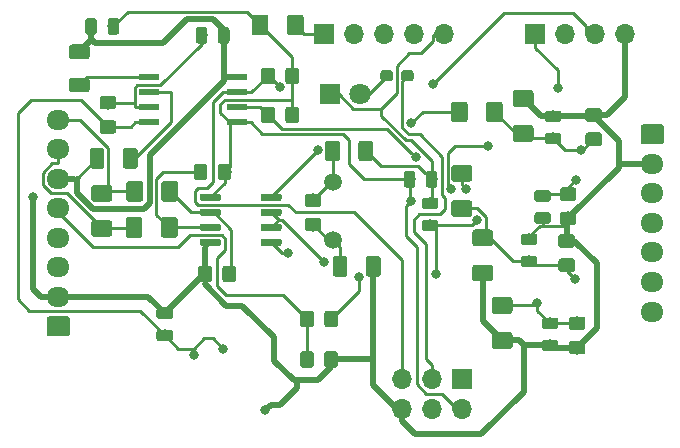
<source format=gbl>
G04 #@! TF.GenerationSoftware,KiCad,Pcbnew,5.0.2-bee76a0~70~ubuntu18.04.1*
G04 #@! TF.CreationDate,2020-01-04T15:46:48+02:00*
G04 #@! TF.ProjectId,swbb_node,73776262-5f6e-46f6-9465-2e6b69636164,rev?*
G04 #@! TF.SameCoordinates,Original*
G04 #@! TF.FileFunction,Copper,L2,Bot*
G04 #@! TF.FilePolarity,Positive*
%FSLAX46Y46*%
G04 Gerber Fmt 4.6, Leading zero omitted, Abs format (unit mm)*
G04 Created by KiCad (PCBNEW 5.0.2-bee76a0~70~ubuntu18.04.1) date Сб 04 янв 2020 15:46:48*
%MOMM*%
%LPD*%
G01*
G04 APERTURE LIST*
G04 #@! TA.AperFunction,Conductor*
%ADD10C,0.100000*%
G04 #@! TD*
G04 #@! TA.AperFunction,SMDPad,CuDef*
%ADD11C,0.950000*%
G04 #@! TD*
G04 #@! TA.AperFunction,SMDPad,CuDef*
%ADD12C,0.600000*%
G04 #@! TD*
G04 #@! TA.AperFunction,ComponentPad*
%ADD13C,1.800000*%
G04 #@! TD*
G04 #@! TA.AperFunction,ComponentPad*
%ADD14R,1.800000X1.800000*%
G04 #@! TD*
G04 #@! TA.AperFunction,ComponentPad*
%ADD15O,1.950000X1.700000*%
G04 #@! TD*
G04 #@! TA.AperFunction,ComponentPad*
%ADD16C,1.700000*%
G04 #@! TD*
G04 #@! TA.AperFunction,ComponentPad*
%ADD17O,1.700000X1.700000*%
G04 #@! TD*
G04 #@! TA.AperFunction,ComponentPad*
%ADD18R,1.700000X1.700000*%
G04 #@! TD*
G04 #@! TA.AperFunction,SMDPad,CuDef*
%ADD19C,1.425000*%
G04 #@! TD*
G04 #@! TA.AperFunction,SMDPad,CuDef*
%ADD20C,1.150000*%
G04 #@! TD*
G04 #@! TA.AperFunction,SMDPad,CuDef*
%ADD21C,0.975000*%
G04 #@! TD*
G04 #@! TA.AperFunction,SMDPad,CuDef*
%ADD22C,1.250000*%
G04 #@! TD*
G04 #@! TA.AperFunction,ComponentPad*
%ADD23C,1.500000*%
G04 #@! TD*
G04 #@! TA.AperFunction,SMDPad,CuDef*
%ADD24R,1.750000X0.550000*%
G04 #@! TD*
G04 #@! TA.AperFunction,ViaPad*
%ADD25C,0.800000*%
G04 #@! TD*
G04 #@! TA.AperFunction,Conductor*
%ADD26C,0.250000*%
G04 #@! TD*
G04 #@! TA.AperFunction,Conductor*
%ADD27C,0.500000*%
G04 #@! TD*
G04 APERTURE END LIST*
D10*
G04 #@! TO.N,D13_SCK*
G04 #@! TO.C,R30*
G36*
X99342779Y-131098144D02*
X99365834Y-131101563D01*
X99388443Y-131107227D01*
X99410387Y-131115079D01*
X99431457Y-131125044D01*
X99451448Y-131137026D01*
X99470168Y-131150910D01*
X99487438Y-131166562D01*
X99503090Y-131183832D01*
X99516974Y-131202552D01*
X99528956Y-131222543D01*
X99538921Y-131243613D01*
X99546773Y-131265557D01*
X99552437Y-131288166D01*
X99555856Y-131311221D01*
X99557000Y-131334500D01*
X99557000Y-131809500D01*
X99555856Y-131832779D01*
X99552437Y-131855834D01*
X99546773Y-131878443D01*
X99538921Y-131900387D01*
X99528956Y-131921457D01*
X99516974Y-131941448D01*
X99503090Y-131960168D01*
X99487438Y-131977438D01*
X99470168Y-131993090D01*
X99451448Y-132006974D01*
X99431457Y-132018956D01*
X99410387Y-132028921D01*
X99388443Y-132036773D01*
X99365834Y-132042437D01*
X99342779Y-132045856D01*
X99319500Y-132047000D01*
X98744500Y-132047000D01*
X98721221Y-132045856D01*
X98698166Y-132042437D01*
X98675557Y-132036773D01*
X98653613Y-132028921D01*
X98632543Y-132018956D01*
X98612552Y-132006974D01*
X98593832Y-131993090D01*
X98576562Y-131977438D01*
X98560910Y-131960168D01*
X98547026Y-131941448D01*
X98535044Y-131921457D01*
X98525079Y-131900387D01*
X98517227Y-131878443D01*
X98511563Y-131855834D01*
X98508144Y-131832779D01*
X98507000Y-131809500D01*
X98507000Y-131334500D01*
X98508144Y-131311221D01*
X98511563Y-131288166D01*
X98517227Y-131265557D01*
X98525079Y-131243613D01*
X98535044Y-131222543D01*
X98547026Y-131202552D01*
X98560910Y-131183832D01*
X98576562Y-131166562D01*
X98593832Y-131150910D01*
X98612552Y-131137026D01*
X98632543Y-131125044D01*
X98653613Y-131115079D01*
X98675557Y-131107227D01*
X98698166Y-131101563D01*
X98721221Y-131098144D01*
X98744500Y-131097000D01*
X99319500Y-131097000D01*
X99342779Y-131098144D01*
X99342779Y-131098144D01*
G37*
D11*
G04 #@! TD*
G04 #@! TO.P,R30,2*
G04 #@! TO.N,D13_SCK*
X99032000Y-131572000D03*
D10*
G04 #@! TO.N,Net-(D15-Pad2)*
G04 #@! TO.C,R30*
G36*
X97592779Y-131098144D02*
X97615834Y-131101563D01*
X97638443Y-131107227D01*
X97660387Y-131115079D01*
X97681457Y-131125044D01*
X97701448Y-131137026D01*
X97720168Y-131150910D01*
X97737438Y-131166562D01*
X97753090Y-131183832D01*
X97766974Y-131202552D01*
X97778956Y-131222543D01*
X97788921Y-131243613D01*
X97796773Y-131265557D01*
X97802437Y-131288166D01*
X97805856Y-131311221D01*
X97807000Y-131334500D01*
X97807000Y-131809500D01*
X97805856Y-131832779D01*
X97802437Y-131855834D01*
X97796773Y-131878443D01*
X97788921Y-131900387D01*
X97778956Y-131921457D01*
X97766974Y-131941448D01*
X97753090Y-131960168D01*
X97737438Y-131977438D01*
X97720168Y-131993090D01*
X97701448Y-132006974D01*
X97681457Y-132018956D01*
X97660387Y-132028921D01*
X97638443Y-132036773D01*
X97615834Y-132042437D01*
X97592779Y-132045856D01*
X97569500Y-132047000D01*
X96994500Y-132047000D01*
X96971221Y-132045856D01*
X96948166Y-132042437D01*
X96925557Y-132036773D01*
X96903613Y-132028921D01*
X96882543Y-132018956D01*
X96862552Y-132006974D01*
X96843832Y-131993090D01*
X96826562Y-131977438D01*
X96810910Y-131960168D01*
X96797026Y-131941448D01*
X96785044Y-131921457D01*
X96775079Y-131900387D01*
X96767227Y-131878443D01*
X96761563Y-131855834D01*
X96758144Y-131832779D01*
X96757000Y-131809500D01*
X96757000Y-131334500D01*
X96758144Y-131311221D01*
X96761563Y-131288166D01*
X96767227Y-131265557D01*
X96775079Y-131243613D01*
X96785044Y-131222543D01*
X96797026Y-131202552D01*
X96810910Y-131183832D01*
X96826562Y-131166562D01*
X96843832Y-131150910D01*
X96862552Y-131137026D01*
X96882543Y-131125044D01*
X96903613Y-131115079D01*
X96925557Y-131107227D01*
X96948166Y-131101563D01*
X96971221Y-131098144D01*
X96994500Y-131097000D01*
X97569500Y-131097000D01*
X97592779Y-131098144D01*
X97592779Y-131098144D01*
G37*
D11*
G04 #@! TD*
G04 #@! TO.P,R30,1*
G04 #@! TO.N,Net-(D15-Pad2)*
X97282000Y-131572000D03*
D10*
G04 #@! TO.N,+5V*
G04 #@! TO.C,U2*
G36*
X83092703Y-141559722D02*
X83107264Y-141561882D01*
X83121543Y-141565459D01*
X83135403Y-141570418D01*
X83148710Y-141576712D01*
X83161336Y-141584280D01*
X83173159Y-141593048D01*
X83184066Y-141602934D01*
X83193952Y-141613841D01*
X83202720Y-141625664D01*
X83210288Y-141638290D01*
X83216582Y-141651597D01*
X83221541Y-141665457D01*
X83225118Y-141679736D01*
X83227278Y-141694297D01*
X83228000Y-141709000D01*
X83228000Y-142009000D01*
X83227278Y-142023703D01*
X83225118Y-142038264D01*
X83221541Y-142052543D01*
X83216582Y-142066403D01*
X83210288Y-142079710D01*
X83202720Y-142092336D01*
X83193952Y-142104159D01*
X83184066Y-142115066D01*
X83173159Y-142124952D01*
X83161336Y-142133720D01*
X83148710Y-142141288D01*
X83135403Y-142147582D01*
X83121543Y-142152541D01*
X83107264Y-142156118D01*
X83092703Y-142158278D01*
X83078000Y-142159000D01*
X81628000Y-142159000D01*
X81613297Y-142158278D01*
X81598736Y-142156118D01*
X81584457Y-142152541D01*
X81570597Y-142147582D01*
X81557290Y-142141288D01*
X81544664Y-142133720D01*
X81532841Y-142124952D01*
X81521934Y-142115066D01*
X81512048Y-142104159D01*
X81503280Y-142092336D01*
X81495712Y-142079710D01*
X81489418Y-142066403D01*
X81484459Y-142052543D01*
X81480882Y-142038264D01*
X81478722Y-142023703D01*
X81478000Y-142009000D01*
X81478000Y-141709000D01*
X81478722Y-141694297D01*
X81480882Y-141679736D01*
X81484459Y-141665457D01*
X81489418Y-141651597D01*
X81495712Y-141638290D01*
X81503280Y-141625664D01*
X81512048Y-141613841D01*
X81521934Y-141602934D01*
X81532841Y-141593048D01*
X81544664Y-141584280D01*
X81557290Y-141576712D01*
X81570597Y-141570418D01*
X81584457Y-141565459D01*
X81598736Y-141561882D01*
X81613297Y-141559722D01*
X81628000Y-141559000D01*
X83078000Y-141559000D01*
X83092703Y-141559722D01*
X83092703Y-141559722D01*
G37*
D12*
G04 #@! TD*
G04 #@! TO.P,U2,8*
G04 #@! TO.N,+5V*
X82353000Y-141859000D03*
D10*
G04 #@! TO.N,Net-(R19-Pad1)*
G04 #@! TO.C,U2*
G36*
X83092703Y-142829722D02*
X83107264Y-142831882D01*
X83121543Y-142835459D01*
X83135403Y-142840418D01*
X83148710Y-142846712D01*
X83161336Y-142854280D01*
X83173159Y-142863048D01*
X83184066Y-142872934D01*
X83193952Y-142883841D01*
X83202720Y-142895664D01*
X83210288Y-142908290D01*
X83216582Y-142921597D01*
X83221541Y-142935457D01*
X83225118Y-142949736D01*
X83227278Y-142964297D01*
X83228000Y-142979000D01*
X83228000Y-143279000D01*
X83227278Y-143293703D01*
X83225118Y-143308264D01*
X83221541Y-143322543D01*
X83216582Y-143336403D01*
X83210288Y-143349710D01*
X83202720Y-143362336D01*
X83193952Y-143374159D01*
X83184066Y-143385066D01*
X83173159Y-143394952D01*
X83161336Y-143403720D01*
X83148710Y-143411288D01*
X83135403Y-143417582D01*
X83121543Y-143422541D01*
X83107264Y-143426118D01*
X83092703Y-143428278D01*
X83078000Y-143429000D01*
X81628000Y-143429000D01*
X81613297Y-143428278D01*
X81598736Y-143426118D01*
X81584457Y-143422541D01*
X81570597Y-143417582D01*
X81557290Y-143411288D01*
X81544664Y-143403720D01*
X81532841Y-143394952D01*
X81521934Y-143385066D01*
X81512048Y-143374159D01*
X81503280Y-143362336D01*
X81495712Y-143349710D01*
X81489418Y-143336403D01*
X81484459Y-143322543D01*
X81480882Y-143308264D01*
X81478722Y-143293703D01*
X81478000Y-143279000D01*
X81478000Y-142979000D01*
X81478722Y-142964297D01*
X81480882Y-142949736D01*
X81484459Y-142935457D01*
X81489418Y-142921597D01*
X81495712Y-142908290D01*
X81503280Y-142895664D01*
X81512048Y-142883841D01*
X81521934Y-142872934D01*
X81532841Y-142863048D01*
X81544664Y-142854280D01*
X81557290Y-142846712D01*
X81570597Y-142840418D01*
X81584457Y-142835459D01*
X81598736Y-142831882D01*
X81613297Y-142829722D01*
X81628000Y-142829000D01*
X83078000Y-142829000D01*
X83092703Y-142829722D01*
X83092703Y-142829722D01*
G37*
D12*
G04 #@! TD*
G04 #@! TO.P,U2,7*
G04 #@! TO.N,Net-(R19-Pad1)*
X82353000Y-143129000D03*
D10*
G04 #@! TO.N,Net-(R20-Pad1)*
G04 #@! TO.C,U2*
G36*
X83092703Y-144099722D02*
X83107264Y-144101882D01*
X83121543Y-144105459D01*
X83135403Y-144110418D01*
X83148710Y-144116712D01*
X83161336Y-144124280D01*
X83173159Y-144133048D01*
X83184066Y-144142934D01*
X83193952Y-144153841D01*
X83202720Y-144165664D01*
X83210288Y-144178290D01*
X83216582Y-144191597D01*
X83221541Y-144205457D01*
X83225118Y-144219736D01*
X83227278Y-144234297D01*
X83228000Y-144249000D01*
X83228000Y-144549000D01*
X83227278Y-144563703D01*
X83225118Y-144578264D01*
X83221541Y-144592543D01*
X83216582Y-144606403D01*
X83210288Y-144619710D01*
X83202720Y-144632336D01*
X83193952Y-144644159D01*
X83184066Y-144655066D01*
X83173159Y-144664952D01*
X83161336Y-144673720D01*
X83148710Y-144681288D01*
X83135403Y-144687582D01*
X83121543Y-144692541D01*
X83107264Y-144696118D01*
X83092703Y-144698278D01*
X83078000Y-144699000D01*
X81628000Y-144699000D01*
X81613297Y-144698278D01*
X81598736Y-144696118D01*
X81584457Y-144692541D01*
X81570597Y-144687582D01*
X81557290Y-144681288D01*
X81544664Y-144673720D01*
X81532841Y-144664952D01*
X81521934Y-144655066D01*
X81512048Y-144644159D01*
X81503280Y-144632336D01*
X81495712Y-144619710D01*
X81489418Y-144606403D01*
X81484459Y-144592543D01*
X81480882Y-144578264D01*
X81478722Y-144563703D01*
X81478000Y-144549000D01*
X81478000Y-144249000D01*
X81478722Y-144234297D01*
X81480882Y-144219736D01*
X81484459Y-144205457D01*
X81489418Y-144191597D01*
X81495712Y-144178290D01*
X81503280Y-144165664D01*
X81512048Y-144153841D01*
X81521934Y-144142934D01*
X81532841Y-144133048D01*
X81544664Y-144124280D01*
X81557290Y-144116712D01*
X81570597Y-144110418D01*
X81584457Y-144105459D01*
X81598736Y-144101882D01*
X81613297Y-144099722D01*
X81628000Y-144099000D01*
X83078000Y-144099000D01*
X83092703Y-144099722D01*
X83092703Y-144099722D01*
G37*
D12*
G04 #@! TD*
G04 #@! TO.P,U2,6*
G04 #@! TO.N,Net-(R20-Pad1)*
X82353000Y-144399000D03*
D10*
G04 #@! TO.N,GND*
G04 #@! TO.C,U2*
G36*
X83092703Y-145369722D02*
X83107264Y-145371882D01*
X83121543Y-145375459D01*
X83135403Y-145380418D01*
X83148710Y-145386712D01*
X83161336Y-145394280D01*
X83173159Y-145403048D01*
X83184066Y-145412934D01*
X83193952Y-145423841D01*
X83202720Y-145435664D01*
X83210288Y-145448290D01*
X83216582Y-145461597D01*
X83221541Y-145475457D01*
X83225118Y-145489736D01*
X83227278Y-145504297D01*
X83228000Y-145519000D01*
X83228000Y-145819000D01*
X83227278Y-145833703D01*
X83225118Y-145848264D01*
X83221541Y-145862543D01*
X83216582Y-145876403D01*
X83210288Y-145889710D01*
X83202720Y-145902336D01*
X83193952Y-145914159D01*
X83184066Y-145925066D01*
X83173159Y-145934952D01*
X83161336Y-145943720D01*
X83148710Y-145951288D01*
X83135403Y-145957582D01*
X83121543Y-145962541D01*
X83107264Y-145966118D01*
X83092703Y-145968278D01*
X83078000Y-145969000D01*
X81628000Y-145969000D01*
X81613297Y-145968278D01*
X81598736Y-145966118D01*
X81584457Y-145962541D01*
X81570597Y-145957582D01*
X81557290Y-145951288D01*
X81544664Y-145943720D01*
X81532841Y-145934952D01*
X81521934Y-145925066D01*
X81512048Y-145914159D01*
X81503280Y-145902336D01*
X81495712Y-145889710D01*
X81489418Y-145876403D01*
X81484459Y-145862543D01*
X81480882Y-145848264D01*
X81478722Y-145833703D01*
X81478000Y-145819000D01*
X81478000Y-145519000D01*
X81478722Y-145504297D01*
X81480882Y-145489736D01*
X81484459Y-145475457D01*
X81489418Y-145461597D01*
X81495712Y-145448290D01*
X81503280Y-145435664D01*
X81512048Y-145423841D01*
X81521934Y-145412934D01*
X81532841Y-145403048D01*
X81544664Y-145394280D01*
X81557290Y-145386712D01*
X81570597Y-145380418D01*
X81584457Y-145375459D01*
X81598736Y-145371882D01*
X81613297Y-145369722D01*
X81628000Y-145369000D01*
X83078000Y-145369000D01*
X83092703Y-145369722D01*
X83092703Y-145369722D01*
G37*
D12*
G04 #@! TD*
G04 #@! TO.P,U2,5*
G04 #@! TO.N,GND*
X82353000Y-145669000D03*
D10*
G04 #@! TO.N,D5_swTX_RS485*
G04 #@! TO.C,U2*
G36*
X88242703Y-145369722D02*
X88257264Y-145371882D01*
X88271543Y-145375459D01*
X88285403Y-145380418D01*
X88298710Y-145386712D01*
X88311336Y-145394280D01*
X88323159Y-145403048D01*
X88334066Y-145412934D01*
X88343952Y-145423841D01*
X88352720Y-145435664D01*
X88360288Y-145448290D01*
X88366582Y-145461597D01*
X88371541Y-145475457D01*
X88375118Y-145489736D01*
X88377278Y-145504297D01*
X88378000Y-145519000D01*
X88378000Y-145819000D01*
X88377278Y-145833703D01*
X88375118Y-145848264D01*
X88371541Y-145862543D01*
X88366582Y-145876403D01*
X88360288Y-145889710D01*
X88352720Y-145902336D01*
X88343952Y-145914159D01*
X88334066Y-145925066D01*
X88323159Y-145934952D01*
X88311336Y-145943720D01*
X88298710Y-145951288D01*
X88285403Y-145957582D01*
X88271543Y-145962541D01*
X88257264Y-145966118D01*
X88242703Y-145968278D01*
X88228000Y-145969000D01*
X86778000Y-145969000D01*
X86763297Y-145968278D01*
X86748736Y-145966118D01*
X86734457Y-145962541D01*
X86720597Y-145957582D01*
X86707290Y-145951288D01*
X86694664Y-145943720D01*
X86682841Y-145934952D01*
X86671934Y-145925066D01*
X86662048Y-145914159D01*
X86653280Y-145902336D01*
X86645712Y-145889710D01*
X86639418Y-145876403D01*
X86634459Y-145862543D01*
X86630882Y-145848264D01*
X86628722Y-145833703D01*
X86628000Y-145819000D01*
X86628000Y-145519000D01*
X86628722Y-145504297D01*
X86630882Y-145489736D01*
X86634459Y-145475457D01*
X86639418Y-145461597D01*
X86645712Y-145448290D01*
X86653280Y-145435664D01*
X86662048Y-145423841D01*
X86671934Y-145412934D01*
X86682841Y-145403048D01*
X86694664Y-145394280D01*
X86707290Y-145386712D01*
X86720597Y-145380418D01*
X86734457Y-145375459D01*
X86748736Y-145371882D01*
X86763297Y-145369722D01*
X86778000Y-145369000D01*
X88228000Y-145369000D01*
X88242703Y-145369722D01*
X88242703Y-145369722D01*
G37*
D12*
G04 #@! TD*
G04 #@! TO.P,U2,4*
G04 #@! TO.N,D5_swTX_RS485*
X87503000Y-145669000D03*
D10*
G04 #@! TO.N,D6_DE_RS485*
G04 #@! TO.C,U2*
G36*
X88242703Y-144099722D02*
X88257264Y-144101882D01*
X88271543Y-144105459D01*
X88285403Y-144110418D01*
X88298710Y-144116712D01*
X88311336Y-144124280D01*
X88323159Y-144133048D01*
X88334066Y-144142934D01*
X88343952Y-144153841D01*
X88352720Y-144165664D01*
X88360288Y-144178290D01*
X88366582Y-144191597D01*
X88371541Y-144205457D01*
X88375118Y-144219736D01*
X88377278Y-144234297D01*
X88378000Y-144249000D01*
X88378000Y-144549000D01*
X88377278Y-144563703D01*
X88375118Y-144578264D01*
X88371541Y-144592543D01*
X88366582Y-144606403D01*
X88360288Y-144619710D01*
X88352720Y-144632336D01*
X88343952Y-144644159D01*
X88334066Y-144655066D01*
X88323159Y-144664952D01*
X88311336Y-144673720D01*
X88298710Y-144681288D01*
X88285403Y-144687582D01*
X88271543Y-144692541D01*
X88257264Y-144696118D01*
X88242703Y-144698278D01*
X88228000Y-144699000D01*
X86778000Y-144699000D01*
X86763297Y-144698278D01*
X86748736Y-144696118D01*
X86734457Y-144692541D01*
X86720597Y-144687582D01*
X86707290Y-144681288D01*
X86694664Y-144673720D01*
X86682841Y-144664952D01*
X86671934Y-144655066D01*
X86662048Y-144644159D01*
X86653280Y-144632336D01*
X86645712Y-144619710D01*
X86639418Y-144606403D01*
X86634459Y-144592543D01*
X86630882Y-144578264D01*
X86628722Y-144563703D01*
X86628000Y-144549000D01*
X86628000Y-144249000D01*
X86628722Y-144234297D01*
X86630882Y-144219736D01*
X86634459Y-144205457D01*
X86639418Y-144191597D01*
X86645712Y-144178290D01*
X86653280Y-144165664D01*
X86662048Y-144153841D01*
X86671934Y-144142934D01*
X86682841Y-144133048D01*
X86694664Y-144124280D01*
X86707290Y-144116712D01*
X86720597Y-144110418D01*
X86734457Y-144105459D01*
X86748736Y-144101882D01*
X86763297Y-144099722D01*
X86778000Y-144099000D01*
X88228000Y-144099000D01*
X88242703Y-144099722D01*
X88242703Y-144099722D01*
G37*
D12*
G04 #@! TD*
G04 #@! TO.P,U2,3*
G04 #@! TO.N,D6_DE_RS485*
X87503000Y-144399000D03*
D10*
G04 #@! TO.N,D6_DE_RS485*
G04 #@! TO.C,U2*
G36*
X88242703Y-142829722D02*
X88257264Y-142831882D01*
X88271543Y-142835459D01*
X88285403Y-142840418D01*
X88298710Y-142846712D01*
X88311336Y-142854280D01*
X88323159Y-142863048D01*
X88334066Y-142872934D01*
X88343952Y-142883841D01*
X88352720Y-142895664D01*
X88360288Y-142908290D01*
X88366582Y-142921597D01*
X88371541Y-142935457D01*
X88375118Y-142949736D01*
X88377278Y-142964297D01*
X88378000Y-142979000D01*
X88378000Y-143279000D01*
X88377278Y-143293703D01*
X88375118Y-143308264D01*
X88371541Y-143322543D01*
X88366582Y-143336403D01*
X88360288Y-143349710D01*
X88352720Y-143362336D01*
X88343952Y-143374159D01*
X88334066Y-143385066D01*
X88323159Y-143394952D01*
X88311336Y-143403720D01*
X88298710Y-143411288D01*
X88285403Y-143417582D01*
X88271543Y-143422541D01*
X88257264Y-143426118D01*
X88242703Y-143428278D01*
X88228000Y-143429000D01*
X86778000Y-143429000D01*
X86763297Y-143428278D01*
X86748736Y-143426118D01*
X86734457Y-143422541D01*
X86720597Y-143417582D01*
X86707290Y-143411288D01*
X86694664Y-143403720D01*
X86682841Y-143394952D01*
X86671934Y-143385066D01*
X86662048Y-143374159D01*
X86653280Y-143362336D01*
X86645712Y-143349710D01*
X86639418Y-143336403D01*
X86634459Y-143322543D01*
X86630882Y-143308264D01*
X86628722Y-143293703D01*
X86628000Y-143279000D01*
X86628000Y-142979000D01*
X86628722Y-142964297D01*
X86630882Y-142949736D01*
X86634459Y-142935457D01*
X86639418Y-142921597D01*
X86645712Y-142908290D01*
X86653280Y-142895664D01*
X86662048Y-142883841D01*
X86671934Y-142872934D01*
X86682841Y-142863048D01*
X86694664Y-142854280D01*
X86707290Y-142846712D01*
X86720597Y-142840418D01*
X86734457Y-142835459D01*
X86748736Y-142831882D01*
X86763297Y-142829722D01*
X86778000Y-142829000D01*
X88228000Y-142829000D01*
X88242703Y-142829722D01*
X88242703Y-142829722D01*
G37*
D12*
G04 #@! TD*
G04 #@! TO.P,U2,2*
G04 #@! TO.N,D6_DE_RS485*
X87503000Y-143129000D03*
D10*
G04 #@! TO.N,D4_swRX_RS485*
G04 #@! TO.C,U2*
G36*
X88242703Y-141559722D02*
X88257264Y-141561882D01*
X88271543Y-141565459D01*
X88285403Y-141570418D01*
X88298710Y-141576712D01*
X88311336Y-141584280D01*
X88323159Y-141593048D01*
X88334066Y-141602934D01*
X88343952Y-141613841D01*
X88352720Y-141625664D01*
X88360288Y-141638290D01*
X88366582Y-141651597D01*
X88371541Y-141665457D01*
X88375118Y-141679736D01*
X88377278Y-141694297D01*
X88378000Y-141709000D01*
X88378000Y-142009000D01*
X88377278Y-142023703D01*
X88375118Y-142038264D01*
X88371541Y-142052543D01*
X88366582Y-142066403D01*
X88360288Y-142079710D01*
X88352720Y-142092336D01*
X88343952Y-142104159D01*
X88334066Y-142115066D01*
X88323159Y-142124952D01*
X88311336Y-142133720D01*
X88298710Y-142141288D01*
X88285403Y-142147582D01*
X88271543Y-142152541D01*
X88257264Y-142156118D01*
X88242703Y-142158278D01*
X88228000Y-142159000D01*
X86778000Y-142159000D01*
X86763297Y-142158278D01*
X86748736Y-142156118D01*
X86734457Y-142152541D01*
X86720597Y-142147582D01*
X86707290Y-142141288D01*
X86694664Y-142133720D01*
X86682841Y-142124952D01*
X86671934Y-142115066D01*
X86662048Y-142104159D01*
X86653280Y-142092336D01*
X86645712Y-142079710D01*
X86639418Y-142066403D01*
X86634459Y-142052543D01*
X86630882Y-142038264D01*
X86628722Y-142023703D01*
X86628000Y-142009000D01*
X86628000Y-141709000D01*
X86628722Y-141694297D01*
X86630882Y-141679736D01*
X86634459Y-141665457D01*
X86639418Y-141651597D01*
X86645712Y-141638290D01*
X86653280Y-141625664D01*
X86662048Y-141613841D01*
X86671934Y-141602934D01*
X86682841Y-141593048D01*
X86694664Y-141584280D01*
X86707290Y-141576712D01*
X86720597Y-141570418D01*
X86734457Y-141565459D01*
X86748736Y-141561882D01*
X86763297Y-141559722D01*
X86778000Y-141559000D01*
X88228000Y-141559000D01*
X88242703Y-141559722D01*
X88242703Y-141559722D01*
G37*
D12*
G04 #@! TD*
G04 #@! TO.P,U2,1*
G04 #@! TO.N,D4_swRX_RS485*
X87503000Y-141859000D03*
D13*
G04 #@! TO.P,D15,2*
G04 #@! TO.N,Net-(D15-Pad2)*
X94996000Y-133096000D03*
D14*
G04 #@! TO.P,D15,1*
G04 #@! TO.N,GND*
X92456000Y-133096000D03*
G04 #@! TD*
D15*
G04 #@! TO.P,J2,7*
G04 #@! TO.N,Net-(F1-Pad1)*
X119761000Y-151525000D03*
G04 #@! TO.P,J2,6*
G04 #@! TO.N,Net-(J2-Pad6)*
X119761000Y-149025000D03*
G04 #@! TO.P,J2,5*
G04 #@! TO.N,Net-(J2-Pad5)*
X119761000Y-146525000D03*
G04 #@! TO.P,J2,4*
G04 #@! TO.N,Net-(J2-Pad4)*
X119761000Y-144025000D03*
G04 #@! TO.P,J2,3*
G04 #@! TO.N,Net-(J2-Pad3)*
X119761000Y-141525000D03*
G04 #@! TO.P,J2,2*
G04 #@! TO.N,GND*
X119761000Y-139025000D03*
D10*
G04 #@! TD*
G04 #@! TO.N,Net-(D11-Pad1)*
G04 #@! TO.C,J2*
G36*
X120510504Y-135676204D02*
X120534773Y-135679804D01*
X120558571Y-135685765D01*
X120581671Y-135694030D01*
X120603849Y-135704520D01*
X120624893Y-135717133D01*
X120644598Y-135731747D01*
X120662777Y-135748223D01*
X120679253Y-135766402D01*
X120693867Y-135786107D01*
X120706480Y-135807151D01*
X120716970Y-135829329D01*
X120725235Y-135852429D01*
X120731196Y-135876227D01*
X120734796Y-135900496D01*
X120736000Y-135925000D01*
X120736000Y-137125000D01*
X120734796Y-137149504D01*
X120731196Y-137173773D01*
X120725235Y-137197571D01*
X120716970Y-137220671D01*
X120706480Y-137242849D01*
X120693867Y-137263893D01*
X120679253Y-137283598D01*
X120662777Y-137301777D01*
X120644598Y-137318253D01*
X120624893Y-137332867D01*
X120603849Y-137345480D01*
X120581671Y-137355970D01*
X120558571Y-137364235D01*
X120534773Y-137370196D01*
X120510504Y-137373796D01*
X120486000Y-137375000D01*
X119036000Y-137375000D01*
X119011496Y-137373796D01*
X118987227Y-137370196D01*
X118963429Y-137364235D01*
X118940329Y-137355970D01*
X118918151Y-137345480D01*
X118897107Y-137332867D01*
X118877402Y-137318253D01*
X118859223Y-137301777D01*
X118842747Y-137283598D01*
X118828133Y-137263893D01*
X118815520Y-137242849D01*
X118805030Y-137220671D01*
X118796765Y-137197571D01*
X118790804Y-137173773D01*
X118787204Y-137149504D01*
X118786000Y-137125000D01*
X118786000Y-135925000D01*
X118787204Y-135900496D01*
X118790804Y-135876227D01*
X118796765Y-135852429D01*
X118805030Y-135829329D01*
X118815520Y-135807151D01*
X118828133Y-135786107D01*
X118842747Y-135766402D01*
X118859223Y-135748223D01*
X118877402Y-135731747D01*
X118897107Y-135717133D01*
X118918151Y-135704520D01*
X118940329Y-135694030D01*
X118963429Y-135685765D01*
X118987227Y-135679804D01*
X119011496Y-135676204D01*
X119036000Y-135675000D01*
X120486000Y-135675000D01*
X120510504Y-135676204D01*
X120510504Y-135676204D01*
G37*
D16*
G04 #@! TO.P,J2,1*
G04 #@! TO.N,Net-(D11-Pad1)*
X119761000Y-136525000D03*
G04 #@! TD*
D15*
G04 #@! TO.P,J1,8*
G04 #@! TO.N,Net-(J1-Pad8)*
X69469000Y-135281000D03*
G04 #@! TO.P,J1,7*
G04 #@! TO.N,Net-(J1-Pad7)*
X69469000Y-137781000D03*
G04 #@! TO.P,J1,6*
G04 #@! TO.N,GND*
X69469000Y-140281000D03*
G04 #@! TO.P,J1,5*
G04 #@! TO.N,Net-(J1-Pad5)*
X69469000Y-142781000D03*
G04 #@! TO.P,J1,4*
G04 #@! TO.N,Net-(D14-Pad2)*
X69469000Y-145281000D03*
G04 #@! TO.P,J1,3*
G04 #@! TO.N,Net-(D13-Pad2)*
X69469000Y-147781000D03*
G04 #@! TO.P,J1,2*
G04 #@! TO.N,GND*
X69469000Y-150281000D03*
D10*
G04 #@! TD*
G04 #@! TO.N,+12V*
G04 #@! TO.C,J1*
G36*
X70218504Y-151932204D02*
X70242773Y-151935804D01*
X70266571Y-151941765D01*
X70289671Y-151950030D01*
X70311849Y-151960520D01*
X70332893Y-151973133D01*
X70352598Y-151987747D01*
X70370777Y-152004223D01*
X70387253Y-152022402D01*
X70401867Y-152042107D01*
X70414480Y-152063151D01*
X70424970Y-152085329D01*
X70433235Y-152108429D01*
X70439196Y-152132227D01*
X70442796Y-152156496D01*
X70444000Y-152181000D01*
X70444000Y-153381000D01*
X70442796Y-153405504D01*
X70439196Y-153429773D01*
X70433235Y-153453571D01*
X70424970Y-153476671D01*
X70414480Y-153498849D01*
X70401867Y-153519893D01*
X70387253Y-153539598D01*
X70370777Y-153557777D01*
X70352598Y-153574253D01*
X70332893Y-153588867D01*
X70311849Y-153601480D01*
X70289671Y-153611970D01*
X70266571Y-153620235D01*
X70242773Y-153626196D01*
X70218504Y-153629796D01*
X70194000Y-153631000D01*
X68744000Y-153631000D01*
X68719496Y-153629796D01*
X68695227Y-153626196D01*
X68671429Y-153620235D01*
X68648329Y-153611970D01*
X68626151Y-153601480D01*
X68605107Y-153588867D01*
X68585402Y-153574253D01*
X68567223Y-153557777D01*
X68550747Y-153539598D01*
X68536133Y-153519893D01*
X68523520Y-153498849D01*
X68513030Y-153476671D01*
X68504765Y-153453571D01*
X68498804Y-153429773D01*
X68495204Y-153405504D01*
X68494000Y-153381000D01*
X68494000Y-152181000D01*
X68495204Y-152156496D01*
X68498804Y-152132227D01*
X68504765Y-152108429D01*
X68513030Y-152085329D01*
X68523520Y-152063151D01*
X68536133Y-152042107D01*
X68550747Y-152022402D01*
X68567223Y-152004223D01*
X68585402Y-151987747D01*
X68605107Y-151973133D01*
X68626151Y-151960520D01*
X68648329Y-151950030D01*
X68671429Y-151941765D01*
X68695227Y-151935804D01*
X68719496Y-151932204D01*
X68744000Y-151931000D01*
X70194000Y-151931000D01*
X70218504Y-151932204D01*
X70218504Y-151932204D01*
G37*
D16*
G04 #@! TO.P,J1,1*
G04 #@! TO.N,+12V*
X69469000Y-152781000D03*
G04 #@! TD*
D17*
G04 #@! TO.P,J3,4*
G04 #@! TO.N,GND*
X117475000Y-128016000D03*
G04 #@! TO.P,J3,3*
G04 #@! TO.N,A5_SCL*
X114935000Y-128016000D03*
G04 #@! TO.P,J3,2*
G04 #@! TO.N,A4_SDA*
X112395000Y-128016000D03*
D18*
G04 #@! TO.P,J3,1*
G04 #@! TO.N,+5V*
X109855000Y-128016000D03*
G04 #@! TD*
D17*
G04 #@! TO.P,J4,5*
G04 #@! TO.N,GND*
X102108000Y-128016000D03*
G04 #@! TO.P,J4,4*
G04 #@! TO.N,Net-(C16-Pad2)*
X99568000Y-128016000D03*
G04 #@! TO.P,J4,3*
G04 #@! TO.N,D1_TX*
X97028000Y-128016000D03*
G04 #@! TO.P,J4,2*
G04 #@! TO.N,D0_RX*
X94488000Y-128016000D03*
D18*
G04 #@! TO.P,J4,1*
G04 #@! TO.N,Net-(D16-Pad2)*
X91948000Y-128016000D03*
G04 #@! TD*
D17*
G04 #@! TO.P,J5,6*
G04 #@! TO.N,GND*
X98552000Y-159766000D03*
G04 #@! TO.P,J5,5*
G04 #@! TO.N,Reset*
X98552000Y-157226000D03*
G04 #@! TO.P,J5,4*
G04 #@! TO.N,D11_MOSI*
X101092000Y-159766000D03*
G04 #@! TO.P,J5,3*
G04 #@! TO.N,D13_SCK*
X101092000Y-157226000D03*
G04 #@! TO.P,J5,2*
G04 #@! TO.N,+5V*
X103632000Y-159766000D03*
D18*
G04 #@! TO.P,J5,1*
G04 #@! TO.N,D12_MISO*
X103632000Y-157226000D03*
G04 #@! TD*
D10*
G04 #@! TO.N,Net-(D16-Pad2)*
G04 #@! TO.C,D16*
G36*
X90022004Y-126380204D02*
X90046273Y-126383804D01*
X90070071Y-126389765D01*
X90093171Y-126398030D01*
X90115349Y-126408520D01*
X90136393Y-126421133D01*
X90156098Y-126435747D01*
X90174277Y-126452223D01*
X90190753Y-126470402D01*
X90205367Y-126490107D01*
X90217980Y-126511151D01*
X90228470Y-126533329D01*
X90236735Y-126556429D01*
X90242696Y-126580227D01*
X90246296Y-126604496D01*
X90247500Y-126629000D01*
X90247500Y-127879000D01*
X90246296Y-127903504D01*
X90242696Y-127927773D01*
X90236735Y-127951571D01*
X90228470Y-127974671D01*
X90217980Y-127996849D01*
X90205367Y-128017893D01*
X90190753Y-128037598D01*
X90174277Y-128055777D01*
X90156098Y-128072253D01*
X90136393Y-128086867D01*
X90115349Y-128099480D01*
X90093171Y-128109970D01*
X90070071Y-128118235D01*
X90046273Y-128124196D01*
X90022004Y-128127796D01*
X89997500Y-128129000D01*
X89072500Y-128129000D01*
X89047996Y-128127796D01*
X89023727Y-128124196D01*
X88999929Y-128118235D01*
X88976829Y-128109970D01*
X88954651Y-128099480D01*
X88933607Y-128086867D01*
X88913902Y-128072253D01*
X88895723Y-128055777D01*
X88879247Y-128037598D01*
X88864633Y-128017893D01*
X88852020Y-127996849D01*
X88841530Y-127974671D01*
X88833265Y-127951571D01*
X88827304Y-127927773D01*
X88823704Y-127903504D01*
X88822500Y-127879000D01*
X88822500Y-126629000D01*
X88823704Y-126604496D01*
X88827304Y-126580227D01*
X88833265Y-126556429D01*
X88841530Y-126533329D01*
X88852020Y-126511151D01*
X88864633Y-126490107D01*
X88879247Y-126470402D01*
X88895723Y-126452223D01*
X88913902Y-126435747D01*
X88933607Y-126421133D01*
X88954651Y-126408520D01*
X88976829Y-126398030D01*
X88999929Y-126389765D01*
X89023727Y-126383804D01*
X89047996Y-126380204D01*
X89072500Y-126379000D01*
X89997500Y-126379000D01*
X90022004Y-126380204D01*
X90022004Y-126380204D01*
G37*
D19*
G04 #@! TD*
G04 #@! TO.P,D16,2*
G04 #@! TO.N,Net-(D16-Pad2)*
X89535000Y-127254000D03*
D10*
G04 #@! TO.N,+5V*
G04 #@! TO.C,D16*
G36*
X87047004Y-126380204D02*
X87071273Y-126383804D01*
X87095071Y-126389765D01*
X87118171Y-126398030D01*
X87140349Y-126408520D01*
X87161393Y-126421133D01*
X87181098Y-126435747D01*
X87199277Y-126452223D01*
X87215753Y-126470402D01*
X87230367Y-126490107D01*
X87242980Y-126511151D01*
X87253470Y-126533329D01*
X87261735Y-126556429D01*
X87267696Y-126580227D01*
X87271296Y-126604496D01*
X87272500Y-126629000D01*
X87272500Y-127879000D01*
X87271296Y-127903504D01*
X87267696Y-127927773D01*
X87261735Y-127951571D01*
X87253470Y-127974671D01*
X87242980Y-127996849D01*
X87230367Y-128017893D01*
X87215753Y-128037598D01*
X87199277Y-128055777D01*
X87181098Y-128072253D01*
X87161393Y-128086867D01*
X87140349Y-128099480D01*
X87118171Y-128109970D01*
X87095071Y-128118235D01*
X87071273Y-128124196D01*
X87047004Y-128127796D01*
X87022500Y-128129000D01*
X86097500Y-128129000D01*
X86072996Y-128127796D01*
X86048727Y-128124196D01*
X86024929Y-128118235D01*
X86001829Y-128109970D01*
X85979651Y-128099480D01*
X85958607Y-128086867D01*
X85938902Y-128072253D01*
X85920723Y-128055777D01*
X85904247Y-128037598D01*
X85889633Y-128017893D01*
X85877020Y-127996849D01*
X85866530Y-127974671D01*
X85858265Y-127951571D01*
X85852304Y-127927773D01*
X85848704Y-127903504D01*
X85847500Y-127879000D01*
X85847500Y-126629000D01*
X85848704Y-126604496D01*
X85852304Y-126580227D01*
X85858265Y-126556429D01*
X85866530Y-126533329D01*
X85877020Y-126511151D01*
X85889633Y-126490107D01*
X85904247Y-126470402D01*
X85920723Y-126452223D01*
X85938902Y-126435747D01*
X85958607Y-126421133D01*
X85979651Y-126408520D01*
X86001829Y-126398030D01*
X86024929Y-126389765D01*
X86048727Y-126383804D01*
X86072996Y-126380204D01*
X86097500Y-126379000D01*
X87022500Y-126379000D01*
X87047004Y-126380204D01*
X87047004Y-126380204D01*
G37*
D19*
G04 #@! TD*
G04 #@! TO.P,D16,1*
G04 #@! TO.N,+5V*
X86560000Y-127254000D03*
D10*
G04 #@! TO.N,GND*
G04 #@! TO.C,R21*
G36*
X82246505Y-147637204D02*
X82270773Y-147640804D01*
X82294572Y-147646765D01*
X82317671Y-147655030D01*
X82339850Y-147665520D01*
X82360893Y-147678132D01*
X82380599Y-147692747D01*
X82398777Y-147709223D01*
X82415253Y-147727401D01*
X82429868Y-147747107D01*
X82442480Y-147768150D01*
X82452970Y-147790329D01*
X82461235Y-147813428D01*
X82467196Y-147837227D01*
X82470796Y-147861495D01*
X82472000Y-147885999D01*
X82472000Y-148786001D01*
X82470796Y-148810505D01*
X82467196Y-148834773D01*
X82461235Y-148858572D01*
X82452970Y-148881671D01*
X82442480Y-148903850D01*
X82429868Y-148924893D01*
X82415253Y-148944599D01*
X82398777Y-148962777D01*
X82380599Y-148979253D01*
X82360893Y-148993868D01*
X82339850Y-149006480D01*
X82317671Y-149016970D01*
X82294572Y-149025235D01*
X82270773Y-149031196D01*
X82246505Y-149034796D01*
X82222001Y-149036000D01*
X81571999Y-149036000D01*
X81547495Y-149034796D01*
X81523227Y-149031196D01*
X81499428Y-149025235D01*
X81476329Y-149016970D01*
X81454150Y-149006480D01*
X81433107Y-148993868D01*
X81413401Y-148979253D01*
X81395223Y-148962777D01*
X81378747Y-148944599D01*
X81364132Y-148924893D01*
X81351520Y-148903850D01*
X81341030Y-148881671D01*
X81332765Y-148858572D01*
X81326804Y-148834773D01*
X81323204Y-148810505D01*
X81322000Y-148786001D01*
X81322000Y-147885999D01*
X81323204Y-147861495D01*
X81326804Y-147837227D01*
X81332765Y-147813428D01*
X81341030Y-147790329D01*
X81351520Y-147768150D01*
X81364132Y-147747107D01*
X81378747Y-147727401D01*
X81395223Y-147709223D01*
X81413401Y-147692747D01*
X81433107Y-147678132D01*
X81454150Y-147665520D01*
X81476329Y-147655030D01*
X81499428Y-147646765D01*
X81523227Y-147640804D01*
X81547495Y-147637204D01*
X81571999Y-147636000D01*
X82222001Y-147636000D01*
X82246505Y-147637204D01*
X82246505Y-147637204D01*
G37*
D20*
G04 #@! TD*
G04 #@! TO.P,R21,2*
G04 #@! TO.N,GND*
X81897000Y-148336000D03*
D10*
G04 #@! TO.N,Net-(R19-Pad1)*
G04 #@! TO.C,R21*
G36*
X84296505Y-147637204D02*
X84320773Y-147640804D01*
X84344572Y-147646765D01*
X84367671Y-147655030D01*
X84389850Y-147665520D01*
X84410893Y-147678132D01*
X84430599Y-147692747D01*
X84448777Y-147709223D01*
X84465253Y-147727401D01*
X84479868Y-147747107D01*
X84492480Y-147768150D01*
X84502970Y-147790329D01*
X84511235Y-147813428D01*
X84517196Y-147837227D01*
X84520796Y-147861495D01*
X84522000Y-147885999D01*
X84522000Y-148786001D01*
X84520796Y-148810505D01*
X84517196Y-148834773D01*
X84511235Y-148858572D01*
X84502970Y-148881671D01*
X84492480Y-148903850D01*
X84479868Y-148924893D01*
X84465253Y-148944599D01*
X84448777Y-148962777D01*
X84430599Y-148979253D01*
X84410893Y-148993868D01*
X84389850Y-149006480D01*
X84367671Y-149016970D01*
X84344572Y-149025235D01*
X84320773Y-149031196D01*
X84296505Y-149034796D01*
X84272001Y-149036000D01*
X83621999Y-149036000D01*
X83597495Y-149034796D01*
X83573227Y-149031196D01*
X83549428Y-149025235D01*
X83526329Y-149016970D01*
X83504150Y-149006480D01*
X83483107Y-148993868D01*
X83463401Y-148979253D01*
X83445223Y-148962777D01*
X83428747Y-148944599D01*
X83414132Y-148924893D01*
X83401520Y-148903850D01*
X83391030Y-148881671D01*
X83382765Y-148858572D01*
X83376804Y-148834773D01*
X83373204Y-148810505D01*
X83372000Y-148786001D01*
X83372000Y-147885999D01*
X83373204Y-147861495D01*
X83376804Y-147837227D01*
X83382765Y-147813428D01*
X83391030Y-147790329D01*
X83401520Y-147768150D01*
X83414132Y-147747107D01*
X83428747Y-147727401D01*
X83445223Y-147709223D01*
X83463401Y-147692747D01*
X83483107Y-147678132D01*
X83504150Y-147665520D01*
X83526329Y-147655030D01*
X83549428Y-147646765D01*
X83573227Y-147640804D01*
X83597495Y-147637204D01*
X83621999Y-147636000D01*
X84272001Y-147636000D01*
X84296505Y-147637204D01*
X84296505Y-147637204D01*
G37*
D20*
G04 #@! TD*
G04 #@! TO.P,R21,1*
G04 #@! TO.N,Net-(R19-Pad1)*
X83947000Y-148336000D03*
D10*
G04 #@! TO.N,Net-(R20-Pad1)*
G04 #@! TO.C,R22*
G36*
X81865505Y-139001204D02*
X81889773Y-139004804D01*
X81913572Y-139010765D01*
X81936671Y-139019030D01*
X81958850Y-139029520D01*
X81979893Y-139042132D01*
X81999599Y-139056747D01*
X82017777Y-139073223D01*
X82034253Y-139091401D01*
X82048868Y-139111107D01*
X82061480Y-139132150D01*
X82071970Y-139154329D01*
X82080235Y-139177428D01*
X82086196Y-139201227D01*
X82089796Y-139225495D01*
X82091000Y-139249999D01*
X82091000Y-140150001D01*
X82089796Y-140174505D01*
X82086196Y-140198773D01*
X82080235Y-140222572D01*
X82071970Y-140245671D01*
X82061480Y-140267850D01*
X82048868Y-140288893D01*
X82034253Y-140308599D01*
X82017777Y-140326777D01*
X81999599Y-140343253D01*
X81979893Y-140357868D01*
X81958850Y-140370480D01*
X81936671Y-140380970D01*
X81913572Y-140389235D01*
X81889773Y-140395196D01*
X81865505Y-140398796D01*
X81841001Y-140400000D01*
X81190999Y-140400000D01*
X81166495Y-140398796D01*
X81142227Y-140395196D01*
X81118428Y-140389235D01*
X81095329Y-140380970D01*
X81073150Y-140370480D01*
X81052107Y-140357868D01*
X81032401Y-140343253D01*
X81014223Y-140326777D01*
X80997747Y-140308599D01*
X80983132Y-140288893D01*
X80970520Y-140267850D01*
X80960030Y-140245671D01*
X80951765Y-140222572D01*
X80945804Y-140198773D01*
X80942204Y-140174505D01*
X80941000Y-140150001D01*
X80941000Y-139249999D01*
X80942204Y-139225495D01*
X80945804Y-139201227D01*
X80951765Y-139177428D01*
X80960030Y-139154329D01*
X80970520Y-139132150D01*
X80983132Y-139111107D01*
X80997747Y-139091401D01*
X81014223Y-139073223D01*
X81032401Y-139056747D01*
X81052107Y-139042132D01*
X81073150Y-139029520D01*
X81095329Y-139019030D01*
X81118428Y-139010765D01*
X81142227Y-139004804D01*
X81166495Y-139001204D01*
X81190999Y-139000000D01*
X81841001Y-139000000D01*
X81865505Y-139001204D01*
X81865505Y-139001204D01*
G37*
D20*
G04 #@! TD*
G04 #@! TO.P,R22,2*
G04 #@! TO.N,Net-(R20-Pad1)*
X81516000Y-139700000D03*
D10*
G04 #@! TO.N,+5V*
G04 #@! TO.C,R22*
G36*
X83915505Y-139001204D02*
X83939773Y-139004804D01*
X83963572Y-139010765D01*
X83986671Y-139019030D01*
X84008850Y-139029520D01*
X84029893Y-139042132D01*
X84049599Y-139056747D01*
X84067777Y-139073223D01*
X84084253Y-139091401D01*
X84098868Y-139111107D01*
X84111480Y-139132150D01*
X84121970Y-139154329D01*
X84130235Y-139177428D01*
X84136196Y-139201227D01*
X84139796Y-139225495D01*
X84141000Y-139249999D01*
X84141000Y-140150001D01*
X84139796Y-140174505D01*
X84136196Y-140198773D01*
X84130235Y-140222572D01*
X84121970Y-140245671D01*
X84111480Y-140267850D01*
X84098868Y-140288893D01*
X84084253Y-140308599D01*
X84067777Y-140326777D01*
X84049599Y-140343253D01*
X84029893Y-140357868D01*
X84008850Y-140370480D01*
X83986671Y-140380970D01*
X83963572Y-140389235D01*
X83939773Y-140395196D01*
X83915505Y-140398796D01*
X83891001Y-140400000D01*
X83240999Y-140400000D01*
X83216495Y-140398796D01*
X83192227Y-140395196D01*
X83168428Y-140389235D01*
X83145329Y-140380970D01*
X83123150Y-140370480D01*
X83102107Y-140357868D01*
X83082401Y-140343253D01*
X83064223Y-140326777D01*
X83047747Y-140308599D01*
X83033132Y-140288893D01*
X83020520Y-140267850D01*
X83010030Y-140245671D01*
X83001765Y-140222572D01*
X82995804Y-140198773D01*
X82992204Y-140174505D01*
X82991000Y-140150001D01*
X82991000Y-139249999D01*
X82992204Y-139225495D01*
X82995804Y-139201227D01*
X83001765Y-139177428D01*
X83010030Y-139154329D01*
X83020520Y-139132150D01*
X83033132Y-139111107D01*
X83047747Y-139091401D01*
X83064223Y-139073223D01*
X83082401Y-139056747D01*
X83102107Y-139042132D01*
X83123150Y-139029520D01*
X83145329Y-139019030D01*
X83168428Y-139010765D01*
X83192227Y-139004804D01*
X83216495Y-139001204D01*
X83240999Y-139000000D01*
X83891001Y-139000000D01*
X83915505Y-139001204D01*
X83915505Y-139001204D01*
G37*
D20*
G04 #@! TD*
G04 #@! TO.P,R22,1*
G04 #@! TO.N,+5V*
X83566000Y-139700000D03*
D10*
G04 #@! TO.N,Net-(J1-Pad5)*
G04 #@! TO.C,R24*
G36*
X90882505Y-154876204D02*
X90906773Y-154879804D01*
X90930572Y-154885765D01*
X90953671Y-154894030D01*
X90975850Y-154904520D01*
X90996893Y-154917132D01*
X91016599Y-154931747D01*
X91034777Y-154948223D01*
X91051253Y-154966401D01*
X91065868Y-154986107D01*
X91078480Y-155007150D01*
X91088970Y-155029329D01*
X91097235Y-155052428D01*
X91103196Y-155076227D01*
X91106796Y-155100495D01*
X91108000Y-155124999D01*
X91108000Y-156025001D01*
X91106796Y-156049505D01*
X91103196Y-156073773D01*
X91097235Y-156097572D01*
X91088970Y-156120671D01*
X91078480Y-156142850D01*
X91065868Y-156163893D01*
X91051253Y-156183599D01*
X91034777Y-156201777D01*
X91016599Y-156218253D01*
X90996893Y-156232868D01*
X90975850Y-156245480D01*
X90953671Y-156255970D01*
X90930572Y-156264235D01*
X90906773Y-156270196D01*
X90882505Y-156273796D01*
X90858001Y-156275000D01*
X90207999Y-156275000D01*
X90183495Y-156273796D01*
X90159227Y-156270196D01*
X90135428Y-156264235D01*
X90112329Y-156255970D01*
X90090150Y-156245480D01*
X90069107Y-156232868D01*
X90049401Y-156218253D01*
X90031223Y-156201777D01*
X90014747Y-156183599D01*
X90000132Y-156163893D01*
X89987520Y-156142850D01*
X89977030Y-156120671D01*
X89968765Y-156097572D01*
X89962804Y-156073773D01*
X89959204Y-156049505D01*
X89958000Y-156025001D01*
X89958000Y-155124999D01*
X89959204Y-155100495D01*
X89962804Y-155076227D01*
X89968765Y-155052428D01*
X89977030Y-155029329D01*
X89987520Y-155007150D01*
X90000132Y-154986107D01*
X90014747Y-154966401D01*
X90031223Y-154948223D01*
X90049401Y-154931747D01*
X90069107Y-154917132D01*
X90090150Y-154904520D01*
X90112329Y-154894030D01*
X90135428Y-154885765D01*
X90159227Y-154879804D01*
X90183495Y-154876204D01*
X90207999Y-154875000D01*
X90858001Y-154875000D01*
X90882505Y-154876204D01*
X90882505Y-154876204D01*
G37*
D20*
G04 #@! TD*
G04 #@! TO.P,R24,2*
G04 #@! TO.N,Net-(J1-Pad5)*
X90533000Y-155575000D03*
D10*
G04 #@! TO.N,GND*
G04 #@! TO.C,R24*
G36*
X92932505Y-154876204D02*
X92956773Y-154879804D01*
X92980572Y-154885765D01*
X93003671Y-154894030D01*
X93025850Y-154904520D01*
X93046893Y-154917132D01*
X93066599Y-154931747D01*
X93084777Y-154948223D01*
X93101253Y-154966401D01*
X93115868Y-154986107D01*
X93128480Y-155007150D01*
X93138970Y-155029329D01*
X93147235Y-155052428D01*
X93153196Y-155076227D01*
X93156796Y-155100495D01*
X93158000Y-155124999D01*
X93158000Y-156025001D01*
X93156796Y-156049505D01*
X93153196Y-156073773D01*
X93147235Y-156097572D01*
X93138970Y-156120671D01*
X93128480Y-156142850D01*
X93115868Y-156163893D01*
X93101253Y-156183599D01*
X93084777Y-156201777D01*
X93066599Y-156218253D01*
X93046893Y-156232868D01*
X93025850Y-156245480D01*
X93003671Y-156255970D01*
X92980572Y-156264235D01*
X92956773Y-156270196D01*
X92932505Y-156273796D01*
X92908001Y-156275000D01*
X92257999Y-156275000D01*
X92233495Y-156273796D01*
X92209227Y-156270196D01*
X92185428Y-156264235D01*
X92162329Y-156255970D01*
X92140150Y-156245480D01*
X92119107Y-156232868D01*
X92099401Y-156218253D01*
X92081223Y-156201777D01*
X92064747Y-156183599D01*
X92050132Y-156163893D01*
X92037520Y-156142850D01*
X92027030Y-156120671D01*
X92018765Y-156097572D01*
X92012804Y-156073773D01*
X92009204Y-156049505D01*
X92008000Y-156025001D01*
X92008000Y-155124999D01*
X92009204Y-155100495D01*
X92012804Y-155076227D01*
X92018765Y-155052428D01*
X92027030Y-155029329D01*
X92037520Y-155007150D01*
X92050132Y-154986107D01*
X92064747Y-154966401D01*
X92081223Y-154948223D01*
X92099401Y-154931747D01*
X92119107Y-154917132D01*
X92140150Y-154904520D01*
X92162329Y-154894030D01*
X92185428Y-154885765D01*
X92209227Y-154879804D01*
X92233495Y-154876204D01*
X92257999Y-154875000D01*
X92908001Y-154875000D01*
X92932505Y-154876204D01*
X92932505Y-154876204D01*
G37*
D20*
G04 #@! TD*
G04 #@! TO.P,R24,1*
G04 #@! TO.N,GND*
X92583000Y-155575000D03*
D10*
G04 #@! TO.N,D7_PJON_SWBB*
G04 #@! TO.C,R25*
G36*
X92932505Y-151447204D02*
X92956773Y-151450804D01*
X92980572Y-151456765D01*
X93003671Y-151465030D01*
X93025850Y-151475520D01*
X93046893Y-151488132D01*
X93066599Y-151502747D01*
X93084777Y-151519223D01*
X93101253Y-151537401D01*
X93115868Y-151557107D01*
X93128480Y-151578150D01*
X93138970Y-151600329D01*
X93147235Y-151623428D01*
X93153196Y-151647227D01*
X93156796Y-151671495D01*
X93158000Y-151695999D01*
X93158000Y-152596001D01*
X93156796Y-152620505D01*
X93153196Y-152644773D01*
X93147235Y-152668572D01*
X93138970Y-152691671D01*
X93128480Y-152713850D01*
X93115868Y-152734893D01*
X93101253Y-152754599D01*
X93084777Y-152772777D01*
X93066599Y-152789253D01*
X93046893Y-152803868D01*
X93025850Y-152816480D01*
X93003671Y-152826970D01*
X92980572Y-152835235D01*
X92956773Y-152841196D01*
X92932505Y-152844796D01*
X92908001Y-152846000D01*
X92257999Y-152846000D01*
X92233495Y-152844796D01*
X92209227Y-152841196D01*
X92185428Y-152835235D01*
X92162329Y-152826970D01*
X92140150Y-152816480D01*
X92119107Y-152803868D01*
X92099401Y-152789253D01*
X92081223Y-152772777D01*
X92064747Y-152754599D01*
X92050132Y-152734893D01*
X92037520Y-152713850D01*
X92027030Y-152691671D01*
X92018765Y-152668572D01*
X92012804Y-152644773D01*
X92009204Y-152620505D01*
X92008000Y-152596001D01*
X92008000Y-151695999D01*
X92009204Y-151671495D01*
X92012804Y-151647227D01*
X92018765Y-151623428D01*
X92027030Y-151600329D01*
X92037520Y-151578150D01*
X92050132Y-151557107D01*
X92064747Y-151537401D01*
X92081223Y-151519223D01*
X92099401Y-151502747D01*
X92119107Y-151488132D01*
X92140150Y-151475520D01*
X92162329Y-151465030D01*
X92185428Y-151456765D01*
X92209227Y-151450804D01*
X92233495Y-151447204D01*
X92257999Y-151446000D01*
X92908001Y-151446000D01*
X92932505Y-151447204D01*
X92932505Y-151447204D01*
G37*
D20*
G04 #@! TD*
G04 #@! TO.P,R25,2*
G04 #@! TO.N,D7_PJON_SWBB*
X92583000Y-152146000D03*
D10*
G04 #@! TO.N,Net-(J1-Pad5)*
G04 #@! TO.C,R25*
G36*
X90882505Y-151447204D02*
X90906773Y-151450804D01*
X90930572Y-151456765D01*
X90953671Y-151465030D01*
X90975850Y-151475520D01*
X90996893Y-151488132D01*
X91016599Y-151502747D01*
X91034777Y-151519223D01*
X91051253Y-151537401D01*
X91065868Y-151557107D01*
X91078480Y-151578150D01*
X91088970Y-151600329D01*
X91097235Y-151623428D01*
X91103196Y-151647227D01*
X91106796Y-151671495D01*
X91108000Y-151695999D01*
X91108000Y-152596001D01*
X91106796Y-152620505D01*
X91103196Y-152644773D01*
X91097235Y-152668572D01*
X91088970Y-152691671D01*
X91078480Y-152713850D01*
X91065868Y-152734893D01*
X91051253Y-152754599D01*
X91034777Y-152772777D01*
X91016599Y-152789253D01*
X90996893Y-152803868D01*
X90975850Y-152816480D01*
X90953671Y-152826970D01*
X90930572Y-152835235D01*
X90906773Y-152841196D01*
X90882505Y-152844796D01*
X90858001Y-152846000D01*
X90207999Y-152846000D01*
X90183495Y-152844796D01*
X90159227Y-152841196D01*
X90135428Y-152835235D01*
X90112329Y-152826970D01*
X90090150Y-152816480D01*
X90069107Y-152803868D01*
X90049401Y-152789253D01*
X90031223Y-152772777D01*
X90014747Y-152754599D01*
X90000132Y-152734893D01*
X89987520Y-152713850D01*
X89977030Y-152691671D01*
X89968765Y-152668572D01*
X89962804Y-152644773D01*
X89959204Y-152620505D01*
X89958000Y-152596001D01*
X89958000Y-151695999D01*
X89959204Y-151671495D01*
X89962804Y-151647227D01*
X89968765Y-151623428D01*
X89977030Y-151600329D01*
X89987520Y-151578150D01*
X90000132Y-151557107D01*
X90014747Y-151537401D01*
X90031223Y-151519223D01*
X90049401Y-151502747D01*
X90069107Y-151488132D01*
X90090150Y-151475520D01*
X90112329Y-151465030D01*
X90135428Y-151456765D01*
X90159227Y-151450804D01*
X90183495Y-151447204D01*
X90207999Y-151446000D01*
X90858001Y-151446000D01*
X90882505Y-151447204D01*
X90882505Y-151447204D01*
G37*
D20*
G04 #@! TD*
G04 #@! TO.P,R25,1*
G04 #@! TO.N,Net-(J1-Pad5)*
X90533000Y-152146000D03*
D10*
G04 #@! TO.N,Net-(J1-Pad7)*
G04 #@! TO.C,R20*
G36*
X76379004Y-143525204D02*
X76403273Y-143528804D01*
X76427071Y-143534765D01*
X76450171Y-143543030D01*
X76472349Y-143553520D01*
X76493393Y-143566133D01*
X76513098Y-143580747D01*
X76531277Y-143597223D01*
X76547753Y-143615402D01*
X76562367Y-143635107D01*
X76574980Y-143656151D01*
X76585470Y-143678329D01*
X76593735Y-143701429D01*
X76599696Y-143725227D01*
X76603296Y-143749496D01*
X76604500Y-143774000D01*
X76604500Y-145024000D01*
X76603296Y-145048504D01*
X76599696Y-145072773D01*
X76593735Y-145096571D01*
X76585470Y-145119671D01*
X76574980Y-145141849D01*
X76562367Y-145162893D01*
X76547753Y-145182598D01*
X76531277Y-145200777D01*
X76513098Y-145217253D01*
X76493393Y-145231867D01*
X76472349Y-145244480D01*
X76450171Y-145254970D01*
X76427071Y-145263235D01*
X76403273Y-145269196D01*
X76379004Y-145272796D01*
X76354500Y-145274000D01*
X75429500Y-145274000D01*
X75404996Y-145272796D01*
X75380727Y-145269196D01*
X75356929Y-145263235D01*
X75333829Y-145254970D01*
X75311651Y-145244480D01*
X75290607Y-145231867D01*
X75270902Y-145217253D01*
X75252723Y-145200777D01*
X75236247Y-145182598D01*
X75221633Y-145162893D01*
X75209020Y-145141849D01*
X75198530Y-145119671D01*
X75190265Y-145096571D01*
X75184304Y-145072773D01*
X75180704Y-145048504D01*
X75179500Y-145024000D01*
X75179500Y-143774000D01*
X75180704Y-143749496D01*
X75184304Y-143725227D01*
X75190265Y-143701429D01*
X75198530Y-143678329D01*
X75209020Y-143656151D01*
X75221633Y-143635107D01*
X75236247Y-143615402D01*
X75252723Y-143597223D01*
X75270902Y-143580747D01*
X75290607Y-143566133D01*
X75311651Y-143553520D01*
X75333829Y-143543030D01*
X75356929Y-143534765D01*
X75380727Y-143528804D01*
X75404996Y-143525204D01*
X75429500Y-143524000D01*
X76354500Y-143524000D01*
X76379004Y-143525204D01*
X76379004Y-143525204D01*
G37*
D19*
G04 #@! TD*
G04 #@! TO.P,R20,2*
G04 #@! TO.N,Net-(J1-Pad7)*
X75892000Y-144399000D03*
D10*
G04 #@! TO.N,Net-(R20-Pad1)*
G04 #@! TO.C,R20*
G36*
X79354004Y-143525204D02*
X79378273Y-143528804D01*
X79402071Y-143534765D01*
X79425171Y-143543030D01*
X79447349Y-143553520D01*
X79468393Y-143566133D01*
X79488098Y-143580747D01*
X79506277Y-143597223D01*
X79522753Y-143615402D01*
X79537367Y-143635107D01*
X79549980Y-143656151D01*
X79560470Y-143678329D01*
X79568735Y-143701429D01*
X79574696Y-143725227D01*
X79578296Y-143749496D01*
X79579500Y-143774000D01*
X79579500Y-145024000D01*
X79578296Y-145048504D01*
X79574696Y-145072773D01*
X79568735Y-145096571D01*
X79560470Y-145119671D01*
X79549980Y-145141849D01*
X79537367Y-145162893D01*
X79522753Y-145182598D01*
X79506277Y-145200777D01*
X79488098Y-145217253D01*
X79468393Y-145231867D01*
X79447349Y-145244480D01*
X79425171Y-145254970D01*
X79402071Y-145263235D01*
X79378273Y-145269196D01*
X79354004Y-145272796D01*
X79329500Y-145274000D01*
X78404500Y-145274000D01*
X78379996Y-145272796D01*
X78355727Y-145269196D01*
X78331929Y-145263235D01*
X78308829Y-145254970D01*
X78286651Y-145244480D01*
X78265607Y-145231867D01*
X78245902Y-145217253D01*
X78227723Y-145200777D01*
X78211247Y-145182598D01*
X78196633Y-145162893D01*
X78184020Y-145141849D01*
X78173530Y-145119671D01*
X78165265Y-145096571D01*
X78159304Y-145072773D01*
X78155704Y-145048504D01*
X78154500Y-145024000D01*
X78154500Y-143774000D01*
X78155704Y-143749496D01*
X78159304Y-143725227D01*
X78165265Y-143701429D01*
X78173530Y-143678329D01*
X78184020Y-143656151D01*
X78196633Y-143635107D01*
X78211247Y-143615402D01*
X78227723Y-143597223D01*
X78245902Y-143580747D01*
X78265607Y-143566133D01*
X78286651Y-143553520D01*
X78308829Y-143543030D01*
X78331929Y-143534765D01*
X78355727Y-143528804D01*
X78379996Y-143525204D01*
X78404500Y-143524000D01*
X79329500Y-143524000D01*
X79354004Y-143525204D01*
X79354004Y-143525204D01*
G37*
D19*
G04 #@! TD*
G04 #@! TO.P,R20,1*
G04 #@! TO.N,Net-(R20-Pad1)*
X78867000Y-144399000D03*
D10*
G04 #@! TO.N,Net-(J1-Pad8)*
G04 #@! TO.C,R23*
G36*
X73801504Y-140803204D02*
X73825773Y-140806804D01*
X73849571Y-140812765D01*
X73872671Y-140821030D01*
X73894849Y-140831520D01*
X73915893Y-140844133D01*
X73935598Y-140858747D01*
X73953777Y-140875223D01*
X73970253Y-140893402D01*
X73984867Y-140913107D01*
X73997480Y-140934151D01*
X74007970Y-140956329D01*
X74016235Y-140979429D01*
X74022196Y-141003227D01*
X74025796Y-141027496D01*
X74027000Y-141052000D01*
X74027000Y-141977000D01*
X74025796Y-142001504D01*
X74022196Y-142025773D01*
X74016235Y-142049571D01*
X74007970Y-142072671D01*
X73997480Y-142094849D01*
X73984867Y-142115893D01*
X73970253Y-142135598D01*
X73953777Y-142153777D01*
X73935598Y-142170253D01*
X73915893Y-142184867D01*
X73894849Y-142197480D01*
X73872671Y-142207970D01*
X73849571Y-142216235D01*
X73825773Y-142222196D01*
X73801504Y-142225796D01*
X73777000Y-142227000D01*
X72527000Y-142227000D01*
X72502496Y-142225796D01*
X72478227Y-142222196D01*
X72454429Y-142216235D01*
X72431329Y-142207970D01*
X72409151Y-142197480D01*
X72388107Y-142184867D01*
X72368402Y-142170253D01*
X72350223Y-142153777D01*
X72333747Y-142135598D01*
X72319133Y-142115893D01*
X72306520Y-142094849D01*
X72296030Y-142072671D01*
X72287765Y-142049571D01*
X72281804Y-142025773D01*
X72278204Y-142001504D01*
X72277000Y-141977000D01*
X72277000Y-141052000D01*
X72278204Y-141027496D01*
X72281804Y-141003227D01*
X72287765Y-140979429D01*
X72296030Y-140956329D01*
X72306520Y-140934151D01*
X72319133Y-140913107D01*
X72333747Y-140893402D01*
X72350223Y-140875223D01*
X72368402Y-140858747D01*
X72388107Y-140844133D01*
X72409151Y-140831520D01*
X72431329Y-140821030D01*
X72454429Y-140812765D01*
X72478227Y-140806804D01*
X72502496Y-140803204D01*
X72527000Y-140802000D01*
X73777000Y-140802000D01*
X73801504Y-140803204D01*
X73801504Y-140803204D01*
G37*
D19*
G04 #@! TD*
G04 #@! TO.P,R23,2*
G04 #@! TO.N,Net-(J1-Pad8)*
X73152000Y-141514500D03*
D10*
G04 #@! TO.N,Net-(J1-Pad7)*
G04 #@! TO.C,R23*
G36*
X73801504Y-143778204D02*
X73825773Y-143781804D01*
X73849571Y-143787765D01*
X73872671Y-143796030D01*
X73894849Y-143806520D01*
X73915893Y-143819133D01*
X73935598Y-143833747D01*
X73953777Y-143850223D01*
X73970253Y-143868402D01*
X73984867Y-143888107D01*
X73997480Y-143909151D01*
X74007970Y-143931329D01*
X74016235Y-143954429D01*
X74022196Y-143978227D01*
X74025796Y-144002496D01*
X74027000Y-144027000D01*
X74027000Y-144952000D01*
X74025796Y-144976504D01*
X74022196Y-145000773D01*
X74016235Y-145024571D01*
X74007970Y-145047671D01*
X73997480Y-145069849D01*
X73984867Y-145090893D01*
X73970253Y-145110598D01*
X73953777Y-145128777D01*
X73935598Y-145145253D01*
X73915893Y-145159867D01*
X73894849Y-145172480D01*
X73872671Y-145182970D01*
X73849571Y-145191235D01*
X73825773Y-145197196D01*
X73801504Y-145200796D01*
X73777000Y-145202000D01*
X72527000Y-145202000D01*
X72502496Y-145200796D01*
X72478227Y-145197196D01*
X72454429Y-145191235D01*
X72431329Y-145182970D01*
X72409151Y-145172480D01*
X72388107Y-145159867D01*
X72368402Y-145145253D01*
X72350223Y-145128777D01*
X72333747Y-145110598D01*
X72319133Y-145090893D01*
X72306520Y-145069849D01*
X72296030Y-145047671D01*
X72287765Y-145024571D01*
X72281804Y-145000773D01*
X72278204Y-144976504D01*
X72277000Y-144952000D01*
X72277000Y-144027000D01*
X72278204Y-144002496D01*
X72281804Y-143978227D01*
X72287765Y-143954429D01*
X72296030Y-143931329D01*
X72306520Y-143909151D01*
X72319133Y-143888107D01*
X72333747Y-143868402D01*
X72350223Y-143850223D01*
X72368402Y-143833747D01*
X72388107Y-143819133D01*
X72409151Y-143806520D01*
X72431329Y-143796030D01*
X72454429Y-143787765D01*
X72478227Y-143781804D01*
X72502496Y-143778204D01*
X72527000Y-143777000D01*
X73777000Y-143777000D01*
X73801504Y-143778204D01*
X73801504Y-143778204D01*
G37*
D19*
G04 #@! TD*
G04 #@! TO.P,R23,1*
G04 #@! TO.N,Net-(J1-Pad7)*
X73152000Y-144489500D03*
D10*
G04 #@! TO.N,Net-(J1-Pad8)*
G04 #@! TO.C,R19*
G36*
X76433004Y-140477204D02*
X76457273Y-140480804D01*
X76481071Y-140486765D01*
X76504171Y-140495030D01*
X76526349Y-140505520D01*
X76547393Y-140518133D01*
X76567098Y-140532747D01*
X76585277Y-140549223D01*
X76601753Y-140567402D01*
X76616367Y-140587107D01*
X76628980Y-140608151D01*
X76639470Y-140630329D01*
X76647735Y-140653429D01*
X76653696Y-140677227D01*
X76657296Y-140701496D01*
X76658500Y-140726000D01*
X76658500Y-141976000D01*
X76657296Y-142000504D01*
X76653696Y-142024773D01*
X76647735Y-142048571D01*
X76639470Y-142071671D01*
X76628980Y-142093849D01*
X76616367Y-142114893D01*
X76601753Y-142134598D01*
X76585277Y-142152777D01*
X76567098Y-142169253D01*
X76547393Y-142183867D01*
X76526349Y-142196480D01*
X76504171Y-142206970D01*
X76481071Y-142215235D01*
X76457273Y-142221196D01*
X76433004Y-142224796D01*
X76408500Y-142226000D01*
X75483500Y-142226000D01*
X75458996Y-142224796D01*
X75434727Y-142221196D01*
X75410929Y-142215235D01*
X75387829Y-142206970D01*
X75365651Y-142196480D01*
X75344607Y-142183867D01*
X75324902Y-142169253D01*
X75306723Y-142152777D01*
X75290247Y-142134598D01*
X75275633Y-142114893D01*
X75263020Y-142093849D01*
X75252530Y-142071671D01*
X75244265Y-142048571D01*
X75238304Y-142024773D01*
X75234704Y-142000504D01*
X75233500Y-141976000D01*
X75233500Y-140726000D01*
X75234704Y-140701496D01*
X75238304Y-140677227D01*
X75244265Y-140653429D01*
X75252530Y-140630329D01*
X75263020Y-140608151D01*
X75275633Y-140587107D01*
X75290247Y-140567402D01*
X75306723Y-140549223D01*
X75324902Y-140532747D01*
X75344607Y-140518133D01*
X75365651Y-140505520D01*
X75387829Y-140495030D01*
X75410929Y-140486765D01*
X75434727Y-140480804D01*
X75458996Y-140477204D01*
X75483500Y-140476000D01*
X76408500Y-140476000D01*
X76433004Y-140477204D01*
X76433004Y-140477204D01*
G37*
D19*
G04 #@! TD*
G04 #@! TO.P,R19,2*
G04 #@! TO.N,Net-(J1-Pad8)*
X75946000Y-141351000D03*
D10*
G04 #@! TO.N,Net-(R19-Pad1)*
G04 #@! TO.C,R19*
G36*
X79408004Y-140477204D02*
X79432273Y-140480804D01*
X79456071Y-140486765D01*
X79479171Y-140495030D01*
X79501349Y-140505520D01*
X79522393Y-140518133D01*
X79542098Y-140532747D01*
X79560277Y-140549223D01*
X79576753Y-140567402D01*
X79591367Y-140587107D01*
X79603980Y-140608151D01*
X79614470Y-140630329D01*
X79622735Y-140653429D01*
X79628696Y-140677227D01*
X79632296Y-140701496D01*
X79633500Y-140726000D01*
X79633500Y-141976000D01*
X79632296Y-142000504D01*
X79628696Y-142024773D01*
X79622735Y-142048571D01*
X79614470Y-142071671D01*
X79603980Y-142093849D01*
X79591367Y-142114893D01*
X79576753Y-142134598D01*
X79560277Y-142152777D01*
X79542098Y-142169253D01*
X79522393Y-142183867D01*
X79501349Y-142196480D01*
X79479171Y-142206970D01*
X79456071Y-142215235D01*
X79432273Y-142221196D01*
X79408004Y-142224796D01*
X79383500Y-142226000D01*
X78458500Y-142226000D01*
X78433996Y-142224796D01*
X78409727Y-142221196D01*
X78385929Y-142215235D01*
X78362829Y-142206970D01*
X78340651Y-142196480D01*
X78319607Y-142183867D01*
X78299902Y-142169253D01*
X78281723Y-142152777D01*
X78265247Y-142134598D01*
X78250633Y-142114893D01*
X78238020Y-142093849D01*
X78227530Y-142071671D01*
X78219265Y-142048571D01*
X78213304Y-142024773D01*
X78209704Y-142000504D01*
X78208500Y-141976000D01*
X78208500Y-140726000D01*
X78209704Y-140701496D01*
X78213304Y-140677227D01*
X78219265Y-140653429D01*
X78227530Y-140630329D01*
X78238020Y-140608151D01*
X78250633Y-140587107D01*
X78265247Y-140567402D01*
X78281723Y-140549223D01*
X78299902Y-140532747D01*
X78319607Y-140518133D01*
X78340651Y-140505520D01*
X78362829Y-140495030D01*
X78385929Y-140486765D01*
X78409727Y-140480804D01*
X78433996Y-140477204D01*
X78458500Y-140476000D01*
X79383500Y-140476000D01*
X79408004Y-140477204D01*
X79408004Y-140477204D01*
G37*
D19*
G04 #@! TD*
G04 #@! TO.P,R19,1*
G04 #@! TO.N,Net-(R19-Pad1)*
X78921000Y-141351000D03*
D10*
G04 #@! TO.N,GND*
G04 #@! TO.C,C9*
G36*
X101359142Y-139636174D02*
X101382803Y-139639684D01*
X101406007Y-139645496D01*
X101428529Y-139653554D01*
X101450153Y-139663782D01*
X101470670Y-139676079D01*
X101489883Y-139690329D01*
X101507607Y-139706393D01*
X101523671Y-139724117D01*
X101537921Y-139743330D01*
X101550218Y-139763847D01*
X101560446Y-139785471D01*
X101568504Y-139807993D01*
X101574316Y-139831197D01*
X101577826Y-139854858D01*
X101579000Y-139878750D01*
X101579000Y-140791250D01*
X101577826Y-140815142D01*
X101574316Y-140838803D01*
X101568504Y-140862007D01*
X101560446Y-140884529D01*
X101550218Y-140906153D01*
X101537921Y-140926670D01*
X101523671Y-140945883D01*
X101507607Y-140963607D01*
X101489883Y-140979671D01*
X101470670Y-140993921D01*
X101450153Y-141006218D01*
X101428529Y-141016446D01*
X101406007Y-141024504D01*
X101382803Y-141030316D01*
X101359142Y-141033826D01*
X101335250Y-141035000D01*
X100847750Y-141035000D01*
X100823858Y-141033826D01*
X100800197Y-141030316D01*
X100776993Y-141024504D01*
X100754471Y-141016446D01*
X100732847Y-141006218D01*
X100712330Y-140993921D01*
X100693117Y-140979671D01*
X100675393Y-140963607D01*
X100659329Y-140945883D01*
X100645079Y-140926670D01*
X100632782Y-140906153D01*
X100622554Y-140884529D01*
X100614496Y-140862007D01*
X100608684Y-140838803D01*
X100605174Y-140815142D01*
X100604000Y-140791250D01*
X100604000Y-139878750D01*
X100605174Y-139854858D01*
X100608684Y-139831197D01*
X100614496Y-139807993D01*
X100622554Y-139785471D01*
X100632782Y-139763847D01*
X100645079Y-139743330D01*
X100659329Y-139724117D01*
X100675393Y-139706393D01*
X100693117Y-139690329D01*
X100712330Y-139676079D01*
X100732847Y-139663782D01*
X100754471Y-139653554D01*
X100776993Y-139645496D01*
X100800197Y-139639684D01*
X100823858Y-139636174D01*
X100847750Y-139635000D01*
X101335250Y-139635000D01*
X101359142Y-139636174D01*
X101359142Y-139636174D01*
G37*
D21*
G04 #@! TD*
G04 #@! TO.P,C9,2*
G04 #@! TO.N,GND*
X101091500Y-140335000D03*
D10*
G04 #@! TO.N,+5V*
G04 #@! TO.C,C9*
G36*
X99484142Y-139636174D02*
X99507803Y-139639684D01*
X99531007Y-139645496D01*
X99553529Y-139653554D01*
X99575153Y-139663782D01*
X99595670Y-139676079D01*
X99614883Y-139690329D01*
X99632607Y-139706393D01*
X99648671Y-139724117D01*
X99662921Y-139743330D01*
X99675218Y-139763847D01*
X99685446Y-139785471D01*
X99693504Y-139807993D01*
X99699316Y-139831197D01*
X99702826Y-139854858D01*
X99704000Y-139878750D01*
X99704000Y-140791250D01*
X99702826Y-140815142D01*
X99699316Y-140838803D01*
X99693504Y-140862007D01*
X99685446Y-140884529D01*
X99675218Y-140906153D01*
X99662921Y-140926670D01*
X99648671Y-140945883D01*
X99632607Y-140963607D01*
X99614883Y-140979671D01*
X99595670Y-140993921D01*
X99575153Y-141006218D01*
X99553529Y-141016446D01*
X99531007Y-141024504D01*
X99507803Y-141030316D01*
X99484142Y-141033826D01*
X99460250Y-141035000D01*
X98972750Y-141035000D01*
X98948858Y-141033826D01*
X98925197Y-141030316D01*
X98901993Y-141024504D01*
X98879471Y-141016446D01*
X98857847Y-141006218D01*
X98837330Y-140993921D01*
X98818117Y-140979671D01*
X98800393Y-140963607D01*
X98784329Y-140945883D01*
X98770079Y-140926670D01*
X98757782Y-140906153D01*
X98747554Y-140884529D01*
X98739496Y-140862007D01*
X98733684Y-140838803D01*
X98730174Y-140815142D01*
X98729000Y-140791250D01*
X98729000Y-139878750D01*
X98730174Y-139854858D01*
X98733684Y-139831197D01*
X98739496Y-139807993D01*
X98747554Y-139785471D01*
X98757782Y-139763847D01*
X98770079Y-139743330D01*
X98784329Y-139724117D01*
X98800393Y-139706393D01*
X98818117Y-139690329D01*
X98837330Y-139676079D01*
X98857847Y-139663782D01*
X98879471Y-139653554D01*
X98901993Y-139645496D01*
X98925197Y-139639684D01*
X98948858Y-139636174D01*
X98972750Y-139635000D01*
X99460250Y-139635000D01*
X99484142Y-139636174D01*
X99484142Y-139636174D01*
G37*
D21*
G04 #@! TD*
G04 #@! TO.P,C9,1*
G04 #@! TO.N,+5V*
X99216500Y-140335000D03*
D10*
G04 #@! TO.N,GND*
G04 #@! TO.C,C10*
G36*
X101445142Y-141880174D02*
X101468803Y-141883684D01*
X101492007Y-141889496D01*
X101514529Y-141897554D01*
X101536153Y-141907782D01*
X101556670Y-141920079D01*
X101575883Y-141934329D01*
X101593607Y-141950393D01*
X101609671Y-141968117D01*
X101623921Y-141987330D01*
X101636218Y-142007847D01*
X101646446Y-142029471D01*
X101654504Y-142051993D01*
X101660316Y-142075197D01*
X101663826Y-142098858D01*
X101665000Y-142122750D01*
X101665000Y-142610250D01*
X101663826Y-142634142D01*
X101660316Y-142657803D01*
X101654504Y-142681007D01*
X101646446Y-142703529D01*
X101636218Y-142725153D01*
X101623921Y-142745670D01*
X101609671Y-142764883D01*
X101593607Y-142782607D01*
X101575883Y-142798671D01*
X101556670Y-142812921D01*
X101536153Y-142825218D01*
X101514529Y-142835446D01*
X101492007Y-142843504D01*
X101468803Y-142849316D01*
X101445142Y-142852826D01*
X101421250Y-142854000D01*
X100508750Y-142854000D01*
X100484858Y-142852826D01*
X100461197Y-142849316D01*
X100437993Y-142843504D01*
X100415471Y-142835446D01*
X100393847Y-142825218D01*
X100373330Y-142812921D01*
X100354117Y-142798671D01*
X100336393Y-142782607D01*
X100320329Y-142764883D01*
X100306079Y-142745670D01*
X100293782Y-142725153D01*
X100283554Y-142703529D01*
X100275496Y-142681007D01*
X100269684Y-142657803D01*
X100266174Y-142634142D01*
X100265000Y-142610250D01*
X100265000Y-142122750D01*
X100266174Y-142098858D01*
X100269684Y-142075197D01*
X100275496Y-142051993D01*
X100283554Y-142029471D01*
X100293782Y-142007847D01*
X100306079Y-141987330D01*
X100320329Y-141968117D01*
X100336393Y-141950393D01*
X100354117Y-141934329D01*
X100373330Y-141920079D01*
X100393847Y-141907782D01*
X100415471Y-141897554D01*
X100437993Y-141889496D01*
X100461197Y-141883684D01*
X100484858Y-141880174D01*
X100508750Y-141879000D01*
X101421250Y-141879000D01*
X101445142Y-141880174D01*
X101445142Y-141880174D01*
G37*
D21*
G04 #@! TD*
G04 #@! TO.P,C10,2*
G04 #@! TO.N,GND*
X100965000Y-142366500D03*
D10*
G04 #@! TO.N,Net-(C10-Pad1)*
G04 #@! TO.C,C10*
G36*
X101445142Y-143755174D02*
X101468803Y-143758684D01*
X101492007Y-143764496D01*
X101514529Y-143772554D01*
X101536153Y-143782782D01*
X101556670Y-143795079D01*
X101575883Y-143809329D01*
X101593607Y-143825393D01*
X101609671Y-143843117D01*
X101623921Y-143862330D01*
X101636218Y-143882847D01*
X101646446Y-143904471D01*
X101654504Y-143926993D01*
X101660316Y-143950197D01*
X101663826Y-143973858D01*
X101665000Y-143997750D01*
X101665000Y-144485250D01*
X101663826Y-144509142D01*
X101660316Y-144532803D01*
X101654504Y-144556007D01*
X101646446Y-144578529D01*
X101636218Y-144600153D01*
X101623921Y-144620670D01*
X101609671Y-144639883D01*
X101593607Y-144657607D01*
X101575883Y-144673671D01*
X101556670Y-144687921D01*
X101536153Y-144700218D01*
X101514529Y-144710446D01*
X101492007Y-144718504D01*
X101468803Y-144724316D01*
X101445142Y-144727826D01*
X101421250Y-144729000D01*
X100508750Y-144729000D01*
X100484858Y-144727826D01*
X100461197Y-144724316D01*
X100437993Y-144718504D01*
X100415471Y-144710446D01*
X100393847Y-144700218D01*
X100373330Y-144687921D01*
X100354117Y-144673671D01*
X100336393Y-144657607D01*
X100320329Y-144639883D01*
X100306079Y-144620670D01*
X100293782Y-144600153D01*
X100283554Y-144578529D01*
X100275496Y-144556007D01*
X100269684Y-144532803D01*
X100266174Y-144509142D01*
X100265000Y-144485250D01*
X100265000Y-143997750D01*
X100266174Y-143973858D01*
X100269684Y-143950197D01*
X100275496Y-143926993D01*
X100283554Y-143904471D01*
X100293782Y-143882847D01*
X100306079Y-143862330D01*
X100320329Y-143843117D01*
X100336393Y-143825393D01*
X100354117Y-143809329D01*
X100373330Y-143795079D01*
X100393847Y-143782782D01*
X100415471Y-143772554D01*
X100437993Y-143764496D01*
X100461197Y-143758684D01*
X100484858Y-143755174D01*
X100508750Y-143754000D01*
X101421250Y-143754000D01*
X101445142Y-143755174D01*
X101445142Y-143755174D01*
G37*
D21*
G04 #@! TD*
G04 #@! TO.P,C10,1*
G04 #@! TO.N,Net-(C10-Pad1)*
X100965000Y-144241500D03*
D10*
G04 #@! TO.N,GND*
G04 #@! TO.C,C11*
G36*
X111859142Y-134514174D02*
X111882803Y-134517684D01*
X111906007Y-134523496D01*
X111928529Y-134531554D01*
X111950153Y-134541782D01*
X111970670Y-134554079D01*
X111989883Y-134568329D01*
X112007607Y-134584393D01*
X112023671Y-134602117D01*
X112037921Y-134621330D01*
X112050218Y-134641847D01*
X112060446Y-134663471D01*
X112068504Y-134685993D01*
X112074316Y-134709197D01*
X112077826Y-134732858D01*
X112079000Y-134756750D01*
X112079000Y-135244250D01*
X112077826Y-135268142D01*
X112074316Y-135291803D01*
X112068504Y-135315007D01*
X112060446Y-135337529D01*
X112050218Y-135359153D01*
X112037921Y-135379670D01*
X112023671Y-135398883D01*
X112007607Y-135416607D01*
X111989883Y-135432671D01*
X111970670Y-135446921D01*
X111950153Y-135459218D01*
X111928529Y-135469446D01*
X111906007Y-135477504D01*
X111882803Y-135483316D01*
X111859142Y-135486826D01*
X111835250Y-135488000D01*
X110922750Y-135488000D01*
X110898858Y-135486826D01*
X110875197Y-135483316D01*
X110851993Y-135477504D01*
X110829471Y-135469446D01*
X110807847Y-135459218D01*
X110787330Y-135446921D01*
X110768117Y-135432671D01*
X110750393Y-135416607D01*
X110734329Y-135398883D01*
X110720079Y-135379670D01*
X110707782Y-135359153D01*
X110697554Y-135337529D01*
X110689496Y-135315007D01*
X110683684Y-135291803D01*
X110680174Y-135268142D01*
X110679000Y-135244250D01*
X110679000Y-134756750D01*
X110680174Y-134732858D01*
X110683684Y-134709197D01*
X110689496Y-134685993D01*
X110697554Y-134663471D01*
X110707782Y-134641847D01*
X110720079Y-134621330D01*
X110734329Y-134602117D01*
X110750393Y-134584393D01*
X110768117Y-134568329D01*
X110787330Y-134554079D01*
X110807847Y-134541782D01*
X110829471Y-134531554D01*
X110851993Y-134523496D01*
X110875197Y-134517684D01*
X110898858Y-134514174D01*
X110922750Y-134513000D01*
X111835250Y-134513000D01*
X111859142Y-134514174D01*
X111859142Y-134514174D01*
G37*
D21*
G04 #@! TD*
G04 #@! TO.P,C11,2*
G04 #@! TO.N,GND*
X111379000Y-135000500D03*
D10*
G04 #@! TO.N,Net-(C11-Pad1)*
G04 #@! TO.C,C11*
G36*
X111859142Y-136389174D02*
X111882803Y-136392684D01*
X111906007Y-136398496D01*
X111928529Y-136406554D01*
X111950153Y-136416782D01*
X111970670Y-136429079D01*
X111989883Y-136443329D01*
X112007607Y-136459393D01*
X112023671Y-136477117D01*
X112037921Y-136496330D01*
X112050218Y-136516847D01*
X112060446Y-136538471D01*
X112068504Y-136560993D01*
X112074316Y-136584197D01*
X112077826Y-136607858D01*
X112079000Y-136631750D01*
X112079000Y-137119250D01*
X112077826Y-137143142D01*
X112074316Y-137166803D01*
X112068504Y-137190007D01*
X112060446Y-137212529D01*
X112050218Y-137234153D01*
X112037921Y-137254670D01*
X112023671Y-137273883D01*
X112007607Y-137291607D01*
X111989883Y-137307671D01*
X111970670Y-137321921D01*
X111950153Y-137334218D01*
X111928529Y-137344446D01*
X111906007Y-137352504D01*
X111882803Y-137358316D01*
X111859142Y-137361826D01*
X111835250Y-137363000D01*
X110922750Y-137363000D01*
X110898858Y-137361826D01*
X110875197Y-137358316D01*
X110851993Y-137352504D01*
X110829471Y-137344446D01*
X110807847Y-137334218D01*
X110787330Y-137321921D01*
X110768117Y-137307671D01*
X110750393Y-137291607D01*
X110734329Y-137273883D01*
X110720079Y-137254670D01*
X110707782Y-137234153D01*
X110697554Y-137212529D01*
X110689496Y-137190007D01*
X110683684Y-137166803D01*
X110680174Y-137143142D01*
X110679000Y-137119250D01*
X110679000Y-136631750D01*
X110680174Y-136607858D01*
X110683684Y-136584197D01*
X110689496Y-136560993D01*
X110697554Y-136538471D01*
X110707782Y-136516847D01*
X110720079Y-136496330D01*
X110734329Y-136477117D01*
X110750393Y-136459393D01*
X110768117Y-136443329D01*
X110787330Y-136429079D01*
X110807847Y-136416782D01*
X110829471Y-136406554D01*
X110851993Y-136398496D01*
X110875197Y-136392684D01*
X110898858Y-136389174D01*
X110922750Y-136388000D01*
X111835250Y-136388000D01*
X111859142Y-136389174D01*
X111859142Y-136389174D01*
G37*
D21*
G04 #@! TD*
G04 #@! TO.P,C11,1*
G04 #@! TO.N,Net-(C11-Pad1)*
X111379000Y-136875500D03*
D10*
G04 #@! TO.N,GND*
G04 #@! TO.C,C12*
G36*
X110970142Y-143121174D02*
X110993803Y-143124684D01*
X111017007Y-143130496D01*
X111039529Y-143138554D01*
X111061153Y-143148782D01*
X111081670Y-143161079D01*
X111100883Y-143175329D01*
X111118607Y-143191393D01*
X111134671Y-143209117D01*
X111148921Y-143228330D01*
X111161218Y-143248847D01*
X111171446Y-143270471D01*
X111179504Y-143292993D01*
X111185316Y-143316197D01*
X111188826Y-143339858D01*
X111190000Y-143363750D01*
X111190000Y-143851250D01*
X111188826Y-143875142D01*
X111185316Y-143898803D01*
X111179504Y-143922007D01*
X111171446Y-143944529D01*
X111161218Y-143966153D01*
X111148921Y-143986670D01*
X111134671Y-144005883D01*
X111118607Y-144023607D01*
X111100883Y-144039671D01*
X111081670Y-144053921D01*
X111061153Y-144066218D01*
X111039529Y-144076446D01*
X111017007Y-144084504D01*
X110993803Y-144090316D01*
X110970142Y-144093826D01*
X110946250Y-144095000D01*
X110033750Y-144095000D01*
X110009858Y-144093826D01*
X109986197Y-144090316D01*
X109962993Y-144084504D01*
X109940471Y-144076446D01*
X109918847Y-144066218D01*
X109898330Y-144053921D01*
X109879117Y-144039671D01*
X109861393Y-144023607D01*
X109845329Y-144005883D01*
X109831079Y-143986670D01*
X109818782Y-143966153D01*
X109808554Y-143944529D01*
X109800496Y-143922007D01*
X109794684Y-143898803D01*
X109791174Y-143875142D01*
X109790000Y-143851250D01*
X109790000Y-143363750D01*
X109791174Y-143339858D01*
X109794684Y-143316197D01*
X109800496Y-143292993D01*
X109808554Y-143270471D01*
X109818782Y-143248847D01*
X109831079Y-143228330D01*
X109845329Y-143209117D01*
X109861393Y-143191393D01*
X109879117Y-143175329D01*
X109898330Y-143161079D01*
X109918847Y-143148782D01*
X109940471Y-143138554D01*
X109962993Y-143130496D01*
X109986197Y-143124684D01*
X110009858Y-143121174D01*
X110033750Y-143120000D01*
X110946250Y-143120000D01*
X110970142Y-143121174D01*
X110970142Y-143121174D01*
G37*
D21*
G04 #@! TD*
G04 #@! TO.P,C12,2*
G04 #@! TO.N,GND*
X110490000Y-143607500D03*
D10*
G04 #@! TO.N,Net-(C12-Pad1)*
G04 #@! TO.C,C12*
G36*
X110970142Y-141246174D02*
X110993803Y-141249684D01*
X111017007Y-141255496D01*
X111039529Y-141263554D01*
X111061153Y-141273782D01*
X111081670Y-141286079D01*
X111100883Y-141300329D01*
X111118607Y-141316393D01*
X111134671Y-141334117D01*
X111148921Y-141353330D01*
X111161218Y-141373847D01*
X111171446Y-141395471D01*
X111179504Y-141417993D01*
X111185316Y-141441197D01*
X111188826Y-141464858D01*
X111190000Y-141488750D01*
X111190000Y-141976250D01*
X111188826Y-142000142D01*
X111185316Y-142023803D01*
X111179504Y-142047007D01*
X111171446Y-142069529D01*
X111161218Y-142091153D01*
X111148921Y-142111670D01*
X111134671Y-142130883D01*
X111118607Y-142148607D01*
X111100883Y-142164671D01*
X111081670Y-142178921D01*
X111061153Y-142191218D01*
X111039529Y-142201446D01*
X111017007Y-142209504D01*
X110993803Y-142215316D01*
X110970142Y-142218826D01*
X110946250Y-142220000D01*
X110033750Y-142220000D01*
X110009858Y-142218826D01*
X109986197Y-142215316D01*
X109962993Y-142209504D01*
X109940471Y-142201446D01*
X109918847Y-142191218D01*
X109898330Y-142178921D01*
X109879117Y-142164671D01*
X109861393Y-142148607D01*
X109845329Y-142130883D01*
X109831079Y-142111670D01*
X109818782Y-142091153D01*
X109808554Y-142069529D01*
X109800496Y-142047007D01*
X109794684Y-142023803D01*
X109791174Y-142000142D01*
X109790000Y-141976250D01*
X109790000Y-141488750D01*
X109791174Y-141464858D01*
X109794684Y-141441197D01*
X109800496Y-141417993D01*
X109808554Y-141395471D01*
X109818782Y-141373847D01*
X109831079Y-141353330D01*
X109845329Y-141334117D01*
X109861393Y-141316393D01*
X109879117Y-141300329D01*
X109898330Y-141286079D01*
X109918847Y-141273782D01*
X109940471Y-141263554D01*
X109962993Y-141255496D01*
X109986197Y-141249684D01*
X110009858Y-141246174D01*
X110033750Y-141245000D01*
X110946250Y-141245000D01*
X110970142Y-141246174D01*
X110970142Y-141246174D01*
G37*
D21*
G04 #@! TD*
G04 #@! TO.P,C12,1*
G04 #@! TO.N,Net-(C12-Pad1)*
X110490000Y-141732500D03*
D10*
G04 #@! TO.N,GND*
G04 #@! TO.C,C13*
G36*
X109827142Y-144928174D02*
X109850803Y-144931684D01*
X109874007Y-144937496D01*
X109896529Y-144945554D01*
X109918153Y-144955782D01*
X109938670Y-144968079D01*
X109957883Y-144982329D01*
X109975607Y-144998393D01*
X109991671Y-145016117D01*
X110005921Y-145035330D01*
X110018218Y-145055847D01*
X110028446Y-145077471D01*
X110036504Y-145099993D01*
X110042316Y-145123197D01*
X110045826Y-145146858D01*
X110047000Y-145170750D01*
X110047000Y-145658250D01*
X110045826Y-145682142D01*
X110042316Y-145705803D01*
X110036504Y-145729007D01*
X110028446Y-145751529D01*
X110018218Y-145773153D01*
X110005921Y-145793670D01*
X109991671Y-145812883D01*
X109975607Y-145830607D01*
X109957883Y-145846671D01*
X109938670Y-145860921D01*
X109918153Y-145873218D01*
X109896529Y-145883446D01*
X109874007Y-145891504D01*
X109850803Y-145897316D01*
X109827142Y-145900826D01*
X109803250Y-145902000D01*
X108890750Y-145902000D01*
X108866858Y-145900826D01*
X108843197Y-145897316D01*
X108819993Y-145891504D01*
X108797471Y-145883446D01*
X108775847Y-145873218D01*
X108755330Y-145860921D01*
X108736117Y-145846671D01*
X108718393Y-145830607D01*
X108702329Y-145812883D01*
X108688079Y-145793670D01*
X108675782Y-145773153D01*
X108665554Y-145751529D01*
X108657496Y-145729007D01*
X108651684Y-145705803D01*
X108648174Y-145682142D01*
X108647000Y-145658250D01*
X108647000Y-145170750D01*
X108648174Y-145146858D01*
X108651684Y-145123197D01*
X108657496Y-145099993D01*
X108665554Y-145077471D01*
X108675782Y-145055847D01*
X108688079Y-145035330D01*
X108702329Y-145016117D01*
X108718393Y-144998393D01*
X108736117Y-144982329D01*
X108755330Y-144968079D01*
X108775847Y-144955782D01*
X108797471Y-144945554D01*
X108819993Y-144937496D01*
X108843197Y-144931684D01*
X108866858Y-144928174D01*
X108890750Y-144927000D01*
X109803250Y-144927000D01*
X109827142Y-144928174D01*
X109827142Y-144928174D01*
G37*
D21*
G04 #@! TD*
G04 #@! TO.P,C13,2*
G04 #@! TO.N,GND*
X109347000Y-145414500D03*
D10*
G04 #@! TO.N,Net-(C13-Pad1)*
G04 #@! TO.C,C13*
G36*
X109827142Y-146803174D02*
X109850803Y-146806684D01*
X109874007Y-146812496D01*
X109896529Y-146820554D01*
X109918153Y-146830782D01*
X109938670Y-146843079D01*
X109957883Y-146857329D01*
X109975607Y-146873393D01*
X109991671Y-146891117D01*
X110005921Y-146910330D01*
X110018218Y-146930847D01*
X110028446Y-146952471D01*
X110036504Y-146974993D01*
X110042316Y-146998197D01*
X110045826Y-147021858D01*
X110047000Y-147045750D01*
X110047000Y-147533250D01*
X110045826Y-147557142D01*
X110042316Y-147580803D01*
X110036504Y-147604007D01*
X110028446Y-147626529D01*
X110018218Y-147648153D01*
X110005921Y-147668670D01*
X109991671Y-147687883D01*
X109975607Y-147705607D01*
X109957883Y-147721671D01*
X109938670Y-147735921D01*
X109918153Y-147748218D01*
X109896529Y-147758446D01*
X109874007Y-147766504D01*
X109850803Y-147772316D01*
X109827142Y-147775826D01*
X109803250Y-147777000D01*
X108890750Y-147777000D01*
X108866858Y-147775826D01*
X108843197Y-147772316D01*
X108819993Y-147766504D01*
X108797471Y-147758446D01*
X108775847Y-147748218D01*
X108755330Y-147735921D01*
X108736117Y-147721671D01*
X108718393Y-147705607D01*
X108702329Y-147687883D01*
X108688079Y-147668670D01*
X108675782Y-147648153D01*
X108665554Y-147626529D01*
X108657496Y-147604007D01*
X108651684Y-147580803D01*
X108648174Y-147557142D01*
X108647000Y-147533250D01*
X108647000Y-147045750D01*
X108648174Y-147021858D01*
X108651684Y-146998197D01*
X108657496Y-146974993D01*
X108665554Y-146952471D01*
X108675782Y-146930847D01*
X108688079Y-146910330D01*
X108702329Y-146891117D01*
X108718393Y-146873393D01*
X108736117Y-146857329D01*
X108755330Y-146843079D01*
X108775847Y-146830782D01*
X108797471Y-146820554D01*
X108819993Y-146812496D01*
X108843197Y-146806684D01*
X108866858Y-146803174D01*
X108890750Y-146802000D01*
X109803250Y-146802000D01*
X109827142Y-146803174D01*
X109827142Y-146803174D01*
G37*
D21*
G04 #@! TD*
G04 #@! TO.P,C13,1*
G04 #@! TO.N,Net-(C13-Pad1)*
X109347000Y-147289500D03*
D10*
G04 #@! TO.N,GND*
G04 #@! TO.C,C14*
G36*
X111605142Y-153915174D02*
X111628803Y-153918684D01*
X111652007Y-153924496D01*
X111674529Y-153932554D01*
X111696153Y-153942782D01*
X111716670Y-153955079D01*
X111735883Y-153969329D01*
X111753607Y-153985393D01*
X111769671Y-154003117D01*
X111783921Y-154022330D01*
X111796218Y-154042847D01*
X111806446Y-154064471D01*
X111814504Y-154086993D01*
X111820316Y-154110197D01*
X111823826Y-154133858D01*
X111825000Y-154157750D01*
X111825000Y-154645250D01*
X111823826Y-154669142D01*
X111820316Y-154692803D01*
X111814504Y-154716007D01*
X111806446Y-154738529D01*
X111796218Y-154760153D01*
X111783921Y-154780670D01*
X111769671Y-154799883D01*
X111753607Y-154817607D01*
X111735883Y-154833671D01*
X111716670Y-154847921D01*
X111696153Y-154860218D01*
X111674529Y-154870446D01*
X111652007Y-154878504D01*
X111628803Y-154884316D01*
X111605142Y-154887826D01*
X111581250Y-154889000D01*
X110668750Y-154889000D01*
X110644858Y-154887826D01*
X110621197Y-154884316D01*
X110597993Y-154878504D01*
X110575471Y-154870446D01*
X110553847Y-154860218D01*
X110533330Y-154847921D01*
X110514117Y-154833671D01*
X110496393Y-154817607D01*
X110480329Y-154799883D01*
X110466079Y-154780670D01*
X110453782Y-154760153D01*
X110443554Y-154738529D01*
X110435496Y-154716007D01*
X110429684Y-154692803D01*
X110426174Y-154669142D01*
X110425000Y-154645250D01*
X110425000Y-154157750D01*
X110426174Y-154133858D01*
X110429684Y-154110197D01*
X110435496Y-154086993D01*
X110443554Y-154064471D01*
X110453782Y-154042847D01*
X110466079Y-154022330D01*
X110480329Y-154003117D01*
X110496393Y-153985393D01*
X110514117Y-153969329D01*
X110533330Y-153955079D01*
X110553847Y-153942782D01*
X110575471Y-153932554D01*
X110597993Y-153924496D01*
X110621197Y-153918684D01*
X110644858Y-153915174D01*
X110668750Y-153914000D01*
X111581250Y-153914000D01*
X111605142Y-153915174D01*
X111605142Y-153915174D01*
G37*
D21*
G04 #@! TD*
G04 #@! TO.P,C14,2*
G04 #@! TO.N,GND*
X111125000Y-154401500D03*
D10*
G04 #@! TO.N,Net-(C14-Pad1)*
G04 #@! TO.C,C14*
G36*
X111605142Y-152040174D02*
X111628803Y-152043684D01*
X111652007Y-152049496D01*
X111674529Y-152057554D01*
X111696153Y-152067782D01*
X111716670Y-152080079D01*
X111735883Y-152094329D01*
X111753607Y-152110393D01*
X111769671Y-152128117D01*
X111783921Y-152147330D01*
X111796218Y-152167847D01*
X111806446Y-152189471D01*
X111814504Y-152211993D01*
X111820316Y-152235197D01*
X111823826Y-152258858D01*
X111825000Y-152282750D01*
X111825000Y-152770250D01*
X111823826Y-152794142D01*
X111820316Y-152817803D01*
X111814504Y-152841007D01*
X111806446Y-152863529D01*
X111796218Y-152885153D01*
X111783921Y-152905670D01*
X111769671Y-152924883D01*
X111753607Y-152942607D01*
X111735883Y-152958671D01*
X111716670Y-152972921D01*
X111696153Y-152985218D01*
X111674529Y-152995446D01*
X111652007Y-153003504D01*
X111628803Y-153009316D01*
X111605142Y-153012826D01*
X111581250Y-153014000D01*
X110668750Y-153014000D01*
X110644858Y-153012826D01*
X110621197Y-153009316D01*
X110597993Y-153003504D01*
X110575471Y-152995446D01*
X110553847Y-152985218D01*
X110533330Y-152972921D01*
X110514117Y-152958671D01*
X110496393Y-152942607D01*
X110480329Y-152924883D01*
X110466079Y-152905670D01*
X110453782Y-152885153D01*
X110443554Y-152863529D01*
X110435496Y-152841007D01*
X110429684Y-152817803D01*
X110426174Y-152794142D01*
X110425000Y-152770250D01*
X110425000Y-152282750D01*
X110426174Y-152258858D01*
X110429684Y-152235197D01*
X110435496Y-152211993D01*
X110443554Y-152189471D01*
X110453782Y-152167847D01*
X110466079Y-152147330D01*
X110480329Y-152128117D01*
X110496393Y-152110393D01*
X110514117Y-152094329D01*
X110533330Y-152080079D01*
X110553847Y-152067782D01*
X110575471Y-152057554D01*
X110597993Y-152049496D01*
X110621197Y-152043684D01*
X110644858Y-152040174D01*
X110668750Y-152039000D01*
X111581250Y-152039000D01*
X111605142Y-152040174D01*
X111605142Y-152040174D01*
G37*
D21*
G04 #@! TD*
G04 #@! TO.P,C14,1*
G04 #@! TO.N,Net-(C14-Pad1)*
X111125000Y-152526500D03*
D10*
G04 #@! TO.N,Net-(C8-Pad2)*
G04 #@! TO.C,C8*
G36*
X93738504Y-146827204D02*
X93762773Y-146830804D01*
X93786571Y-146836765D01*
X93809671Y-146845030D01*
X93831849Y-146855520D01*
X93852893Y-146868133D01*
X93872598Y-146882747D01*
X93890777Y-146899223D01*
X93907253Y-146917402D01*
X93921867Y-146937107D01*
X93934480Y-146958151D01*
X93944970Y-146980329D01*
X93953235Y-147003429D01*
X93959196Y-147027227D01*
X93962796Y-147051496D01*
X93964000Y-147076000D01*
X93964000Y-148326000D01*
X93962796Y-148350504D01*
X93959196Y-148374773D01*
X93953235Y-148398571D01*
X93944970Y-148421671D01*
X93934480Y-148443849D01*
X93921867Y-148464893D01*
X93907253Y-148484598D01*
X93890777Y-148502777D01*
X93872598Y-148519253D01*
X93852893Y-148533867D01*
X93831849Y-148546480D01*
X93809671Y-148556970D01*
X93786571Y-148565235D01*
X93762773Y-148571196D01*
X93738504Y-148574796D01*
X93714000Y-148576000D01*
X92964000Y-148576000D01*
X92939496Y-148574796D01*
X92915227Y-148571196D01*
X92891429Y-148565235D01*
X92868329Y-148556970D01*
X92846151Y-148546480D01*
X92825107Y-148533867D01*
X92805402Y-148519253D01*
X92787223Y-148502777D01*
X92770747Y-148484598D01*
X92756133Y-148464893D01*
X92743520Y-148443849D01*
X92733030Y-148421671D01*
X92724765Y-148398571D01*
X92718804Y-148374773D01*
X92715204Y-148350504D01*
X92714000Y-148326000D01*
X92714000Y-147076000D01*
X92715204Y-147051496D01*
X92718804Y-147027227D01*
X92724765Y-147003429D01*
X92733030Y-146980329D01*
X92743520Y-146958151D01*
X92756133Y-146937107D01*
X92770747Y-146917402D01*
X92787223Y-146899223D01*
X92805402Y-146882747D01*
X92825107Y-146868133D01*
X92846151Y-146855520D01*
X92868329Y-146845030D01*
X92891429Y-146836765D01*
X92915227Y-146830804D01*
X92939496Y-146827204D01*
X92964000Y-146826000D01*
X93714000Y-146826000D01*
X93738504Y-146827204D01*
X93738504Y-146827204D01*
G37*
D22*
G04 #@! TD*
G04 #@! TO.P,C8,2*
G04 #@! TO.N,Net-(C8-Pad2)*
X93339000Y-147701000D03*
D10*
G04 #@! TO.N,GND*
G04 #@! TO.C,C8*
G36*
X96538504Y-146827204D02*
X96562773Y-146830804D01*
X96586571Y-146836765D01*
X96609671Y-146845030D01*
X96631849Y-146855520D01*
X96652893Y-146868133D01*
X96672598Y-146882747D01*
X96690777Y-146899223D01*
X96707253Y-146917402D01*
X96721867Y-146937107D01*
X96734480Y-146958151D01*
X96744970Y-146980329D01*
X96753235Y-147003429D01*
X96759196Y-147027227D01*
X96762796Y-147051496D01*
X96764000Y-147076000D01*
X96764000Y-148326000D01*
X96762796Y-148350504D01*
X96759196Y-148374773D01*
X96753235Y-148398571D01*
X96744970Y-148421671D01*
X96734480Y-148443849D01*
X96721867Y-148464893D01*
X96707253Y-148484598D01*
X96690777Y-148502777D01*
X96672598Y-148519253D01*
X96652893Y-148533867D01*
X96631849Y-148546480D01*
X96609671Y-148556970D01*
X96586571Y-148565235D01*
X96562773Y-148571196D01*
X96538504Y-148574796D01*
X96514000Y-148576000D01*
X95764000Y-148576000D01*
X95739496Y-148574796D01*
X95715227Y-148571196D01*
X95691429Y-148565235D01*
X95668329Y-148556970D01*
X95646151Y-148546480D01*
X95625107Y-148533867D01*
X95605402Y-148519253D01*
X95587223Y-148502777D01*
X95570747Y-148484598D01*
X95556133Y-148464893D01*
X95543520Y-148443849D01*
X95533030Y-148421671D01*
X95524765Y-148398571D01*
X95518804Y-148374773D01*
X95515204Y-148350504D01*
X95514000Y-148326000D01*
X95514000Y-147076000D01*
X95515204Y-147051496D01*
X95518804Y-147027227D01*
X95524765Y-147003429D01*
X95533030Y-146980329D01*
X95543520Y-146958151D01*
X95556133Y-146937107D01*
X95570747Y-146917402D01*
X95587223Y-146899223D01*
X95605402Y-146882747D01*
X95625107Y-146868133D01*
X95646151Y-146855520D01*
X95668329Y-146845030D01*
X95691429Y-146836765D01*
X95715227Y-146830804D01*
X95739496Y-146827204D01*
X95764000Y-146826000D01*
X96514000Y-146826000D01*
X96538504Y-146827204D01*
X96538504Y-146827204D01*
G37*
D22*
G04 #@! TD*
G04 #@! TO.P,C8,1*
G04 #@! TO.N,GND*
X96139000Y-147701000D03*
D10*
G04 #@! TO.N,GND*
G04 #@! TO.C,C7*
G36*
X95903504Y-137048204D02*
X95927773Y-137051804D01*
X95951571Y-137057765D01*
X95974671Y-137066030D01*
X95996849Y-137076520D01*
X96017893Y-137089133D01*
X96037598Y-137103747D01*
X96055777Y-137120223D01*
X96072253Y-137138402D01*
X96086867Y-137158107D01*
X96099480Y-137179151D01*
X96109970Y-137201329D01*
X96118235Y-137224429D01*
X96124196Y-137248227D01*
X96127796Y-137272496D01*
X96129000Y-137297000D01*
X96129000Y-138547000D01*
X96127796Y-138571504D01*
X96124196Y-138595773D01*
X96118235Y-138619571D01*
X96109970Y-138642671D01*
X96099480Y-138664849D01*
X96086867Y-138685893D01*
X96072253Y-138705598D01*
X96055777Y-138723777D01*
X96037598Y-138740253D01*
X96017893Y-138754867D01*
X95996849Y-138767480D01*
X95974671Y-138777970D01*
X95951571Y-138786235D01*
X95927773Y-138792196D01*
X95903504Y-138795796D01*
X95879000Y-138797000D01*
X95129000Y-138797000D01*
X95104496Y-138795796D01*
X95080227Y-138792196D01*
X95056429Y-138786235D01*
X95033329Y-138777970D01*
X95011151Y-138767480D01*
X94990107Y-138754867D01*
X94970402Y-138740253D01*
X94952223Y-138723777D01*
X94935747Y-138705598D01*
X94921133Y-138685893D01*
X94908520Y-138664849D01*
X94898030Y-138642671D01*
X94889765Y-138619571D01*
X94883804Y-138595773D01*
X94880204Y-138571504D01*
X94879000Y-138547000D01*
X94879000Y-137297000D01*
X94880204Y-137272496D01*
X94883804Y-137248227D01*
X94889765Y-137224429D01*
X94898030Y-137201329D01*
X94908520Y-137179151D01*
X94921133Y-137158107D01*
X94935747Y-137138402D01*
X94952223Y-137120223D01*
X94970402Y-137103747D01*
X94990107Y-137089133D01*
X95011151Y-137076520D01*
X95033329Y-137066030D01*
X95056429Y-137057765D01*
X95080227Y-137051804D01*
X95104496Y-137048204D01*
X95129000Y-137047000D01*
X95879000Y-137047000D01*
X95903504Y-137048204D01*
X95903504Y-137048204D01*
G37*
D22*
G04 #@! TD*
G04 #@! TO.P,C7,2*
G04 #@! TO.N,GND*
X95504000Y-137922000D03*
D10*
G04 #@! TO.N,Net-(C7-Pad1)*
G04 #@! TO.C,C7*
G36*
X93103504Y-137048204D02*
X93127773Y-137051804D01*
X93151571Y-137057765D01*
X93174671Y-137066030D01*
X93196849Y-137076520D01*
X93217893Y-137089133D01*
X93237598Y-137103747D01*
X93255777Y-137120223D01*
X93272253Y-137138402D01*
X93286867Y-137158107D01*
X93299480Y-137179151D01*
X93309970Y-137201329D01*
X93318235Y-137224429D01*
X93324196Y-137248227D01*
X93327796Y-137272496D01*
X93329000Y-137297000D01*
X93329000Y-138547000D01*
X93327796Y-138571504D01*
X93324196Y-138595773D01*
X93318235Y-138619571D01*
X93309970Y-138642671D01*
X93299480Y-138664849D01*
X93286867Y-138685893D01*
X93272253Y-138705598D01*
X93255777Y-138723777D01*
X93237598Y-138740253D01*
X93217893Y-138754867D01*
X93196849Y-138767480D01*
X93174671Y-138777970D01*
X93151571Y-138786235D01*
X93127773Y-138792196D01*
X93103504Y-138795796D01*
X93079000Y-138797000D01*
X92329000Y-138797000D01*
X92304496Y-138795796D01*
X92280227Y-138792196D01*
X92256429Y-138786235D01*
X92233329Y-138777970D01*
X92211151Y-138767480D01*
X92190107Y-138754867D01*
X92170402Y-138740253D01*
X92152223Y-138723777D01*
X92135747Y-138705598D01*
X92121133Y-138685893D01*
X92108520Y-138664849D01*
X92098030Y-138642671D01*
X92089765Y-138619571D01*
X92083804Y-138595773D01*
X92080204Y-138571504D01*
X92079000Y-138547000D01*
X92079000Y-137297000D01*
X92080204Y-137272496D01*
X92083804Y-137248227D01*
X92089765Y-137224429D01*
X92098030Y-137201329D01*
X92108520Y-137179151D01*
X92121133Y-137158107D01*
X92135747Y-137138402D01*
X92152223Y-137120223D01*
X92170402Y-137103747D01*
X92190107Y-137089133D01*
X92211151Y-137076520D01*
X92233329Y-137066030D01*
X92256429Y-137057765D01*
X92280227Y-137051804D01*
X92304496Y-137048204D01*
X92329000Y-137047000D01*
X93079000Y-137047000D01*
X93103504Y-137048204D01*
X93103504Y-137048204D01*
G37*
D22*
G04 #@! TD*
G04 #@! TO.P,C7,1*
G04 #@! TO.N,Net-(C7-Pad1)*
X92704000Y-137922000D03*
D10*
G04 #@! TO.N,GND*
G04 #@! TO.C,D7*
G36*
X107710504Y-153266204D02*
X107734773Y-153269804D01*
X107758571Y-153275765D01*
X107781671Y-153284030D01*
X107803849Y-153294520D01*
X107824893Y-153307133D01*
X107844598Y-153321747D01*
X107862777Y-153338223D01*
X107879253Y-153356402D01*
X107893867Y-153376107D01*
X107906480Y-153397151D01*
X107916970Y-153419329D01*
X107925235Y-153442429D01*
X107931196Y-153466227D01*
X107934796Y-153490496D01*
X107936000Y-153515000D01*
X107936000Y-154440000D01*
X107934796Y-154464504D01*
X107931196Y-154488773D01*
X107925235Y-154512571D01*
X107916970Y-154535671D01*
X107906480Y-154557849D01*
X107893867Y-154578893D01*
X107879253Y-154598598D01*
X107862777Y-154616777D01*
X107844598Y-154633253D01*
X107824893Y-154647867D01*
X107803849Y-154660480D01*
X107781671Y-154670970D01*
X107758571Y-154679235D01*
X107734773Y-154685196D01*
X107710504Y-154688796D01*
X107686000Y-154690000D01*
X106436000Y-154690000D01*
X106411496Y-154688796D01*
X106387227Y-154685196D01*
X106363429Y-154679235D01*
X106340329Y-154670970D01*
X106318151Y-154660480D01*
X106297107Y-154647867D01*
X106277402Y-154633253D01*
X106259223Y-154616777D01*
X106242747Y-154598598D01*
X106228133Y-154578893D01*
X106215520Y-154557849D01*
X106205030Y-154535671D01*
X106196765Y-154512571D01*
X106190804Y-154488773D01*
X106187204Y-154464504D01*
X106186000Y-154440000D01*
X106186000Y-153515000D01*
X106187204Y-153490496D01*
X106190804Y-153466227D01*
X106196765Y-153442429D01*
X106205030Y-153419329D01*
X106215520Y-153397151D01*
X106228133Y-153376107D01*
X106242747Y-153356402D01*
X106259223Y-153338223D01*
X106277402Y-153321747D01*
X106297107Y-153307133D01*
X106318151Y-153294520D01*
X106340329Y-153284030D01*
X106363429Y-153275765D01*
X106387227Y-153269804D01*
X106411496Y-153266204D01*
X106436000Y-153265000D01*
X107686000Y-153265000D01*
X107710504Y-153266204D01*
X107710504Y-153266204D01*
G37*
D19*
G04 #@! TD*
G04 #@! TO.P,D7,2*
G04 #@! TO.N,GND*
X107061000Y-153977500D03*
D10*
G04 #@! TO.N,Net-(C14-Pad1)*
G04 #@! TO.C,D7*
G36*
X107710504Y-150291204D02*
X107734773Y-150294804D01*
X107758571Y-150300765D01*
X107781671Y-150309030D01*
X107803849Y-150319520D01*
X107824893Y-150332133D01*
X107844598Y-150346747D01*
X107862777Y-150363223D01*
X107879253Y-150381402D01*
X107893867Y-150401107D01*
X107906480Y-150422151D01*
X107916970Y-150444329D01*
X107925235Y-150467429D01*
X107931196Y-150491227D01*
X107934796Y-150515496D01*
X107936000Y-150540000D01*
X107936000Y-151465000D01*
X107934796Y-151489504D01*
X107931196Y-151513773D01*
X107925235Y-151537571D01*
X107916970Y-151560671D01*
X107906480Y-151582849D01*
X107893867Y-151603893D01*
X107879253Y-151623598D01*
X107862777Y-151641777D01*
X107844598Y-151658253D01*
X107824893Y-151672867D01*
X107803849Y-151685480D01*
X107781671Y-151695970D01*
X107758571Y-151704235D01*
X107734773Y-151710196D01*
X107710504Y-151713796D01*
X107686000Y-151715000D01*
X106436000Y-151715000D01*
X106411496Y-151713796D01*
X106387227Y-151710196D01*
X106363429Y-151704235D01*
X106340329Y-151695970D01*
X106318151Y-151685480D01*
X106297107Y-151672867D01*
X106277402Y-151658253D01*
X106259223Y-151641777D01*
X106242747Y-151623598D01*
X106228133Y-151603893D01*
X106215520Y-151582849D01*
X106205030Y-151560671D01*
X106196765Y-151537571D01*
X106190804Y-151513773D01*
X106187204Y-151489504D01*
X106186000Y-151465000D01*
X106186000Y-150540000D01*
X106187204Y-150515496D01*
X106190804Y-150491227D01*
X106196765Y-150467429D01*
X106205030Y-150444329D01*
X106215520Y-150422151D01*
X106228133Y-150401107D01*
X106242747Y-150381402D01*
X106259223Y-150363223D01*
X106277402Y-150346747D01*
X106297107Y-150332133D01*
X106318151Y-150319520D01*
X106340329Y-150309030D01*
X106363429Y-150300765D01*
X106387227Y-150294804D01*
X106411496Y-150291204D01*
X106436000Y-150290000D01*
X107686000Y-150290000D01*
X107710504Y-150291204D01*
X107710504Y-150291204D01*
G37*
D19*
G04 #@! TD*
G04 #@! TO.P,D7,1*
G04 #@! TO.N,Net-(C14-Pad1)*
X107061000Y-151002500D03*
D10*
G04 #@! TO.N,GND*
G04 #@! TO.C,D3*
G36*
X109488504Y-132765204D02*
X109512773Y-132768804D01*
X109536571Y-132774765D01*
X109559671Y-132783030D01*
X109581849Y-132793520D01*
X109602893Y-132806133D01*
X109622598Y-132820747D01*
X109640777Y-132837223D01*
X109657253Y-132855402D01*
X109671867Y-132875107D01*
X109684480Y-132896151D01*
X109694970Y-132918329D01*
X109703235Y-132941429D01*
X109709196Y-132965227D01*
X109712796Y-132989496D01*
X109714000Y-133014000D01*
X109714000Y-133939000D01*
X109712796Y-133963504D01*
X109709196Y-133987773D01*
X109703235Y-134011571D01*
X109694970Y-134034671D01*
X109684480Y-134056849D01*
X109671867Y-134077893D01*
X109657253Y-134097598D01*
X109640777Y-134115777D01*
X109622598Y-134132253D01*
X109602893Y-134146867D01*
X109581849Y-134159480D01*
X109559671Y-134169970D01*
X109536571Y-134178235D01*
X109512773Y-134184196D01*
X109488504Y-134187796D01*
X109464000Y-134189000D01*
X108214000Y-134189000D01*
X108189496Y-134187796D01*
X108165227Y-134184196D01*
X108141429Y-134178235D01*
X108118329Y-134169970D01*
X108096151Y-134159480D01*
X108075107Y-134146867D01*
X108055402Y-134132253D01*
X108037223Y-134115777D01*
X108020747Y-134097598D01*
X108006133Y-134077893D01*
X107993520Y-134056849D01*
X107983030Y-134034671D01*
X107974765Y-134011571D01*
X107968804Y-133987773D01*
X107965204Y-133963504D01*
X107964000Y-133939000D01*
X107964000Y-133014000D01*
X107965204Y-132989496D01*
X107968804Y-132965227D01*
X107974765Y-132941429D01*
X107983030Y-132918329D01*
X107993520Y-132896151D01*
X108006133Y-132875107D01*
X108020747Y-132855402D01*
X108037223Y-132837223D01*
X108055402Y-132820747D01*
X108075107Y-132806133D01*
X108096151Y-132793520D01*
X108118329Y-132783030D01*
X108141429Y-132774765D01*
X108165227Y-132768804D01*
X108189496Y-132765204D01*
X108214000Y-132764000D01*
X109464000Y-132764000D01*
X109488504Y-132765204D01*
X109488504Y-132765204D01*
G37*
D19*
G04 #@! TD*
G04 #@! TO.P,D3,2*
G04 #@! TO.N,GND*
X108839000Y-133476500D03*
D10*
G04 #@! TO.N,Net-(C11-Pad1)*
G04 #@! TO.C,D3*
G36*
X109488504Y-135740204D02*
X109512773Y-135743804D01*
X109536571Y-135749765D01*
X109559671Y-135758030D01*
X109581849Y-135768520D01*
X109602893Y-135781133D01*
X109622598Y-135795747D01*
X109640777Y-135812223D01*
X109657253Y-135830402D01*
X109671867Y-135850107D01*
X109684480Y-135871151D01*
X109694970Y-135893329D01*
X109703235Y-135916429D01*
X109709196Y-135940227D01*
X109712796Y-135964496D01*
X109714000Y-135989000D01*
X109714000Y-136914000D01*
X109712796Y-136938504D01*
X109709196Y-136962773D01*
X109703235Y-136986571D01*
X109694970Y-137009671D01*
X109684480Y-137031849D01*
X109671867Y-137052893D01*
X109657253Y-137072598D01*
X109640777Y-137090777D01*
X109622598Y-137107253D01*
X109602893Y-137121867D01*
X109581849Y-137134480D01*
X109559671Y-137144970D01*
X109536571Y-137153235D01*
X109512773Y-137159196D01*
X109488504Y-137162796D01*
X109464000Y-137164000D01*
X108214000Y-137164000D01*
X108189496Y-137162796D01*
X108165227Y-137159196D01*
X108141429Y-137153235D01*
X108118329Y-137144970D01*
X108096151Y-137134480D01*
X108075107Y-137121867D01*
X108055402Y-137107253D01*
X108037223Y-137090777D01*
X108020747Y-137072598D01*
X108006133Y-137052893D01*
X107993520Y-137031849D01*
X107983030Y-137009671D01*
X107974765Y-136986571D01*
X107968804Y-136962773D01*
X107965204Y-136938504D01*
X107964000Y-136914000D01*
X107964000Y-135989000D01*
X107965204Y-135964496D01*
X107968804Y-135940227D01*
X107974765Y-135916429D01*
X107983030Y-135893329D01*
X107993520Y-135871151D01*
X108006133Y-135850107D01*
X108020747Y-135830402D01*
X108037223Y-135812223D01*
X108055402Y-135795747D01*
X108075107Y-135781133D01*
X108096151Y-135768520D01*
X108118329Y-135758030D01*
X108141429Y-135749765D01*
X108165227Y-135743804D01*
X108189496Y-135740204D01*
X108214000Y-135739000D01*
X109464000Y-135739000D01*
X109488504Y-135740204D01*
X109488504Y-135740204D01*
G37*
D19*
G04 #@! TD*
G04 #@! TO.P,D3,1*
G04 #@! TO.N,Net-(C11-Pad1)*
X108839000Y-136451500D03*
D10*
G04 #@! TO.N,Net-(C11-Pad1)*
G04 #@! TO.C,D4*
G36*
X106876504Y-133746204D02*
X106900773Y-133749804D01*
X106924571Y-133755765D01*
X106947671Y-133764030D01*
X106969849Y-133774520D01*
X106990893Y-133787133D01*
X107010598Y-133801747D01*
X107028777Y-133818223D01*
X107045253Y-133836402D01*
X107059867Y-133856107D01*
X107072480Y-133877151D01*
X107082970Y-133899329D01*
X107091235Y-133922429D01*
X107097196Y-133946227D01*
X107100796Y-133970496D01*
X107102000Y-133995000D01*
X107102000Y-135245000D01*
X107100796Y-135269504D01*
X107097196Y-135293773D01*
X107091235Y-135317571D01*
X107082970Y-135340671D01*
X107072480Y-135362849D01*
X107059867Y-135383893D01*
X107045253Y-135403598D01*
X107028777Y-135421777D01*
X107010598Y-135438253D01*
X106990893Y-135452867D01*
X106969849Y-135465480D01*
X106947671Y-135475970D01*
X106924571Y-135484235D01*
X106900773Y-135490196D01*
X106876504Y-135493796D01*
X106852000Y-135495000D01*
X105927000Y-135495000D01*
X105902496Y-135493796D01*
X105878227Y-135490196D01*
X105854429Y-135484235D01*
X105831329Y-135475970D01*
X105809151Y-135465480D01*
X105788107Y-135452867D01*
X105768402Y-135438253D01*
X105750223Y-135421777D01*
X105733747Y-135403598D01*
X105719133Y-135383893D01*
X105706520Y-135362849D01*
X105696030Y-135340671D01*
X105687765Y-135317571D01*
X105681804Y-135293773D01*
X105678204Y-135269504D01*
X105677000Y-135245000D01*
X105677000Y-133995000D01*
X105678204Y-133970496D01*
X105681804Y-133946227D01*
X105687765Y-133922429D01*
X105696030Y-133899329D01*
X105706520Y-133877151D01*
X105719133Y-133856107D01*
X105733747Y-133836402D01*
X105750223Y-133818223D01*
X105768402Y-133801747D01*
X105788107Y-133787133D01*
X105809151Y-133774520D01*
X105831329Y-133764030D01*
X105854429Y-133755765D01*
X105878227Y-133749804D01*
X105902496Y-133746204D01*
X105927000Y-133745000D01*
X106852000Y-133745000D01*
X106876504Y-133746204D01*
X106876504Y-133746204D01*
G37*
D19*
G04 #@! TD*
G04 #@! TO.P,D4,2*
G04 #@! TO.N,Net-(C11-Pad1)*
X106389500Y-134620000D03*
D10*
G04 #@! TO.N,D2_IN1*
G04 #@! TO.C,D4*
G36*
X103901504Y-133746204D02*
X103925773Y-133749804D01*
X103949571Y-133755765D01*
X103972671Y-133764030D01*
X103994849Y-133774520D01*
X104015893Y-133787133D01*
X104035598Y-133801747D01*
X104053777Y-133818223D01*
X104070253Y-133836402D01*
X104084867Y-133856107D01*
X104097480Y-133877151D01*
X104107970Y-133899329D01*
X104116235Y-133922429D01*
X104122196Y-133946227D01*
X104125796Y-133970496D01*
X104127000Y-133995000D01*
X104127000Y-135245000D01*
X104125796Y-135269504D01*
X104122196Y-135293773D01*
X104116235Y-135317571D01*
X104107970Y-135340671D01*
X104097480Y-135362849D01*
X104084867Y-135383893D01*
X104070253Y-135403598D01*
X104053777Y-135421777D01*
X104035598Y-135438253D01*
X104015893Y-135452867D01*
X103994849Y-135465480D01*
X103972671Y-135475970D01*
X103949571Y-135484235D01*
X103925773Y-135490196D01*
X103901504Y-135493796D01*
X103877000Y-135495000D01*
X102952000Y-135495000D01*
X102927496Y-135493796D01*
X102903227Y-135490196D01*
X102879429Y-135484235D01*
X102856329Y-135475970D01*
X102834151Y-135465480D01*
X102813107Y-135452867D01*
X102793402Y-135438253D01*
X102775223Y-135421777D01*
X102758747Y-135403598D01*
X102744133Y-135383893D01*
X102731520Y-135362849D01*
X102721030Y-135340671D01*
X102712765Y-135317571D01*
X102706804Y-135293773D01*
X102703204Y-135269504D01*
X102702000Y-135245000D01*
X102702000Y-133995000D01*
X102703204Y-133970496D01*
X102706804Y-133946227D01*
X102712765Y-133922429D01*
X102721030Y-133899329D01*
X102731520Y-133877151D01*
X102744133Y-133856107D01*
X102758747Y-133836402D01*
X102775223Y-133818223D01*
X102793402Y-133801747D01*
X102813107Y-133787133D01*
X102834151Y-133774520D01*
X102856329Y-133764030D01*
X102879429Y-133755765D01*
X102903227Y-133749804D01*
X102927496Y-133746204D01*
X102952000Y-133745000D01*
X103877000Y-133745000D01*
X103901504Y-133746204D01*
X103901504Y-133746204D01*
G37*
D19*
G04 #@! TD*
G04 #@! TO.P,D4,1*
G04 #@! TO.N,D2_IN1*
X103414500Y-134620000D03*
D10*
G04 #@! TO.N,GND*
G04 #@! TO.C,D6*
G36*
X106059504Y-147552204D02*
X106083773Y-147555804D01*
X106107571Y-147561765D01*
X106130671Y-147570030D01*
X106152849Y-147580520D01*
X106173893Y-147593133D01*
X106193598Y-147607747D01*
X106211777Y-147624223D01*
X106228253Y-147642402D01*
X106242867Y-147662107D01*
X106255480Y-147683151D01*
X106265970Y-147705329D01*
X106274235Y-147728429D01*
X106280196Y-147752227D01*
X106283796Y-147776496D01*
X106285000Y-147801000D01*
X106285000Y-148726000D01*
X106283796Y-148750504D01*
X106280196Y-148774773D01*
X106274235Y-148798571D01*
X106265970Y-148821671D01*
X106255480Y-148843849D01*
X106242867Y-148864893D01*
X106228253Y-148884598D01*
X106211777Y-148902777D01*
X106193598Y-148919253D01*
X106173893Y-148933867D01*
X106152849Y-148946480D01*
X106130671Y-148956970D01*
X106107571Y-148965235D01*
X106083773Y-148971196D01*
X106059504Y-148974796D01*
X106035000Y-148976000D01*
X104785000Y-148976000D01*
X104760496Y-148974796D01*
X104736227Y-148971196D01*
X104712429Y-148965235D01*
X104689329Y-148956970D01*
X104667151Y-148946480D01*
X104646107Y-148933867D01*
X104626402Y-148919253D01*
X104608223Y-148902777D01*
X104591747Y-148884598D01*
X104577133Y-148864893D01*
X104564520Y-148843849D01*
X104554030Y-148821671D01*
X104545765Y-148798571D01*
X104539804Y-148774773D01*
X104536204Y-148750504D01*
X104535000Y-148726000D01*
X104535000Y-147801000D01*
X104536204Y-147776496D01*
X104539804Y-147752227D01*
X104545765Y-147728429D01*
X104554030Y-147705329D01*
X104564520Y-147683151D01*
X104577133Y-147662107D01*
X104591747Y-147642402D01*
X104608223Y-147624223D01*
X104626402Y-147607747D01*
X104646107Y-147593133D01*
X104667151Y-147580520D01*
X104689329Y-147570030D01*
X104712429Y-147561765D01*
X104736227Y-147555804D01*
X104760496Y-147552204D01*
X104785000Y-147551000D01*
X106035000Y-147551000D01*
X106059504Y-147552204D01*
X106059504Y-147552204D01*
G37*
D19*
G04 #@! TD*
G04 #@! TO.P,D6,2*
G04 #@! TO.N,GND*
X105410000Y-148263500D03*
D10*
G04 #@! TO.N,Net-(C13-Pad1)*
G04 #@! TO.C,D6*
G36*
X106059504Y-144577204D02*
X106083773Y-144580804D01*
X106107571Y-144586765D01*
X106130671Y-144595030D01*
X106152849Y-144605520D01*
X106173893Y-144618133D01*
X106193598Y-144632747D01*
X106211777Y-144649223D01*
X106228253Y-144667402D01*
X106242867Y-144687107D01*
X106255480Y-144708151D01*
X106265970Y-144730329D01*
X106274235Y-144753429D01*
X106280196Y-144777227D01*
X106283796Y-144801496D01*
X106285000Y-144826000D01*
X106285000Y-145751000D01*
X106283796Y-145775504D01*
X106280196Y-145799773D01*
X106274235Y-145823571D01*
X106265970Y-145846671D01*
X106255480Y-145868849D01*
X106242867Y-145889893D01*
X106228253Y-145909598D01*
X106211777Y-145927777D01*
X106193598Y-145944253D01*
X106173893Y-145958867D01*
X106152849Y-145971480D01*
X106130671Y-145981970D01*
X106107571Y-145990235D01*
X106083773Y-145996196D01*
X106059504Y-145999796D01*
X106035000Y-146001000D01*
X104785000Y-146001000D01*
X104760496Y-145999796D01*
X104736227Y-145996196D01*
X104712429Y-145990235D01*
X104689329Y-145981970D01*
X104667151Y-145971480D01*
X104646107Y-145958867D01*
X104626402Y-145944253D01*
X104608223Y-145927777D01*
X104591747Y-145909598D01*
X104577133Y-145889893D01*
X104564520Y-145868849D01*
X104554030Y-145846671D01*
X104545765Y-145823571D01*
X104539804Y-145799773D01*
X104536204Y-145775504D01*
X104535000Y-145751000D01*
X104535000Y-144826000D01*
X104536204Y-144801496D01*
X104539804Y-144777227D01*
X104545765Y-144753429D01*
X104554030Y-144730329D01*
X104564520Y-144708151D01*
X104577133Y-144687107D01*
X104591747Y-144667402D01*
X104608223Y-144649223D01*
X104626402Y-144632747D01*
X104646107Y-144618133D01*
X104667151Y-144605520D01*
X104689329Y-144595030D01*
X104712429Y-144586765D01*
X104736227Y-144580804D01*
X104760496Y-144577204D01*
X104785000Y-144576000D01*
X106035000Y-144576000D01*
X106059504Y-144577204D01*
X106059504Y-144577204D01*
G37*
D19*
G04 #@! TD*
G04 #@! TO.P,D6,1*
G04 #@! TO.N,Net-(C13-Pad1)*
X105410000Y-145288500D03*
D10*
G04 #@! TO.N,Net-(C13-Pad1)*
G04 #@! TO.C,D9*
G36*
X104281504Y-142090204D02*
X104305773Y-142093804D01*
X104329571Y-142099765D01*
X104352671Y-142108030D01*
X104374849Y-142118520D01*
X104395893Y-142131133D01*
X104415598Y-142145747D01*
X104433777Y-142162223D01*
X104450253Y-142180402D01*
X104464867Y-142200107D01*
X104477480Y-142221151D01*
X104487970Y-142243329D01*
X104496235Y-142266429D01*
X104502196Y-142290227D01*
X104505796Y-142314496D01*
X104507000Y-142339000D01*
X104507000Y-143264000D01*
X104505796Y-143288504D01*
X104502196Y-143312773D01*
X104496235Y-143336571D01*
X104487970Y-143359671D01*
X104477480Y-143381849D01*
X104464867Y-143402893D01*
X104450253Y-143422598D01*
X104433777Y-143440777D01*
X104415598Y-143457253D01*
X104395893Y-143471867D01*
X104374849Y-143484480D01*
X104352671Y-143494970D01*
X104329571Y-143503235D01*
X104305773Y-143509196D01*
X104281504Y-143512796D01*
X104257000Y-143514000D01*
X103007000Y-143514000D01*
X102982496Y-143512796D01*
X102958227Y-143509196D01*
X102934429Y-143503235D01*
X102911329Y-143494970D01*
X102889151Y-143484480D01*
X102868107Y-143471867D01*
X102848402Y-143457253D01*
X102830223Y-143440777D01*
X102813747Y-143422598D01*
X102799133Y-143402893D01*
X102786520Y-143381849D01*
X102776030Y-143359671D01*
X102767765Y-143336571D01*
X102761804Y-143312773D01*
X102758204Y-143288504D01*
X102757000Y-143264000D01*
X102757000Y-142339000D01*
X102758204Y-142314496D01*
X102761804Y-142290227D01*
X102767765Y-142266429D01*
X102776030Y-142243329D01*
X102786520Y-142221151D01*
X102799133Y-142200107D01*
X102813747Y-142180402D01*
X102830223Y-142162223D01*
X102848402Y-142145747D01*
X102868107Y-142131133D01*
X102889151Y-142118520D01*
X102911329Y-142108030D01*
X102934429Y-142099765D01*
X102958227Y-142093804D01*
X102982496Y-142090204D01*
X103007000Y-142089000D01*
X104257000Y-142089000D01*
X104281504Y-142090204D01*
X104281504Y-142090204D01*
G37*
D19*
G04 #@! TD*
G04 #@! TO.P,D9,2*
G04 #@! TO.N,Net-(C13-Pad1)*
X103632000Y-142801500D03*
D10*
G04 #@! TO.N,A0_D14_IN3*
G04 #@! TO.C,D9*
G36*
X104281504Y-139115204D02*
X104305773Y-139118804D01*
X104329571Y-139124765D01*
X104352671Y-139133030D01*
X104374849Y-139143520D01*
X104395893Y-139156133D01*
X104415598Y-139170747D01*
X104433777Y-139187223D01*
X104450253Y-139205402D01*
X104464867Y-139225107D01*
X104477480Y-139246151D01*
X104487970Y-139268329D01*
X104496235Y-139291429D01*
X104502196Y-139315227D01*
X104505796Y-139339496D01*
X104507000Y-139364000D01*
X104507000Y-140289000D01*
X104505796Y-140313504D01*
X104502196Y-140337773D01*
X104496235Y-140361571D01*
X104487970Y-140384671D01*
X104477480Y-140406849D01*
X104464867Y-140427893D01*
X104450253Y-140447598D01*
X104433777Y-140465777D01*
X104415598Y-140482253D01*
X104395893Y-140496867D01*
X104374849Y-140509480D01*
X104352671Y-140519970D01*
X104329571Y-140528235D01*
X104305773Y-140534196D01*
X104281504Y-140537796D01*
X104257000Y-140539000D01*
X103007000Y-140539000D01*
X102982496Y-140537796D01*
X102958227Y-140534196D01*
X102934429Y-140528235D01*
X102911329Y-140519970D01*
X102889151Y-140509480D01*
X102868107Y-140496867D01*
X102848402Y-140482253D01*
X102830223Y-140465777D01*
X102813747Y-140447598D01*
X102799133Y-140427893D01*
X102786520Y-140406849D01*
X102776030Y-140384671D01*
X102767765Y-140361571D01*
X102761804Y-140337773D01*
X102758204Y-140313504D01*
X102757000Y-140289000D01*
X102757000Y-139364000D01*
X102758204Y-139339496D01*
X102761804Y-139315227D01*
X102767765Y-139291429D01*
X102776030Y-139268329D01*
X102786520Y-139246151D01*
X102799133Y-139225107D01*
X102813747Y-139205402D01*
X102830223Y-139187223D01*
X102848402Y-139170747D01*
X102868107Y-139156133D01*
X102889151Y-139143520D01*
X102911329Y-139133030D01*
X102934429Y-139124765D01*
X102958227Y-139118804D01*
X102982496Y-139115204D01*
X103007000Y-139114000D01*
X104257000Y-139114000D01*
X104281504Y-139115204D01*
X104281504Y-139115204D01*
G37*
D19*
G04 #@! TD*
G04 #@! TO.P,D9,1*
G04 #@! TO.N,A0_D14_IN3*
X103632000Y-139826500D03*
D10*
G04 #@! TO.N,Net-(C13-Pad1)*
G04 #@! TO.C,R13*
G36*
X112996505Y-147018204D02*
X113020773Y-147021804D01*
X113044572Y-147027765D01*
X113067671Y-147036030D01*
X113089850Y-147046520D01*
X113110893Y-147059132D01*
X113130599Y-147073747D01*
X113148777Y-147090223D01*
X113165253Y-147108401D01*
X113179868Y-147128107D01*
X113192480Y-147149150D01*
X113202970Y-147171329D01*
X113211235Y-147194428D01*
X113217196Y-147218227D01*
X113220796Y-147242495D01*
X113222000Y-147266999D01*
X113222000Y-147917001D01*
X113220796Y-147941505D01*
X113217196Y-147965773D01*
X113211235Y-147989572D01*
X113202970Y-148012671D01*
X113192480Y-148034850D01*
X113179868Y-148055893D01*
X113165253Y-148075599D01*
X113148777Y-148093777D01*
X113130599Y-148110253D01*
X113110893Y-148124868D01*
X113089850Y-148137480D01*
X113067671Y-148147970D01*
X113044572Y-148156235D01*
X113020773Y-148162196D01*
X112996505Y-148165796D01*
X112972001Y-148167000D01*
X112071999Y-148167000D01*
X112047495Y-148165796D01*
X112023227Y-148162196D01*
X111999428Y-148156235D01*
X111976329Y-148147970D01*
X111954150Y-148137480D01*
X111933107Y-148124868D01*
X111913401Y-148110253D01*
X111895223Y-148093777D01*
X111878747Y-148075599D01*
X111864132Y-148055893D01*
X111851520Y-148034850D01*
X111841030Y-148012671D01*
X111832765Y-147989572D01*
X111826804Y-147965773D01*
X111823204Y-147941505D01*
X111822000Y-147917001D01*
X111822000Y-147266999D01*
X111823204Y-147242495D01*
X111826804Y-147218227D01*
X111832765Y-147194428D01*
X111841030Y-147171329D01*
X111851520Y-147149150D01*
X111864132Y-147128107D01*
X111878747Y-147108401D01*
X111895223Y-147090223D01*
X111913401Y-147073747D01*
X111933107Y-147059132D01*
X111954150Y-147046520D01*
X111976329Y-147036030D01*
X111999428Y-147027765D01*
X112023227Y-147021804D01*
X112047495Y-147018204D01*
X112071999Y-147017000D01*
X112972001Y-147017000D01*
X112996505Y-147018204D01*
X112996505Y-147018204D01*
G37*
D20*
G04 #@! TD*
G04 #@! TO.P,R13,2*
G04 #@! TO.N,Net-(C13-Pad1)*
X112522000Y-147592000D03*
D10*
G04 #@! TO.N,GND*
G04 #@! TO.C,R13*
G36*
X112996505Y-144968204D02*
X113020773Y-144971804D01*
X113044572Y-144977765D01*
X113067671Y-144986030D01*
X113089850Y-144996520D01*
X113110893Y-145009132D01*
X113130599Y-145023747D01*
X113148777Y-145040223D01*
X113165253Y-145058401D01*
X113179868Y-145078107D01*
X113192480Y-145099150D01*
X113202970Y-145121329D01*
X113211235Y-145144428D01*
X113217196Y-145168227D01*
X113220796Y-145192495D01*
X113222000Y-145216999D01*
X113222000Y-145867001D01*
X113220796Y-145891505D01*
X113217196Y-145915773D01*
X113211235Y-145939572D01*
X113202970Y-145962671D01*
X113192480Y-145984850D01*
X113179868Y-146005893D01*
X113165253Y-146025599D01*
X113148777Y-146043777D01*
X113130599Y-146060253D01*
X113110893Y-146074868D01*
X113089850Y-146087480D01*
X113067671Y-146097970D01*
X113044572Y-146106235D01*
X113020773Y-146112196D01*
X112996505Y-146115796D01*
X112972001Y-146117000D01*
X112071999Y-146117000D01*
X112047495Y-146115796D01*
X112023227Y-146112196D01*
X111999428Y-146106235D01*
X111976329Y-146097970D01*
X111954150Y-146087480D01*
X111933107Y-146074868D01*
X111913401Y-146060253D01*
X111895223Y-146043777D01*
X111878747Y-146025599D01*
X111864132Y-146005893D01*
X111851520Y-145984850D01*
X111841030Y-145962671D01*
X111832765Y-145939572D01*
X111826804Y-145915773D01*
X111823204Y-145891505D01*
X111822000Y-145867001D01*
X111822000Y-145216999D01*
X111823204Y-145192495D01*
X111826804Y-145168227D01*
X111832765Y-145144428D01*
X111841030Y-145121329D01*
X111851520Y-145099150D01*
X111864132Y-145078107D01*
X111878747Y-145058401D01*
X111895223Y-145040223D01*
X111913401Y-145023747D01*
X111933107Y-145009132D01*
X111954150Y-144996520D01*
X111976329Y-144986030D01*
X111999428Y-144977765D01*
X112023227Y-144971804D01*
X112047495Y-144968204D01*
X112071999Y-144967000D01*
X112972001Y-144967000D01*
X112996505Y-144968204D01*
X112996505Y-144968204D01*
G37*
D20*
G04 #@! TD*
G04 #@! TO.P,R13,1*
G04 #@! TO.N,GND*
X112522000Y-145542000D03*
D10*
G04 #@! TO.N,Net-(C12-Pad1)*
G04 #@! TO.C,R12*
G36*
X113123505Y-141013204D02*
X113147773Y-141016804D01*
X113171572Y-141022765D01*
X113194671Y-141031030D01*
X113216850Y-141041520D01*
X113237893Y-141054132D01*
X113257599Y-141068747D01*
X113275777Y-141085223D01*
X113292253Y-141103401D01*
X113306868Y-141123107D01*
X113319480Y-141144150D01*
X113329970Y-141166329D01*
X113338235Y-141189428D01*
X113344196Y-141213227D01*
X113347796Y-141237495D01*
X113349000Y-141261999D01*
X113349000Y-141912001D01*
X113347796Y-141936505D01*
X113344196Y-141960773D01*
X113338235Y-141984572D01*
X113329970Y-142007671D01*
X113319480Y-142029850D01*
X113306868Y-142050893D01*
X113292253Y-142070599D01*
X113275777Y-142088777D01*
X113257599Y-142105253D01*
X113237893Y-142119868D01*
X113216850Y-142132480D01*
X113194671Y-142142970D01*
X113171572Y-142151235D01*
X113147773Y-142157196D01*
X113123505Y-142160796D01*
X113099001Y-142162000D01*
X112198999Y-142162000D01*
X112174495Y-142160796D01*
X112150227Y-142157196D01*
X112126428Y-142151235D01*
X112103329Y-142142970D01*
X112081150Y-142132480D01*
X112060107Y-142119868D01*
X112040401Y-142105253D01*
X112022223Y-142088777D01*
X112005747Y-142070599D01*
X111991132Y-142050893D01*
X111978520Y-142029850D01*
X111968030Y-142007671D01*
X111959765Y-141984572D01*
X111953804Y-141960773D01*
X111950204Y-141936505D01*
X111949000Y-141912001D01*
X111949000Y-141261999D01*
X111950204Y-141237495D01*
X111953804Y-141213227D01*
X111959765Y-141189428D01*
X111968030Y-141166329D01*
X111978520Y-141144150D01*
X111991132Y-141123107D01*
X112005747Y-141103401D01*
X112022223Y-141085223D01*
X112040401Y-141068747D01*
X112060107Y-141054132D01*
X112081150Y-141041520D01*
X112103329Y-141031030D01*
X112126428Y-141022765D01*
X112150227Y-141016804D01*
X112174495Y-141013204D01*
X112198999Y-141012000D01*
X113099001Y-141012000D01*
X113123505Y-141013204D01*
X113123505Y-141013204D01*
G37*
D20*
G04 #@! TD*
G04 #@! TO.P,R12,2*
G04 #@! TO.N,Net-(C12-Pad1)*
X112649000Y-141587000D03*
D10*
G04 #@! TO.N,GND*
G04 #@! TO.C,R12*
G36*
X113123505Y-143063204D02*
X113147773Y-143066804D01*
X113171572Y-143072765D01*
X113194671Y-143081030D01*
X113216850Y-143091520D01*
X113237893Y-143104132D01*
X113257599Y-143118747D01*
X113275777Y-143135223D01*
X113292253Y-143153401D01*
X113306868Y-143173107D01*
X113319480Y-143194150D01*
X113329970Y-143216329D01*
X113338235Y-143239428D01*
X113344196Y-143263227D01*
X113347796Y-143287495D01*
X113349000Y-143311999D01*
X113349000Y-143962001D01*
X113347796Y-143986505D01*
X113344196Y-144010773D01*
X113338235Y-144034572D01*
X113329970Y-144057671D01*
X113319480Y-144079850D01*
X113306868Y-144100893D01*
X113292253Y-144120599D01*
X113275777Y-144138777D01*
X113257599Y-144155253D01*
X113237893Y-144169868D01*
X113216850Y-144182480D01*
X113194671Y-144192970D01*
X113171572Y-144201235D01*
X113147773Y-144207196D01*
X113123505Y-144210796D01*
X113099001Y-144212000D01*
X112198999Y-144212000D01*
X112174495Y-144210796D01*
X112150227Y-144207196D01*
X112126428Y-144201235D01*
X112103329Y-144192970D01*
X112081150Y-144182480D01*
X112060107Y-144169868D01*
X112040401Y-144155253D01*
X112022223Y-144138777D01*
X112005747Y-144120599D01*
X111991132Y-144100893D01*
X111978520Y-144079850D01*
X111968030Y-144057671D01*
X111959765Y-144034572D01*
X111953804Y-144010773D01*
X111950204Y-143986505D01*
X111949000Y-143962001D01*
X111949000Y-143311999D01*
X111950204Y-143287495D01*
X111953804Y-143263227D01*
X111959765Y-143239428D01*
X111968030Y-143216329D01*
X111978520Y-143194150D01*
X111991132Y-143173107D01*
X112005747Y-143153401D01*
X112022223Y-143135223D01*
X112040401Y-143118747D01*
X112060107Y-143104132D01*
X112081150Y-143091520D01*
X112103329Y-143081030D01*
X112126428Y-143072765D01*
X112150227Y-143066804D01*
X112174495Y-143063204D01*
X112198999Y-143062000D01*
X113099001Y-143062000D01*
X113123505Y-143063204D01*
X113123505Y-143063204D01*
G37*
D20*
G04 #@! TD*
G04 #@! TO.P,R12,1*
G04 #@! TO.N,GND*
X112649000Y-143637000D03*
D10*
G04 #@! TO.N,Net-(C11-Pad1)*
G04 #@! TO.C,R8*
G36*
X115282505Y-136350204D02*
X115306773Y-136353804D01*
X115330572Y-136359765D01*
X115353671Y-136368030D01*
X115375850Y-136378520D01*
X115396893Y-136391132D01*
X115416599Y-136405747D01*
X115434777Y-136422223D01*
X115451253Y-136440401D01*
X115465868Y-136460107D01*
X115478480Y-136481150D01*
X115488970Y-136503329D01*
X115497235Y-136526428D01*
X115503196Y-136550227D01*
X115506796Y-136574495D01*
X115508000Y-136598999D01*
X115508000Y-137249001D01*
X115506796Y-137273505D01*
X115503196Y-137297773D01*
X115497235Y-137321572D01*
X115488970Y-137344671D01*
X115478480Y-137366850D01*
X115465868Y-137387893D01*
X115451253Y-137407599D01*
X115434777Y-137425777D01*
X115416599Y-137442253D01*
X115396893Y-137456868D01*
X115375850Y-137469480D01*
X115353671Y-137479970D01*
X115330572Y-137488235D01*
X115306773Y-137494196D01*
X115282505Y-137497796D01*
X115258001Y-137499000D01*
X114357999Y-137499000D01*
X114333495Y-137497796D01*
X114309227Y-137494196D01*
X114285428Y-137488235D01*
X114262329Y-137479970D01*
X114240150Y-137469480D01*
X114219107Y-137456868D01*
X114199401Y-137442253D01*
X114181223Y-137425777D01*
X114164747Y-137407599D01*
X114150132Y-137387893D01*
X114137520Y-137366850D01*
X114127030Y-137344671D01*
X114118765Y-137321572D01*
X114112804Y-137297773D01*
X114109204Y-137273505D01*
X114108000Y-137249001D01*
X114108000Y-136598999D01*
X114109204Y-136574495D01*
X114112804Y-136550227D01*
X114118765Y-136526428D01*
X114127030Y-136503329D01*
X114137520Y-136481150D01*
X114150132Y-136460107D01*
X114164747Y-136440401D01*
X114181223Y-136422223D01*
X114199401Y-136405747D01*
X114219107Y-136391132D01*
X114240150Y-136378520D01*
X114262329Y-136368030D01*
X114285428Y-136359765D01*
X114309227Y-136353804D01*
X114333495Y-136350204D01*
X114357999Y-136349000D01*
X115258001Y-136349000D01*
X115282505Y-136350204D01*
X115282505Y-136350204D01*
G37*
D20*
G04 #@! TD*
G04 #@! TO.P,R8,2*
G04 #@! TO.N,Net-(C11-Pad1)*
X114808000Y-136924000D03*
D10*
G04 #@! TO.N,GND*
G04 #@! TO.C,R8*
G36*
X115282505Y-134300204D02*
X115306773Y-134303804D01*
X115330572Y-134309765D01*
X115353671Y-134318030D01*
X115375850Y-134328520D01*
X115396893Y-134341132D01*
X115416599Y-134355747D01*
X115434777Y-134372223D01*
X115451253Y-134390401D01*
X115465868Y-134410107D01*
X115478480Y-134431150D01*
X115488970Y-134453329D01*
X115497235Y-134476428D01*
X115503196Y-134500227D01*
X115506796Y-134524495D01*
X115508000Y-134548999D01*
X115508000Y-135199001D01*
X115506796Y-135223505D01*
X115503196Y-135247773D01*
X115497235Y-135271572D01*
X115488970Y-135294671D01*
X115478480Y-135316850D01*
X115465868Y-135337893D01*
X115451253Y-135357599D01*
X115434777Y-135375777D01*
X115416599Y-135392253D01*
X115396893Y-135406868D01*
X115375850Y-135419480D01*
X115353671Y-135429970D01*
X115330572Y-135438235D01*
X115306773Y-135444196D01*
X115282505Y-135447796D01*
X115258001Y-135449000D01*
X114357999Y-135449000D01*
X114333495Y-135447796D01*
X114309227Y-135444196D01*
X114285428Y-135438235D01*
X114262329Y-135429970D01*
X114240150Y-135419480D01*
X114219107Y-135406868D01*
X114199401Y-135392253D01*
X114181223Y-135375777D01*
X114164747Y-135357599D01*
X114150132Y-135337893D01*
X114137520Y-135316850D01*
X114127030Y-135294671D01*
X114118765Y-135271572D01*
X114112804Y-135247773D01*
X114109204Y-135223505D01*
X114108000Y-135199001D01*
X114108000Y-134548999D01*
X114109204Y-134524495D01*
X114112804Y-134500227D01*
X114118765Y-134476428D01*
X114127030Y-134453329D01*
X114137520Y-134431150D01*
X114150132Y-134410107D01*
X114164747Y-134390401D01*
X114181223Y-134372223D01*
X114199401Y-134355747D01*
X114219107Y-134341132D01*
X114240150Y-134328520D01*
X114262329Y-134318030D01*
X114285428Y-134309765D01*
X114309227Y-134303804D01*
X114333495Y-134300204D01*
X114357999Y-134299000D01*
X115258001Y-134299000D01*
X115282505Y-134300204D01*
X115282505Y-134300204D01*
G37*
D20*
G04 #@! TD*
G04 #@! TO.P,R8,1*
G04 #@! TO.N,GND*
X114808000Y-134874000D03*
D10*
G04 #@! TO.N,+5V*
G04 #@! TO.C,R6*
G36*
X89630505Y-130873204D02*
X89654773Y-130876804D01*
X89678572Y-130882765D01*
X89701671Y-130891030D01*
X89723850Y-130901520D01*
X89744893Y-130914132D01*
X89764599Y-130928747D01*
X89782777Y-130945223D01*
X89799253Y-130963401D01*
X89813868Y-130983107D01*
X89826480Y-131004150D01*
X89836970Y-131026329D01*
X89845235Y-131049428D01*
X89851196Y-131073227D01*
X89854796Y-131097495D01*
X89856000Y-131121999D01*
X89856000Y-132022001D01*
X89854796Y-132046505D01*
X89851196Y-132070773D01*
X89845235Y-132094572D01*
X89836970Y-132117671D01*
X89826480Y-132139850D01*
X89813868Y-132160893D01*
X89799253Y-132180599D01*
X89782777Y-132198777D01*
X89764599Y-132215253D01*
X89744893Y-132229868D01*
X89723850Y-132242480D01*
X89701671Y-132252970D01*
X89678572Y-132261235D01*
X89654773Y-132267196D01*
X89630505Y-132270796D01*
X89606001Y-132272000D01*
X88955999Y-132272000D01*
X88931495Y-132270796D01*
X88907227Y-132267196D01*
X88883428Y-132261235D01*
X88860329Y-132252970D01*
X88838150Y-132242480D01*
X88817107Y-132229868D01*
X88797401Y-132215253D01*
X88779223Y-132198777D01*
X88762747Y-132180599D01*
X88748132Y-132160893D01*
X88735520Y-132139850D01*
X88725030Y-132117671D01*
X88716765Y-132094572D01*
X88710804Y-132070773D01*
X88707204Y-132046505D01*
X88706000Y-132022001D01*
X88706000Y-131121999D01*
X88707204Y-131097495D01*
X88710804Y-131073227D01*
X88716765Y-131049428D01*
X88725030Y-131026329D01*
X88735520Y-131004150D01*
X88748132Y-130983107D01*
X88762747Y-130963401D01*
X88779223Y-130945223D01*
X88797401Y-130928747D01*
X88817107Y-130914132D01*
X88838150Y-130901520D01*
X88860329Y-130891030D01*
X88883428Y-130882765D01*
X88907227Y-130876804D01*
X88931495Y-130873204D01*
X88955999Y-130872000D01*
X89606001Y-130872000D01*
X89630505Y-130873204D01*
X89630505Y-130873204D01*
G37*
D20*
G04 #@! TD*
G04 #@! TO.P,R6,2*
G04 #@! TO.N,+5V*
X89281000Y-131572000D03*
D10*
G04 #@! TO.N,Reset*
G04 #@! TO.C,R6*
G36*
X87580505Y-130873204D02*
X87604773Y-130876804D01*
X87628572Y-130882765D01*
X87651671Y-130891030D01*
X87673850Y-130901520D01*
X87694893Y-130914132D01*
X87714599Y-130928747D01*
X87732777Y-130945223D01*
X87749253Y-130963401D01*
X87763868Y-130983107D01*
X87776480Y-131004150D01*
X87786970Y-131026329D01*
X87795235Y-131049428D01*
X87801196Y-131073227D01*
X87804796Y-131097495D01*
X87806000Y-131121999D01*
X87806000Y-132022001D01*
X87804796Y-132046505D01*
X87801196Y-132070773D01*
X87795235Y-132094572D01*
X87786970Y-132117671D01*
X87776480Y-132139850D01*
X87763868Y-132160893D01*
X87749253Y-132180599D01*
X87732777Y-132198777D01*
X87714599Y-132215253D01*
X87694893Y-132229868D01*
X87673850Y-132242480D01*
X87651671Y-132252970D01*
X87628572Y-132261235D01*
X87604773Y-132267196D01*
X87580505Y-132270796D01*
X87556001Y-132272000D01*
X86905999Y-132272000D01*
X86881495Y-132270796D01*
X86857227Y-132267196D01*
X86833428Y-132261235D01*
X86810329Y-132252970D01*
X86788150Y-132242480D01*
X86767107Y-132229868D01*
X86747401Y-132215253D01*
X86729223Y-132198777D01*
X86712747Y-132180599D01*
X86698132Y-132160893D01*
X86685520Y-132139850D01*
X86675030Y-132117671D01*
X86666765Y-132094572D01*
X86660804Y-132070773D01*
X86657204Y-132046505D01*
X86656000Y-132022001D01*
X86656000Y-131121999D01*
X86657204Y-131097495D01*
X86660804Y-131073227D01*
X86666765Y-131049428D01*
X86675030Y-131026329D01*
X86685520Y-131004150D01*
X86698132Y-130983107D01*
X86712747Y-130963401D01*
X86729223Y-130945223D01*
X86747401Y-130928747D01*
X86767107Y-130914132D01*
X86788150Y-130901520D01*
X86810329Y-130891030D01*
X86833428Y-130882765D01*
X86857227Y-130876804D01*
X86881495Y-130873204D01*
X86905999Y-130872000D01*
X87556001Y-130872000D01*
X87580505Y-130873204D01*
X87580505Y-130873204D01*
G37*
D20*
G04 #@! TD*
G04 #@! TO.P,R6,1*
G04 #@! TO.N,Reset*
X87231000Y-131572000D03*
D10*
G04 #@! TO.N,+5V*
G04 #@! TO.C,R5*
G36*
X89630505Y-134175204D02*
X89654773Y-134178804D01*
X89678572Y-134184765D01*
X89701671Y-134193030D01*
X89723850Y-134203520D01*
X89744893Y-134216132D01*
X89764599Y-134230747D01*
X89782777Y-134247223D01*
X89799253Y-134265401D01*
X89813868Y-134285107D01*
X89826480Y-134306150D01*
X89836970Y-134328329D01*
X89845235Y-134351428D01*
X89851196Y-134375227D01*
X89854796Y-134399495D01*
X89856000Y-134423999D01*
X89856000Y-135324001D01*
X89854796Y-135348505D01*
X89851196Y-135372773D01*
X89845235Y-135396572D01*
X89836970Y-135419671D01*
X89826480Y-135441850D01*
X89813868Y-135462893D01*
X89799253Y-135482599D01*
X89782777Y-135500777D01*
X89764599Y-135517253D01*
X89744893Y-135531868D01*
X89723850Y-135544480D01*
X89701671Y-135554970D01*
X89678572Y-135563235D01*
X89654773Y-135569196D01*
X89630505Y-135572796D01*
X89606001Y-135574000D01*
X88955999Y-135574000D01*
X88931495Y-135572796D01*
X88907227Y-135569196D01*
X88883428Y-135563235D01*
X88860329Y-135554970D01*
X88838150Y-135544480D01*
X88817107Y-135531868D01*
X88797401Y-135517253D01*
X88779223Y-135500777D01*
X88762747Y-135482599D01*
X88748132Y-135462893D01*
X88735520Y-135441850D01*
X88725030Y-135419671D01*
X88716765Y-135396572D01*
X88710804Y-135372773D01*
X88707204Y-135348505D01*
X88706000Y-135324001D01*
X88706000Y-134423999D01*
X88707204Y-134399495D01*
X88710804Y-134375227D01*
X88716765Y-134351428D01*
X88725030Y-134328329D01*
X88735520Y-134306150D01*
X88748132Y-134285107D01*
X88762747Y-134265401D01*
X88779223Y-134247223D01*
X88797401Y-134230747D01*
X88817107Y-134216132D01*
X88838150Y-134203520D01*
X88860329Y-134193030D01*
X88883428Y-134184765D01*
X88907227Y-134178804D01*
X88931495Y-134175204D01*
X88955999Y-134174000D01*
X89606001Y-134174000D01*
X89630505Y-134175204D01*
X89630505Y-134175204D01*
G37*
D20*
G04 #@! TD*
G04 #@! TO.P,R5,2*
G04 #@! TO.N,+5V*
X89281000Y-134874000D03*
D10*
G04 #@! TO.N,A2_D16_Power_Sens*
G04 #@! TO.C,R5*
G36*
X87580505Y-134175204D02*
X87604773Y-134178804D01*
X87628572Y-134184765D01*
X87651671Y-134193030D01*
X87673850Y-134203520D01*
X87694893Y-134216132D01*
X87714599Y-134230747D01*
X87732777Y-134247223D01*
X87749253Y-134265401D01*
X87763868Y-134285107D01*
X87776480Y-134306150D01*
X87786970Y-134328329D01*
X87795235Y-134351428D01*
X87801196Y-134375227D01*
X87804796Y-134399495D01*
X87806000Y-134423999D01*
X87806000Y-135324001D01*
X87804796Y-135348505D01*
X87801196Y-135372773D01*
X87795235Y-135396572D01*
X87786970Y-135419671D01*
X87776480Y-135441850D01*
X87763868Y-135462893D01*
X87749253Y-135482599D01*
X87732777Y-135500777D01*
X87714599Y-135517253D01*
X87694893Y-135531868D01*
X87673850Y-135544480D01*
X87651671Y-135554970D01*
X87628572Y-135563235D01*
X87604773Y-135569196D01*
X87580505Y-135572796D01*
X87556001Y-135574000D01*
X86905999Y-135574000D01*
X86881495Y-135572796D01*
X86857227Y-135569196D01*
X86833428Y-135563235D01*
X86810329Y-135554970D01*
X86788150Y-135544480D01*
X86767107Y-135531868D01*
X86747401Y-135517253D01*
X86729223Y-135500777D01*
X86712747Y-135482599D01*
X86698132Y-135462893D01*
X86685520Y-135441850D01*
X86675030Y-135419671D01*
X86666765Y-135396572D01*
X86660804Y-135372773D01*
X86657204Y-135348505D01*
X86656000Y-135324001D01*
X86656000Y-134423999D01*
X86657204Y-134399495D01*
X86660804Y-134375227D01*
X86666765Y-134351428D01*
X86675030Y-134328329D01*
X86685520Y-134306150D01*
X86698132Y-134285107D01*
X86712747Y-134265401D01*
X86729223Y-134247223D01*
X86747401Y-134230747D01*
X86767107Y-134216132D01*
X86788150Y-134203520D01*
X86810329Y-134193030D01*
X86833428Y-134184765D01*
X86857227Y-134178804D01*
X86881495Y-134175204D01*
X86905999Y-134174000D01*
X87556001Y-134174000D01*
X87580505Y-134175204D01*
X87580505Y-134175204D01*
G37*
D20*
G04 #@! TD*
G04 #@! TO.P,R5,1*
G04 #@! TO.N,A2_D16_Power_Sens*
X87231000Y-134874000D03*
D10*
G04 #@! TO.N,Net-(C14-Pad1)*
G04 #@! TO.C,R14*
G36*
X113885505Y-151953204D02*
X113909773Y-151956804D01*
X113933572Y-151962765D01*
X113956671Y-151971030D01*
X113978850Y-151981520D01*
X113999893Y-151994132D01*
X114019599Y-152008747D01*
X114037777Y-152025223D01*
X114054253Y-152043401D01*
X114068868Y-152063107D01*
X114081480Y-152084150D01*
X114091970Y-152106329D01*
X114100235Y-152129428D01*
X114106196Y-152153227D01*
X114109796Y-152177495D01*
X114111000Y-152201999D01*
X114111000Y-152852001D01*
X114109796Y-152876505D01*
X114106196Y-152900773D01*
X114100235Y-152924572D01*
X114091970Y-152947671D01*
X114081480Y-152969850D01*
X114068868Y-152990893D01*
X114054253Y-153010599D01*
X114037777Y-153028777D01*
X114019599Y-153045253D01*
X113999893Y-153059868D01*
X113978850Y-153072480D01*
X113956671Y-153082970D01*
X113933572Y-153091235D01*
X113909773Y-153097196D01*
X113885505Y-153100796D01*
X113861001Y-153102000D01*
X112960999Y-153102000D01*
X112936495Y-153100796D01*
X112912227Y-153097196D01*
X112888428Y-153091235D01*
X112865329Y-153082970D01*
X112843150Y-153072480D01*
X112822107Y-153059868D01*
X112802401Y-153045253D01*
X112784223Y-153028777D01*
X112767747Y-153010599D01*
X112753132Y-152990893D01*
X112740520Y-152969850D01*
X112730030Y-152947671D01*
X112721765Y-152924572D01*
X112715804Y-152900773D01*
X112712204Y-152876505D01*
X112711000Y-152852001D01*
X112711000Y-152201999D01*
X112712204Y-152177495D01*
X112715804Y-152153227D01*
X112721765Y-152129428D01*
X112730030Y-152106329D01*
X112740520Y-152084150D01*
X112753132Y-152063107D01*
X112767747Y-152043401D01*
X112784223Y-152025223D01*
X112802401Y-152008747D01*
X112822107Y-151994132D01*
X112843150Y-151981520D01*
X112865329Y-151971030D01*
X112888428Y-151962765D01*
X112912227Y-151956804D01*
X112936495Y-151953204D01*
X112960999Y-151952000D01*
X113861001Y-151952000D01*
X113885505Y-151953204D01*
X113885505Y-151953204D01*
G37*
D20*
G04 #@! TD*
G04 #@! TO.P,R14,2*
G04 #@! TO.N,Net-(C14-Pad1)*
X113411000Y-152527000D03*
D10*
G04 #@! TO.N,GND*
G04 #@! TO.C,R14*
G36*
X113885505Y-154003204D02*
X113909773Y-154006804D01*
X113933572Y-154012765D01*
X113956671Y-154021030D01*
X113978850Y-154031520D01*
X113999893Y-154044132D01*
X114019599Y-154058747D01*
X114037777Y-154075223D01*
X114054253Y-154093401D01*
X114068868Y-154113107D01*
X114081480Y-154134150D01*
X114091970Y-154156329D01*
X114100235Y-154179428D01*
X114106196Y-154203227D01*
X114109796Y-154227495D01*
X114111000Y-154251999D01*
X114111000Y-154902001D01*
X114109796Y-154926505D01*
X114106196Y-154950773D01*
X114100235Y-154974572D01*
X114091970Y-154997671D01*
X114081480Y-155019850D01*
X114068868Y-155040893D01*
X114054253Y-155060599D01*
X114037777Y-155078777D01*
X114019599Y-155095253D01*
X113999893Y-155109868D01*
X113978850Y-155122480D01*
X113956671Y-155132970D01*
X113933572Y-155141235D01*
X113909773Y-155147196D01*
X113885505Y-155150796D01*
X113861001Y-155152000D01*
X112960999Y-155152000D01*
X112936495Y-155150796D01*
X112912227Y-155147196D01*
X112888428Y-155141235D01*
X112865329Y-155132970D01*
X112843150Y-155122480D01*
X112822107Y-155109868D01*
X112802401Y-155095253D01*
X112784223Y-155078777D01*
X112767747Y-155060599D01*
X112753132Y-155040893D01*
X112740520Y-155019850D01*
X112730030Y-154997671D01*
X112721765Y-154974572D01*
X112715804Y-154950773D01*
X112712204Y-154926505D01*
X112711000Y-154902001D01*
X112711000Y-154251999D01*
X112712204Y-154227495D01*
X112715804Y-154203227D01*
X112721765Y-154179428D01*
X112730030Y-154156329D01*
X112740520Y-154134150D01*
X112753132Y-154113107D01*
X112767747Y-154093401D01*
X112784223Y-154075223D01*
X112802401Y-154058747D01*
X112822107Y-154044132D01*
X112843150Y-154031520D01*
X112865329Y-154021030D01*
X112888428Y-154012765D01*
X112912227Y-154006804D01*
X112936495Y-154003204D01*
X112960999Y-154002000D01*
X113861001Y-154002000D01*
X113885505Y-154003204D01*
X113885505Y-154003204D01*
G37*
D20*
G04 #@! TD*
G04 #@! TO.P,R14,1*
G04 #@! TO.N,GND*
X113411000Y-154577000D03*
D10*
G04 #@! TO.N,GND*
G04 #@! TO.C,C6*
G36*
X72530642Y-126682174D02*
X72554303Y-126685684D01*
X72577507Y-126691496D01*
X72600029Y-126699554D01*
X72621653Y-126709782D01*
X72642170Y-126722079D01*
X72661383Y-126736329D01*
X72679107Y-126752393D01*
X72695171Y-126770117D01*
X72709421Y-126789330D01*
X72721718Y-126809847D01*
X72731946Y-126831471D01*
X72740004Y-126853993D01*
X72745816Y-126877197D01*
X72749326Y-126900858D01*
X72750500Y-126924750D01*
X72750500Y-127837250D01*
X72749326Y-127861142D01*
X72745816Y-127884803D01*
X72740004Y-127908007D01*
X72731946Y-127930529D01*
X72721718Y-127952153D01*
X72709421Y-127972670D01*
X72695171Y-127991883D01*
X72679107Y-128009607D01*
X72661383Y-128025671D01*
X72642170Y-128039921D01*
X72621653Y-128052218D01*
X72600029Y-128062446D01*
X72577507Y-128070504D01*
X72554303Y-128076316D01*
X72530642Y-128079826D01*
X72506750Y-128081000D01*
X72019250Y-128081000D01*
X71995358Y-128079826D01*
X71971697Y-128076316D01*
X71948493Y-128070504D01*
X71925971Y-128062446D01*
X71904347Y-128052218D01*
X71883830Y-128039921D01*
X71864617Y-128025671D01*
X71846893Y-128009607D01*
X71830829Y-127991883D01*
X71816579Y-127972670D01*
X71804282Y-127952153D01*
X71794054Y-127930529D01*
X71785996Y-127908007D01*
X71780184Y-127884803D01*
X71776674Y-127861142D01*
X71775500Y-127837250D01*
X71775500Y-126924750D01*
X71776674Y-126900858D01*
X71780184Y-126877197D01*
X71785996Y-126853993D01*
X71794054Y-126831471D01*
X71804282Y-126809847D01*
X71816579Y-126789330D01*
X71830829Y-126770117D01*
X71846893Y-126752393D01*
X71864617Y-126736329D01*
X71883830Y-126722079D01*
X71904347Y-126709782D01*
X71925971Y-126699554D01*
X71948493Y-126691496D01*
X71971697Y-126685684D01*
X71995358Y-126682174D01*
X72019250Y-126681000D01*
X72506750Y-126681000D01*
X72530642Y-126682174D01*
X72530642Y-126682174D01*
G37*
D21*
G04 #@! TD*
G04 #@! TO.P,C6,2*
G04 #@! TO.N,GND*
X72263000Y-127381000D03*
D10*
G04 #@! TO.N,+5V*
G04 #@! TO.C,C6*
G36*
X74405642Y-126682174D02*
X74429303Y-126685684D01*
X74452507Y-126691496D01*
X74475029Y-126699554D01*
X74496653Y-126709782D01*
X74517170Y-126722079D01*
X74536383Y-126736329D01*
X74554107Y-126752393D01*
X74570171Y-126770117D01*
X74584421Y-126789330D01*
X74596718Y-126809847D01*
X74606946Y-126831471D01*
X74615004Y-126853993D01*
X74620816Y-126877197D01*
X74624326Y-126900858D01*
X74625500Y-126924750D01*
X74625500Y-127837250D01*
X74624326Y-127861142D01*
X74620816Y-127884803D01*
X74615004Y-127908007D01*
X74606946Y-127930529D01*
X74596718Y-127952153D01*
X74584421Y-127972670D01*
X74570171Y-127991883D01*
X74554107Y-128009607D01*
X74536383Y-128025671D01*
X74517170Y-128039921D01*
X74496653Y-128052218D01*
X74475029Y-128062446D01*
X74452507Y-128070504D01*
X74429303Y-128076316D01*
X74405642Y-128079826D01*
X74381750Y-128081000D01*
X73894250Y-128081000D01*
X73870358Y-128079826D01*
X73846697Y-128076316D01*
X73823493Y-128070504D01*
X73800971Y-128062446D01*
X73779347Y-128052218D01*
X73758830Y-128039921D01*
X73739617Y-128025671D01*
X73721893Y-128009607D01*
X73705829Y-127991883D01*
X73691579Y-127972670D01*
X73679282Y-127952153D01*
X73669054Y-127930529D01*
X73660996Y-127908007D01*
X73655184Y-127884803D01*
X73651674Y-127861142D01*
X73650500Y-127837250D01*
X73650500Y-126924750D01*
X73651674Y-126900858D01*
X73655184Y-126877197D01*
X73660996Y-126853993D01*
X73669054Y-126831471D01*
X73679282Y-126809847D01*
X73691579Y-126789330D01*
X73705829Y-126770117D01*
X73721893Y-126752393D01*
X73739617Y-126736329D01*
X73758830Y-126722079D01*
X73779347Y-126709782D01*
X73800971Y-126699554D01*
X73823493Y-126691496D01*
X73846697Y-126685684D01*
X73870358Y-126682174D01*
X73894250Y-126681000D01*
X74381750Y-126681000D01*
X74405642Y-126682174D01*
X74405642Y-126682174D01*
G37*
D21*
G04 #@! TD*
G04 #@! TO.P,C6,1*
G04 #@! TO.N,+5V*
X74138000Y-127381000D03*
D10*
G04 #@! TO.N,GND*
G04 #@! TO.C,C2*
G36*
X78966142Y-151182174D02*
X78989803Y-151185684D01*
X79013007Y-151191496D01*
X79035529Y-151199554D01*
X79057153Y-151209782D01*
X79077670Y-151222079D01*
X79096883Y-151236329D01*
X79114607Y-151252393D01*
X79130671Y-151270117D01*
X79144921Y-151289330D01*
X79157218Y-151309847D01*
X79167446Y-151331471D01*
X79175504Y-151353993D01*
X79181316Y-151377197D01*
X79184826Y-151400858D01*
X79186000Y-151424750D01*
X79186000Y-151912250D01*
X79184826Y-151936142D01*
X79181316Y-151959803D01*
X79175504Y-151983007D01*
X79167446Y-152005529D01*
X79157218Y-152027153D01*
X79144921Y-152047670D01*
X79130671Y-152066883D01*
X79114607Y-152084607D01*
X79096883Y-152100671D01*
X79077670Y-152114921D01*
X79057153Y-152127218D01*
X79035529Y-152137446D01*
X79013007Y-152145504D01*
X78989803Y-152151316D01*
X78966142Y-152154826D01*
X78942250Y-152156000D01*
X78029750Y-152156000D01*
X78005858Y-152154826D01*
X77982197Y-152151316D01*
X77958993Y-152145504D01*
X77936471Y-152137446D01*
X77914847Y-152127218D01*
X77894330Y-152114921D01*
X77875117Y-152100671D01*
X77857393Y-152084607D01*
X77841329Y-152066883D01*
X77827079Y-152047670D01*
X77814782Y-152027153D01*
X77804554Y-152005529D01*
X77796496Y-151983007D01*
X77790684Y-151959803D01*
X77787174Y-151936142D01*
X77786000Y-151912250D01*
X77786000Y-151424750D01*
X77787174Y-151400858D01*
X77790684Y-151377197D01*
X77796496Y-151353993D01*
X77804554Y-151331471D01*
X77814782Y-151309847D01*
X77827079Y-151289330D01*
X77841329Y-151270117D01*
X77857393Y-151252393D01*
X77875117Y-151236329D01*
X77894330Y-151222079D01*
X77914847Y-151209782D01*
X77936471Y-151199554D01*
X77958993Y-151191496D01*
X77982197Y-151185684D01*
X78005858Y-151182174D01*
X78029750Y-151181000D01*
X78942250Y-151181000D01*
X78966142Y-151182174D01*
X78966142Y-151182174D01*
G37*
D21*
G04 #@! TD*
G04 #@! TO.P,C2,2*
G04 #@! TO.N,GND*
X78486000Y-151668500D03*
D10*
G04 #@! TO.N,Net-(C1-Pad1)*
G04 #@! TO.C,C2*
G36*
X78966142Y-153057174D02*
X78989803Y-153060684D01*
X79013007Y-153066496D01*
X79035529Y-153074554D01*
X79057153Y-153084782D01*
X79077670Y-153097079D01*
X79096883Y-153111329D01*
X79114607Y-153127393D01*
X79130671Y-153145117D01*
X79144921Y-153164330D01*
X79157218Y-153184847D01*
X79167446Y-153206471D01*
X79175504Y-153228993D01*
X79181316Y-153252197D01*
X79184826Y-153275858D01*
X79186000Y-153299750D01*
X79186000Y-153787250D01*
X79184826Y-153811142D01*
X79181316Y-153834803D01*
X79175504Y-153858007D01*
X79167446Y-153880529D01*
X79157218Y-153902153D01*
X79144921Y-153922670D01*
X79130671Y-153941883D01*
X79114607Y-153959607D01*
X79096883Y-153975671D01*
X79077670Y-153989921D01*
X79057153Y-154002218D01*
X79035529Y-154012446D01*
X79013007Y-154020504D01*
X78989803Y-154026316D01*
X78966142Y-154029826D01*
X78942250Y-154031000D01*
X78029750Y-154031000D01*
X78005858Y-154029826D01*
X77982197Y-154026316D01*
X77958993Y-154020504D01*
X77936471Y-154012446D01*
X77914847Y-154002218D01*
X77894330Y-153989921D01*
X77875117Y-153975671D01*
X77857393Y-153959607D01*
X77841329Y-153941883D01*
X77827079Y-153922670D01*
X77814782Y-153902153D01*
X77804554Y-153880529D01*
X77796496Y-153858007D01*
X77790684Y-153834803D01*
X77787174Y-153811142D01*
X77786000Y-153787250D01*
X77786000Y-153299750D01*
X77787174Y-153275858D01*
X77790684Y-153252197D01*
X77796496Y-153228993D01*
X77804554Y-153206471D01*
X77814782Y-153184847D01*
X77827079Y-153164330D01*
X77841329Y-153145117D01*
X77857393Y-153127393D01*
X77875117Y-153111329D01*
X77894330Y-153097079D01*
X77914847Y-153084782D01*
X77936471Y-153074554D01*
X77958993Y-153066496D01*
X77982197Y-153060684D01*
X78005858Y-153057174D01*
X78029750Y-153056000D01*
X78942250Y-153056000D01*
X78966142Y-153057174D01*
X78966142Y-153057174D01*
G37*
D21*
G04 #@! TD*
G04 #@! TO.P,C2,1*
G04 #@! TO.N,Net-(C1-Pad1)*
X78486000Y-153543500D03*
D10*
G04 #@! TO.N,GND*
G04 #@! TO.C,C4*
G36*
X71896504Y-128916204D02*
X71920773Y-128919804D01*
X71944571Y-128925765D01*
X71967671Y-128934030D01*
X71989849Y-128944520D01*
X72010893Y-128957133D01*
X72030598Y-128971747D01*
X72048777Y-128988223D01*
X72065253Y-129006402D01*
X72079867Y-129026107D01*
X72092480Y-129047151D01*
X72102970Y-129069329D01*
X72111235Y-129092429D01*
X72117196Y-129116227D01*
X72120796Y-129140496D01*
X72122000Y-129165000D01*
X72122000Y-129915000D01*
X72120796Y-129939504D01*
X72117196Y-129963773D01*
X72111235Y-129987571D01*
X72102970Y-130010671D01*
X72092480Y-130032849D01*
X72079867Y-130053893D01*
X72065253Y-130073598D01*
X72048777Y-130091777D01*
X72030598Y-130108253D01*
X72010893Y-130122867D01*
X71989849Y-130135480D01*
X71967671Y-130145970D01*
X71944571Y-130154235D01*
X71920773Y-130160196D01*
X71896504Y-130163796D01*
X71872000Y-130165000D01*
X70622000Y-130165000D01*
X70597496Y-130163796D01*
X70573227Y-130160196D01*
X70549429Y-130154235D01*
X70526329Y-130145970D01*
X70504151Y-130135480D01*
X70483107Y-130122867D01*
X70463402Y-130108253D01*
X70445223Y-130091777D01*
X70428747Y-130073598D01*
X70414133Y-130053893D01*
X70401520Y-130032849D01*
X70391030Y-130010671D01*
X70382765Y-129987571D01*
X70376804Y-129963773D01*
X70373204Y-129939504D01*
X70372000Y-129915000D01*
X70372000Y-129165000D01*
X70373204Y-129140496D01*
X70376804Y-129116227D01*
X70382765Y-129092429D01*
X70391030Y-129069329D01*
X70401520Y-129047151D01*
X70414133Y-129026107D01*
X70428747Y-129006402D01*
X70445223Y-128988223D01*
X70463402Y-128971747D01*
X70483107Y-128957133D01*
X70504151Y-128944520D01*
X70526329Y-128934030D01*
X70549429Y-128925765D01*
X70573227Y-128919804D01*
X70597496Y-128916204D01*
X70622000Y-128915000D01*
X71872000Y-128915000D01*
X71896504Y-128916204D01*
X71896504Y-128916204D01*
G37*
D22*
G04 #@! TD*
G04 #@! TO.P,C4,2*
G04 #@! TO.N,GND*
X71247000Y-129540000D03*
D10*
G04 #@! TO.N,Net-(C4-Pad1)*
G04 #@! TO.C,C4*
G36*
X71896504Y-131716204D02*
X71920773Y-131719804D01*
X71944571Y-131725765D01*
X71967671Y-131734030D01*
X71989849Y-131744520D01*
X72010893Y-131757133D01*
X72030598Y-131771747D01*
X72048777Y-131788223D01*
X72065253Y-131806402D01*
X72079867Y-131826107D01*
X72092480Y-131847151D01*
X72102970Y-131869329D01*
X72111235Y-131892429D01*
X72117196Y-131916227D01*
X72120796Y-131940496D01*
X72122000Y-131965000D01*
X72122000Y-132715000D01*
X72120796Y-132739504D01*
X72117196Y-132763773D01*
X72111235Y-132787571D01*
X72102970Y-132810671D01*
X72092480Y-132832849D01*
X72079867Y-132853893D01*
X72065253Y-132873598D01*
X72048777Y-132891777D01*
X72030598Y-132908253D01*
X72010893Y-132922867D01*
X71989849Y-132935480D01*
X71967671Y-132945970D01*
X71944571Y-132954235D01*
X71920773Y-132960196D01*
X71896504Y-132963796D01*
X71872000Y-132965000D01*
X70622000Y-132965000D01*
X70597496Y-132963796D01*
X70573227Y-132960196D01*
X70549429Y-132954235D01*
X70526329Y-132945970D01*
X70504151Y-132935480D01*
X70483107Y-132922867D01*
X70463402Y-132908253D01*
X70445223Y-132891777D01*
X70428747Y-132873598D01*
X70414133Y-132853893D01*
X70401520Y-132832849D01*
X70391030Y-132810671D01*
X70382765Y-132787571D01*
X70376804Y-132763773D01*
X70373204Y-132739504D01*
X70372000Y-132715000D01*
X70372000Y-131965000D01*
X70373204Y-131940496D01*
X70376804Y-131916227D01*
X70382765Y-131892429D01*
X70391030Y-131869329D01*
X70401520Y-131847151D01*
X70414133Y-131826107D01*
X70428747Y-131806402D01*
X70445223Y-131788223D01*
X70463402Y-131771747D01*
X70483107Y-131757133D01*
X70504151Y-131744520D01*
X70526329Y-131734030D01*
X70549429Y-131725765D01*
X70573227Y-131719804D01*
X70597496Y-131716204D01*
X70622000Y-131715000D01*
X71872000Y-131715000D01*
X71896504Y-131716204D01*
X71896504Y-131716204D01*
G37*
D22*
G04 #@! TD*
G04 #@! TO.P,C4,1*
G04 #@! TO.N,Net-(C4-Pad1)*
X71247000Y-132340000D03*
D10*
G04 #@! TO.N,GND*
G04 #@! TO.C,C3*
G36*
X73164504Y-137683204D02*
X73188773Y-137686804D01*
X73212571Y-137692765D01*
X73235671Y-137701030D01*
X73257849Y-137711520D01*
X73278893Y-137724133D01*
X73298598Y-137738747D01*
X73316777Y-137755223D01*
X73333253Y-137773402D01*
X73347867Y-137793107D01*
X73360480Y-137814151D01*
X73370970Y-137836329D01*
X73379235Y-137859429D01*
X73385196Y-137883227D01*
X73388796Y-137907496D01*
X73390000Y-137932000D01*
X73390000Y-139182000D01*
X73388796Y-139206504D01*
X73385196Y-139230773D01*
X73379235Y-139254571D01*
X73370970Y-139277671D01*
X73360480Y-139299849D01*
X73347867Y-139320893D01*
X73333253Y-139340598D01*
X73316777Y-139358777D01*
X73298598Y-139375253D01*
X73278893Y-139389867D01*
X73257849Y-139402480D01*
X73235671Y-139412970D01*
X73212571Y-139421235D01*
X73188773Y-139427196D01*
X73164504Y-139430796D01*
X73140000Y-139432000D01*
X72390000Y-139432000D01*
X72365496Y-139430796D01*
X72341227Y-139427196D01*
X72317429Y-139421235D01*
X72294329Y-139412970D01*
X72272151Y-139402480D01*
X72251107Y-139389867D01*
X72231402Y-139375253D01*
X72213223Y-139358777D01*
X72196747Y-139340598D01*
X72182133Y-139320893D01*
X72169520Y-139299849D01*
X72159030Y-139277671D01*
X72150765Y-139254571D01*
X72144804Y-139230773D01*
X72141204Y-139206504D01*
X72140000Y-139182000D01*
X72140000Y-137932000D01*
X72141204Y-137907496D01*
X72144804Y-137883227D01*
X72150765Y-137859429D01*
X72159030Y-137836329D01*
X72169520Y-137814151D01*
X72182133Y-137793107D01*
X72196747Y-137773402D01*
X72213223Y-137755223D01*
X72231402Y-137738747D01*
X72251107Y-137724133D01*
X72272151Y-137711520D01*
X72294329Y-137701030D01*
X72317429Y-137692765D01*
X72341227Y-137686804D01*
X72365496Y-137683204D01*
X72390000Y-137682000D01*
X73140000Y-137682000D01*
X73164504Y-137683204D01*
X73164504Y-137683204D01*
G37*
D22*
G04 #@! TD*
G04 #@! TO.P,C3,2*
G04 #@! TO.N,GND*
X72765000Y-138557000D03*
D10*
G04 #@! TO.N,Net-(C3-Pad1)*
G04 #@! TO.C,C3*
G36*
X75964504Y-137683204D02*
X75988773Y-137686804D01*
X76012571Y-137692765D01*
X76035671Y-137701030D01*
X76057849Y-137711520D01*
X76078893Y-137724133D01*
X76098598Y-137738747D01*
X76116777Y-137755223D01*
X76133253Y-137773402D01*
X76147867Y-137793107D01*
X76160480Y-137814151D01*
X76170970Y-137836329D01*
X76179235Y-137859429D01*
X76185196Y-137883227D01*
X76188796Y-137907496D01*
X76190000Y-137932000D01*
X76190000Y-139182000D01*
X76188796Y-139206504D01*
X76185196Y-139230773D01*
X76179235Y-139254571D01*
X76170970Y-139277671D01*
X76160480Y-139299849D01*
X76147867Y-139320893D01*
X76133253Y-139340598D01*
X76116777Y-139358777D01*
X76098598Y-139375253D01*
X76078893Y-139389867D01*
X76057849Y-139402480D01*
X76035671Y-139412970D01*
X76012571Y-139421235D01*
X75988773Y-139427196D01*
X75964504Y-139430796D01*
X75940000Y-139432000D01*
X75190000Y-139432000D01*
X75165496Y-139430796D01*
X75141227Y-139427196D01*
X75117429Y-139421235D01*
X75094329Y-139412970D01*
X75072151Y-139402480D01*
X75051107Y-139389867D01*
X75031402Y-139375253D01*
X75013223Y-139358777D01*
X74996747Y-139340598D01*
X74982133Y-139320893D01*
X74969520Y-139299849D01*
X74959030Y-139277671D01*
X74950765Y-139254571D01*
X74944804Y-139230773D01*
X74941204Y-139206504D01*
X74940000Y-139182000D01*
X74940000Y-137932000D01*
X74941204Y-137907496D01*
X74944804Y-137883227D01*
X74950765Y-137859429D01*
X74959030Y-137836329D01*
X74969520Y-137814151D01*
X74982133Y-137793107D01*
X74996747Y-137773402D01*
X75013223Y-137755223D01*
X75031402Y-137738747D01*
X75051107Y-137724133D01*
X75072151Y-137711520D01*
X75094329Y-137701030D01*
X75117429Y-137692765D01*
X75141227Y-137686804D01*
X75165496Y-137683204D01*
X75190000Y-137682000D01*
X75940000Y-137682000D01*
X75964504Y-137683204D01*
X75964504Y-137683204D01*
G37*
D22*
G04 #@! TD*
G04 #@! TO.P,C3,1*
G04 #@! TO.N,Net-(C3-Pad1)*
X75565000Y-138557000D03*
D23*
G04 #@! TO.P,Y1,2*
G04 #@! TO.N,Net-(C8-Pad2)*
X92710000Y-145469000D03*
G04 #@! TO.P,Y1,1*
G04 #@! TO.N,Net-(C7-Pad1)*
X92710000Y-140589000D03*
G04 #@! TD*
D10*
G04 #@! TO.N,Net-(C8-Pad2)*
G04 #@! TO.C,R4*
G36*
X91533505Y-143589204D02*
X91557773Y-143592804D01*
X91581572Y-143598765D01*
X91604671Y-143607030D01*
X91626850Y-143617520D01*
X91647893Y-143630132D01*
X91667599Y-143644747D01*
X91685777Y-143661223D01*
X91702253Y-143679401D01*
X91716868Y-143699107D01*
X91729480Y-143720150D01*
X91739970Y-143742329D01*
X91748235Y-143765428D01*
X91754196Y-143789227D01*
X91757796Y-143813495D01*
X91759000Y-143837999D01*
X91759000Y-144488001D01*
X91757796Y-144512505D01*
X91754196Y-144536773D01*
X91748235Y-144560572D01*
X91739970Y-144583671D01*
X91729480Y-144605850D01*
X91716868Y-144626893D01*
X91702253Y-144646599D01*
X91685777Y-144664777D01*
X91667599Y-144681253D01*
X91647893Y-144695868D01*
X91626850Y-144708480D01*
X91604671Y-144718970D01*
X91581572Y-144727235D01*
X91557773Y-144733196D01*
X91533505Y-144736796D01*
X91509001Y-144738000D01*
X90608999Y-144738000D01*
X90584495Y-144736796D01*
X90560227Y-144733196D01*
X90536428Y-144727235D01*
X90513329Y-144718970D01*
X90491150Y-144708480D01*
X90470107Y-144695868D01*
X90450401Y-144681253D01*
X90432223Y-144664777D01*
X90415747Y-144646599D01*
X90401132Y-144626893D01*
X90388520Y-144605850D01*
X90378030Y-144583671D01*
X90369765Y-144560572D01*
X90363804Y-144536773D01*
X90360204Y-144512505D01*
X90359000Y-144488001D01*
X90359000Y-143837999D01*
X90360204Y-143813495D01*
X90363804Y-143789227D01*
X90369765Y-143765428D01*
X90378030Y-143742329D01*
X90388520Y-143720150D01*
X90401132Y-143699107D01*
X90415747Y-143679401D01*
X90432223Y-143661223D01*
X90450401Y-143644747D01*
X90470107Y-143630132D01*
X90491150Y-143617520D01*
X90513329Y-143607030D01*
X90536428Y-143598765D01*
X90560227Y-143592804D01*
X90584495Y-143589204D01*
X90608999Y-143588000D01*
X91509001Y-143588000D01*
X91533505Y-143589204D01*
X91533505Y-143589204D01*
G37*
D20*
G04 #@! TD*
G04 #@! TO.P,R4,2*
G04 #@! TO.N,Net-(C8-Pad2)*
X91059000Y-144163000D03*
D10*
G04 #@! TO.N,Net-(C7-Pad1)*
G04 #@! TO.C,R4*
G36*
X91533505Y-141539204D02*
X91557773Y-141542804D01*
X91581572Y-141548765D01*
X91604671Y-141557030D01*
X91626850Y-141567520D01*
X91647893Y-141580132D01*
X91667599Y-141594747D01*
X91685777Y-141611223D01*
X91702253Y-141629401D01*
X91716868Y-141649107D01*
X91729480Y-141670150D01*
X91739970Y-141692329D01*
X91748235Y-141715428D01*
X91754196Y-141739227D01*
X91757796Y-141763495D01*
X91759000Y-141787999D01*
X91759000Y-142438001D01*
X91757796Y-142462505D01*
X91754196Y-142486773D01*
X91748235Y-142510572D01*
X91739970Y-142533671D01*
X91729480Y-142555850D01*
X91716868Y-142576893D01*
X91702253Y-142596599D01*
X91685777Y-142614777D01*
X91667599Y-142631253D01*
X91647893Y-142645868D01*
X91626850Y-142658480D01*
X91604671Y-142668970D01*
X91581572Y-142677235D01*
X91557773Y-142683196D01*
X91533505Y-142686796D01*
X91509001Y-142688000D01*
X90608999Y-142688000D01*
X90584495Y-142686796D01*
X90560227Y-142683196D01*
X90536428Y-142677235D01*
X90513329Y-142668970D01*
X90491150Y-142658480D01*
X90470107Y-142645868D01*
X90450401Y-142631253D01*
X90432223Y-142614777D01*
X90415747Y-142596599D01*
X90401132Y-142576893D01*
X90388520Y-142555850D01*
X90378030Y-142533671D01*
X90369765Y-142510572D01*
X90363804Y-142486773D01*
X90360204Y-142462505D01*
X90359000Y-142438001D01*
X90359000Y-141787999D01*
X90360204Y-141763495D01*
X90363804Y-141739227D01*
X90369765Y-141715428D01*
X90378030Y-141692329D01*
X90388520Y-141670150D01*
X90401132Y-141649107D01*
X90415747Y-141629401D01*
X90432223Y-141611223D01*
X90450401Y-141594747D01*
X90470107Y-141580132D01*
X90491150Y-141567520D01*
X90513329Y-141557030D01*
X90536428Y-141548765D01*
X90560227Y-141542804D01*
X90584495Y-141539204D01*
X90608999Y-141538000D01*
X91509001Y-141538000D01*
X91533505Y-141539204D01*
X91533505Y-141539204D01*
G37*
D20*
G04 #@! TD*
G04 #@! TO.P,R4,1*
G04 #@! TO.N,Net-(C7-Pad1)*
X91059000Y-142113000D03*
D10*
G04 #@! TO.N,GND*
G04 #@! TO.C,R3*
G36*
X83755142Y-127444174D02*
X83778803Y-127447684D01*
X83802007Y-127453496D01*
X83824529Y-127461554D01*
X83846153Y-127471782D01*
X83866670Y-127484079D01*
X83885883Y-127498329D01*
X83903607Y-127514393D01*
X83919671Y-127532117D01*
X83933921Y-127551330D01*
X83946218Y-127571847D01*
X83956446Y-127593471D01*
X83964504Y-127615993D01*
X83970316Y-127639197D01*
X83973826Y-127662858D01*
X83975000Y-127686750D01*
X83975000Y-128599250D01*
X83973826Y-128623142D01*
X83970316Y-128646803D01*
X83964504Y-128670007D01*
X83956446Y-128692529D01*
X83946218Y-128714153D01*
X83933921Y-128734670D01*
X83919671Y-128753883D01*
X83903607Y-128771607D01*
X83885883Y-128787671D01*
X83866670Y-128801921D01*
X83846153Y-128814218D01*
X83824529Y-128824446D01*
X83802007Y-128832504D01*
X83778803Y-128838316D01*
X83755142Y-128841826D01*
X83731250Y-128843000D01*
X83243750Y-128843000D01*
X83219858Y-128841826D01*
X83196197Y-128838316D01*
X83172993Y-128832504D01*
X83150471Y-128824446D01*
X83128847Y-128814218D01*
X83108330Y-128801921D01*
X83089117Y-128787671D01*
X83071393Y-128771607D01*
X83055329Y-128753883D01*
X83041079Y-128734670D01*
X83028782Y-128714153D01*
X83018554Y-128692529D01*
X83010496Y-128670007D01*
X83004684Y-128646803D01*
X83001174Y-128623142D01*
X83000000Y-128599250D01*
X83000000Y-127686750D01*
X83001174Y-127662858D01*
X83004684Y-127639197D01*
X83010496Y-127615993D01*
X83018554Y-127593471D01*
X83028782Y-127571847D01*
X83041079Y-127551330D01*
X83055329Y-127532117D01*
X83071393Y-127514393D01*
X83089117Y-127498329D01*
X83108330Y-127484079D01*
X83128847Y-127471782D01*
X83150471Y-127461554D01*
X83172993Y-127453496D01*
X83196197Y-127447684D01*
X83219858Y-127444174D01*
X83243750Y-127443000D01*
X83731250Y-127443000D01*
X83755142Y-127444174D01*
X83755142Y-127444174D01*
G37*
D21*
G04 #@! TD*
G04 #@! TO.P,R3,2*
G04 #@! TO.N,GND*
X83487500Y-128143000D03*
D10*
G04 #@! TO.N,Net-(IC1-Pad2)*
G04 #@! TO.C,R3*
G36*
X81880142Y-127444174D02*
X81903803Y-127447684D01*
X81927007Y-127453496D01*
X81949529Y-127461554D01*
X81971153Y-127471782D01*
X81991670Y-127484079D01*
X82010883Y-127498329D01*
X82028607Y-127514393D01*
X82044671Y-127532117D01*
X82058921Y-127551330D01*
X82071218Y-127571847D01*
X82081446Y-127593471D01*
X82089504Y-127615993D01*
X82095316Y-127639197D01*
X82098826Y-127662858D01*
X82100000Y-127686750D01*
X82100000Y-128599250D01*
X82098826Y-128623142D01*
X82095316Y-128646803D01*
X82089504Y-128670007D01*
X82081446Y-128692529D01*
X82071218Y-128714153D01*
X82058921Y-128734670D01*
X82044671Y-128753883D01*
X82028607Y-128771607D01*
X82010883Y-128787671D01*
X81991670Y-128801921D01*
X81971153Y-128814218D01*
X81949529Y-128824446D01*
X81927007Y-128832504D01*
X81903803Y-128838316D01*
X81880142Y-128841826D01*
X81856250Y-128843000D01*
X81368750Y-128843000D01*
X81344858Y-128841826D01*
X81321197Y-128838316D01*
X81297993Y-128832504D01*
X81275471Y-128824446D01*
X81253847Y-128814218D01*
X81233330Y-128801921D01*
X81214117Y-128787671D01*
X81196393Y-128771607D01*
X81180329Y-128753883D01*
X81166079Y-128734670D01*
X81153782Y-128714153D01*
X81143554Y-128692529D01*
X81135496Y-128670007D01*
X81129684Y-128646803D01*
X81126174Y-128623142D01*
X81125000Y-128599250D01*
X81125000Y-127686750D01*
X81126174Y-127662858D01*
X81129684Y-127639197D01*
X81135496Y-127615993D01*
X81143554Y-127593471D01*
X81153782Y-127571847D01*
X81166079Y-127551330D01*
X81180329Y-127532117D01*
X81196393Y-127514393D01*
X81214117Y-127498329D01*
X81233330Y-127484079D01*
X81253847Y-127471782D01*
X81275471Y-127461554D01*
X81297993Y-127453496D01*
X81321197Y-127447684D01*
X81344858Y-127444174D01*
X81368750Y-127443000D01*
X81856250Y-127443000D01*
X81880142Y-127444174D01*
X81880142Y-127444174D01*
G37*
D21*
G04 #@! TD*
G04 #@! TO.P,R3,1*
G04 #@! TO.N,Net-(IC1-Pad2)*
X81612500Y-128143000D03*
D10*
G04 #@! TO.N,Net-(IC1-Pad2)*
G04 #@! TO.C,R2*
G36*
X74143505Y-133266204D02*
X74167773Y-133269804D01*
X74191572Y-133275765D01*
X74214671Y-133284030D01*
X74236850Y-133294520D01*
X74257893Y-133307132D01*
X74277599Y-133321747D01*
X74295777Y-133338223D01*
X74312253Y-133356401D01*
X74326868Y-133376107D01*
X74339480Y-133397150D01*
X74349970Y-133419329D01*
X74358235Y-133442428D01*
X74364196Y-133466227D01*
X74367796Y-133490495D01*
X74369000Y-133514999D01*
X74369000Y-134165001D01*
X74367796Y-134189505D01*
X74364196Y-134213773D01*
X74358235Y-134237572D01*
X74349970Y-134260671D01*
X74339480Y-134282850D01*
X74326868Y-134303893D01*
X74312253Y-134323599D01*
X74295777Y-134341777D01*
X74277599Y-134358253D01*
X74257893Y-134372868D01*
X74236850Y-134385480D01*
X74214671Y-134395970D01*
X74191572Y-134404235D01*
X74167773Y-134410196D01*
X74143505Y-134413796D01*
X74119001Y-134415000D01*
X73218999Y-134415000D01*
X73194495Y-134413796D01*
X73170227Y-134410196D01*
X73146428Y-134404235D01*
X73123329Y-134395970D01*
X73101150Y-134385480D01*
X73080107Y-134372868D01*
X73060401Y-134358253D01*
X73042223Y-134341777D01*
X73025747Y-134323599D01*
X73011132Y-134303893D01*
X72998520Y-134282850D01*
X72988030Y-134260671D01*
X72979765Y-134237572D01*
X72973804Y-134213773D01*
X72970204Y-134189505D01*
X72969000Y-134165001D01*
X72969000Y-133514999D01*
X72970204Y-133490495D01*
X72973804Y-133466227D01*
X72979765Y-133442428D01*
X72988030Y-133419329D01*
X72998520Y-133397150D01*
X73011132Y-133376107D01*
X73025747Y-133356401D01*
X73042223Y-133338223D01*
X73060401Y-133321747D01*
X73080107Y-133307132D01*
X73101150Y-133294520D01*
X73123329Y-133284030D01*
X73146428Y-133275765D01*
X73170227Y-133269804D01*
X73194495Y-133266204D01*
X73218999Y-133265000D01*
X74119001Y-133265000D01*
X74143505Y-133266204D01*
X74143505Y-133266204D01*
G37*
D20*
G04 #@! TD*
G04 #@! TO.P,R2,2*
G04 #@! TO.N,Net-(IC1-Pad2)*
X73669000Y-133840000D03*
D10*
G04 #@! TO.N,Net-(C1-Pad1)*
G04 #@! TO.C,R2*
G36*
X74143505Y-135316204D02*
X74167773Y-135319804D01*
X74191572Y-135325765D01*
X74214671Y-135334030D01*
X74236850Y-135344520D01*
X74257893Y-135357132D01*
X74277599Y-135371747D01*
X74295777Y-135388223D01*
X74312253Y-135406401D01*
X74326868Y-135426107D01*
X74339480Y-135447150D01*
X74349970Y-135469329D01*
X74358235Y-135492428D01*
X74364196Y-135516227D01*
X74367796Y-135540495D01*
X74369000Y-135564999D01*
X74369000Y-136215001D01*
X74367796Y-136239505D01*
X74364196Y-136263773D01*
X74358235Y-136287572D01*
X74349970Y-136310671D01*
X74339480Y-136332850D01*
X74326868Y-136353893D01*
X74312253Y-136373599D01*
X74295777Y-136391777D01*
X74277599Y-136408253D01*
X74257893Y-136422868D01*
X74236850Y-136435480D01*
X74214671Y-136445970D01*
X74191572Y-136454235D01*
X74167773Y-136460196D01*
X74143505Y-136463796D01*
X74119001Y-136465000D01*
X73218999Y-136465000D01*
X73194495Y-136463796D01*
X73170227Y-136460196D01*
X73146428Y-136454235D01*
X73123329Y-136445970D01*
X73101150Y-136435480D01*
X73080107Y-136422868D01*
X73060401Y-136408253D01*
X73042223Y-136391777D01*
X73025747Y-136373599D01*
X73011132Y-136353893D01*
X72998520Y-136332850D01*
X72988030Y-136310671D01*
X72979765Y-136287572D01*
X72973804Y-136263773D01*
X72970204Y-136239505D01*
X72969000Y-136215001D01*
X72969000Y-135564999D01*
X72970204Y-135540495D01*
X72973804Y-135516227D01*
X72979765Y-135492428D01*
X72988030Y-135469329D01*
X72998520Y-135447150D01*
X73011132Y-135426107D01*
X73025747Y-135406401D01*
X73042223Y-135388223D01*
X73060401Y-135371747D01*
X73080107Y-135357132D01*
X73101150Y-135344520D01*
X73123329Y-135334030D01*
X73146428Y-135325765D01*
X73170227Y-135319804D01*
X73194495Y-135316204D01*
X73218999Y-135315000D01*
X74119001Y-135315000D01*
X74143505Y-135316204D01*
X74143505Y-135316204D01*
G37*
D20*
G04 #@! TD*
G04 #@! TO.P,R2,1*
G04 #@! TO.N,Net-(C1-Pad1)*
X73669000Y-135890000D03*
D24*
G04 #@! TO.P,IC1,8*
G04 #@! TO.N,+5V*
X84582000Y-135509000D03*
G04 #@! TO.P,IC1,7*
G04 #@! TO.N,A2_D16_Power_Sens*
X84582000Y-134239000D03*
G04 #@! TO.P,IC1,6*
G04 #@! TO.N,Reset*
X84582000Y-132969000D03*
G04 #@! TO.P,IC1,5*
G04 #@! TO.N,GND*
X84582000Y-131699000D03*
G04 #@! TO.P,IC1,4*
G04 #@! TO.N,Net-(C4-Pad1)*
X77182000Y-131699000D03*
G04 #@! TO.P,IC1,3*
G04 #@! TO.N,Net-(C3-Pad1)*
X77182000Y-132969000D03*
G04 #@! TO.P,IC1,2*
G04 #@! TO.N,Net-(IC1-Pad2)*
X77182000Y-134239000D03*
G04 #@! TO.P,IC1,1*
G04 #@! TO.N,Net-(C1-Pad1)*
X77182000Y-135509000D03*
G04 #@! TD*
D25*
G04 #@! TO.N,Net-(C1-Pad1)*
X80929500Y-155189500D03*
X83439000Y-154686000D03*
G04 #@! TO.N,GND*
X86995000Y-159893000D03*
X67319000Y-141868000D03*
G04 #@! TO.N,+5V*
X111767000Y-132574000D03*
X99346800Y-142196100D03*
G04 #@! TO.N,Reset*
X88247500Y-132534600D03*
G04 #@! TO.N,Net-(C14-Pad1)*
X110041900Y-150810100D03*
G04 #@! TO.N,Net-(C11-Pad1)*
X113746500Y-137891500D03*
G04 #@! TO.N,Net-(C12-Pad1)*
X113276500Y-140393300D03*
G04 #@! TO.N,Net-(C13-Pad1)*
X113204600Y-148768800D03*
G04 #@! TO.N,D2_IN1*
X99379500Y-135604100D03*
G04 #@! TO.N,A5_SCL*
X101205100Y-132262800D03*
G04 #@! TO.N,A0_D14_IN3*
X103973603Y-141123997D03*
G04 #@! TO.N,Net-(C10-Pad1)*
X101428900Y-148336800D03*
X104945300Y-143817000D03*
G04 #@! TO.N,D3_IN2*
X105827000Y-137473500D03*
X102706010Y-141168900D03*
G04 #@! TO.N,D7_PJON_SWBB*
X94904900Y-148625100D03*
G04 #@! TO.N,A2_D16_Power_Sens*
X99726640Y-138470960D03*
G04 #@! TO.N,D6_DE_RS485*
X91973700Y-147315600D03*
G04 #@! TO.N,D5_swTX_RS485*
X88961800Y-146590300D03*
G04 #@! TO.N,D4_swRX_RS485*
X91477793Y-137817597D03*
G04 #@! TD*
D26*
G04 #@! TO.N,Net-(IC1-Pad2)*
X77182000Y-134239000D02*
X75981700Y-134239000D01*
X75955700Y-133840000D02*
X75955700Y-132570200D01*
X75955700Y-132570200D02*
X76157300Y-132368600D01*
X76157300Y-132368600D02*
X78126100Y-132368600D01*
X78126100Y-132368600D02*
X81612500Y-128882200D01*
X81612500Y-128882200D02*
X81612500Y-127635000D01*
X75981700Y-134239000D02*
X75981700Y-133866000D01*
X75981700Y-133866000D02*
X75955700Y-133840000D01*
X75955700Y-133840000D02*
X73669000Y-133840000D01*
G04 #@! TO.N,Net-(C1-Pad1)*
X75981700Y-135509000D02*
X75600700Y-135890000D01*
X75600700Y-135890000D02*
X73669000Y-135890000D01*
X80929500Y-154686000D02*
X79628500Y-154686000D01*
X79628500Y-154686000D02*
X78486000Y-153543500D01*
X80929500Y-154686000D02*
X80929500Y-155189500D01*
X77182000Y-135509000D02*
X75981700Y-135509000D01*
X81818500Y-153797000D02*
X80929500Y-154686000D01*
X82550000Y-153797000D02*
X83439000Y-154686000D01*
X81818500Y-153797000D02*
X82550000Y-153797000D01*
X76416500Y-151474000D02*
X78486000Y-153543500D01*
X71383000Y-133604000D02*
X67183000Y-133604000D01*
X73669000Y-135890000D02*
X71383000Y-133604000D01*
X66040000Y-150495000D02*
X67019000Y-151474000D01*
X67183000Y-133604000D02*
X66040000Y-134747000D01*
X66040000Y-134747000D02*
X66040000Y-150495000D01*
X67019000Y-151474000D02*
X76416500Y-151474000D01*
D27*
G04 #@! TO.N,GND*
X107061000Y-153977500D02*
X105410000Y-152326500D01*
X105410000Y-152326500D02*
X105410000Y-148263500D01*
X108881000Y-154401500D02*
X108457000Y-153977500D01*
X108457000Y-153977500D02*
X107061000Y-153977500D01*
X78486000Y-151668500D02*
X81575800Y-148578700D01*
D26*
X81575800Y-148578700D02*
X81897000Y-148578700D01*
X81897000Y-148578700D02*
X81897000Y-148336000D01*
D27*
X70769300Y-150281000D02*
X77098500Y-150281000D01*
X77098500Y-150281000D02*
X78486000Y-151668500D01*
D26*
X93300300Y-133096000D02*
X93300300Y-133197700D01*
X93300300Y-133197700D02*
X94451300Y-134348700D01*
X94451300Y-134348700D02*
X96841400Y-134348700D01*
X71041000Y-140281000D02*
X72765000Y-138557000D01*
X70769300Y-140281000D02*
X71041000Y-140281000D01*
D27*
X81897000Y-148336000D02*
X81897000Y-146125000D01*
D26*
X81897000Y-146125000D02*
X82353000Y-145669000D01*
X84582000Y-131699000D02*
X83534000Y-131699000D01*
X92456000Y-133096000D02*
X93300300Y-133096000D01*
X100965000Y-142366500D02*
X101091500Y-142240000D01*
X101091500Y-142240000D02*
X101091500Y-140335000D01*
X114808000Y-135000500D02*
X114808000Y-134874000D01*
D27*
X116936400Y-139025000D02*
X116936400Y-137128900D01*
X116936400Y-137128900D02*
X114808000Y-135000500D01*
X114808000Y-135000500D02*
X111379000Y-135000500D01*
X96139000Y-155575000D02*
X92583000Y-155575000D01*
X112649000Y-143637000D02*
X116936400Y-139349600D01*
X116936400Y-139349600D02*
X116936400Y-139025000D01*
X116936400Y-139025000D02*
X118460700Y-139025000D01*
X72263000Y-128412900D02*
X72263000Y-127381000D01*
X71247000Y-129540000D02*
X72263000Y-128524000D01*
X72263000Y-128524000D02*
X72263000Y-128412900D01*
X108881000Y-154401500D02*
X111125000Y-154401500D01*
X96139000Y-147701000D02*
X96139000Y-155575000D01*
D26*
X112522000Y-144271500D02*
X110490000Y-144271500D01*
X112649000Y-143637000D02*
X112649000Y-144144500D01*
X112649000Y-144144500D02*
X112522000Y-144271500D01*
D27*
X112522000Y-144271500D02*
X112522000Y-145542000D01*
D26*
X110490000Y-144271500D02*
X110490000Y-143607500D01*
X111125000Y-154401500D02*
X111300500Y-154577000D01*
D27*
X111300500Y-154577000D02*
X113411000Y-154577000D01*
X119761000Y-139025000D02*
X118460700Y-139025000D01*
X69469000Y-150281000D02*
X70769300Y-150281000D01*
X111379000Y-135000500D02*
X110363000Y-135000500D01*
X110363000Y-135000500D02*
X108839000Y-133476500D01*
X69469000Y-140281000D02*
X70769300Y-140281000D01*
D26*
X98171000Y-159766000D02*
X98552000Y-159766000D01*
D27*
X96139000Y-155575000D02*
X96139000Y-157734000D01*
X96139000Y-157734000D02*
X98171000Y-159766000D01*
D26*
X98552000Y-160274000D02*
X98552000Y-159766000D01*
X101219000Y-128143000D02*
X101346000Y-128016000D01*
X98157000Y-133033100D02*
X98157000Y-130697000D01*
X96841400Y-134348700D02*
X98157000Y-133033100D01*
X98157000Y-130697000D02*
X99187000Y-129667000D01*
X101346000Y-128016000D02*
X102108000Y-128016000D01*
X99187000Y-129667000D02*
X100203000Y-129667000D01*
X100203000Y-129667000D02*
X101219000Y-128651000D01*
X101219000Y-128651000D02*
X101219000Y-128143000D01*
X81897000Y-149207000D02*
X81897000Y-148578700D01*
D27*
X83713600Y-151023600D02*
X81897000Y-149207000D01*
X92583000Y-156210000D02*
X91440000Y-157353000D01*
X87762500Y-153719800D02*
X85066300Y-151023600D01*
D26*
X92583000Y-155575000D02*
X92583000Y-156210000D01*
D27*
X85066300Y-151023600D02*
X83713600Y-151023600D01*
X89408000Y-157353000D02*
X87762500Y-155707500D01*
X87762500Y-155707500D02*
X87762500Y-153719800D01*
X83534000Y-127681500D02*
X83534000Y-131699000D01*
X80391000Y-126746000D02*
X82598500Y-126746000D01*
X78359000Y-128778000D02*
X80391000Y-126746000D01*
X82598500Y-126746000D02*
X83534000Y-127681500D01*
X72263000Y-128412900D02*
X72628100Y-128778000D01*
X72628100Y-128778000D02*
X78359000Y-128778000D01*
D26*
X101091500Y-138810500D02*
X101091500Y-140335000D01*
X99302300Y-137021300D02*
X101091500Y-138810500D01*
X96841400Y-134941400D02*
X98921300Y-137021300D01*
X96841400Y-134348700D02*
X96841400Y-134941400D01*
X96777962Y-139195962D02*
X99952462Y-139195962D01*
X100535263Y-139778763D02*
X101091500Y-140335000D01*
X95504000Y-137922000D02*
X96777962Y-139195962D01*
X99952462Y-139195962D02*
X100535263Y-139778763D01*
X98921300Y-137021300D02*
X99302300Y-137021300D01*
D27*
X98552000Y-160782000D02*
X98552000Y-160274000D01*
X105283000Y-161925000D02*
X99695000Y-161925000D01*
X99695000Y-161925000D02*
X98552000Y-160782000D01*
X108881000Y-154401500D02*
X108881000Y-158327000D01*
X108881000Y-158327000D02*
X105283000Y-161925000D01*
X113411000Y-154577000D02*
X115062000Y-152926000D01*
D26*
X113157000Y-145542000D02*
X112522000Y-145542000D01*
D27*
X115062000Y-147447000D02*
X113157000Y-145542000D01*
X115062000Y-152926000D02*
X115062000Y-147447000D01*
D26*
X110236500Y-144271500D02*
X110490000Y-144271500D01*
X109347000Y-145414500D02*
X109347000Y-145161000D01*
X109347000Y-145161000D02*
X110236500Y-144271500D01*
D27*
X115951000Y-134874000D02*
X114808000Y-134874000D01*
X117475000Y-128016000D02*
X117475000Y-133350000D01*
X117475000Y-133350000D02*
X115951000Y-134874000D01*
X86995000Y-159766000D02*
X86995000Y-160020000D01*
X87394999Y-159493001D02*
X86995000Y-159893000D01*
X88232900Y-159417100D02*
X87470900Y-159417100D01*
X89662000Y-157480000D02*
X89662000Y-157988000D01*
X87470900Y-159417100D02*
X86995000Y-159893000D01*
X89662000Y-157988000D02*
X88232900Y-159417100D01*
X91440000Y-157353000D02*
X89408000Y-157353000D01*
X89535000Y-157353000D02*
X89662000Y-157480000D01*
X89408000Y-157353000D02*
X89535000Y-157353000D01*
X67994000Y-150281000D02*
X67319000Y-149606000D01*
X69469000Y-150281000D02*
X67994000Y-150281000D01*
X67319000Y-149606000D02*
X67319000Y-141868000D01*
X67319000Y-141868000D02*
X67319000Y-141868000D01*
X77216000Y-138303000D02*
X83534000Y-131985000D01*
X77216000Y-142367000D02*
X77216000Y-138303000D01*
X83534000Y-131985000D02*
X83534000Y-131699000D01*
X72390000Y-142875000D02*
X76708000Y-142875000D01*
X76708000Y-142875000D02*
X77216000Y-142367000D01*
X71041000Y-141526000D02*
X72390000Y-142875000D01*
X71041000Y-140281000D02*
X71041000Y-141526000D01*
D26*
G04 #@! TO.N,+5V*
X83981900Y-135509000D02*
X83981900Y-139284100D01*
X83981900Y-139284100D02*
X83566000Y-139700000D01*
X89281000Y-133604000D02*
X89281000Y-131572000D01*
X89281000Y-134874000D02*
X89281000Y-133604000D01*
X99216500Y-140335000D02*
X99216500Y-142065800D01*
X99216500Y-142065800D02*
X99346800Y-142196100D01*
X89281000Y-131572000D02*
X89281000Y-129975000D01*
X89281000Y-129975000D02*
X86560000Y-127254000D01*
X84582000Y-135509000D02*
X83981900Y-135509000D01*
X82353000Y-141859000D02*
X83566000Y-140646000D01*
X83566000Y-140646000D02*
X83566000Y-139700000D01*
X109855000Y-129191300D02*
X111767000Y-131103300D01*
X111767000Y-131103300D02*
X111767000Y-132574000D01*
X109855000Y-128016000D02*
X109855000Y-129191300D01*
X85436010Y-126130010D02*
X75388990Y-126130010D01*
X75388990Y-126130010D02*
X74138000Y-127381000D01*
X86560000Y-127254000D02*
X85436010Y-126130010D01*
X83185000Y-133971200D02*
X83552200Y-133604000D01*
X83552200Y-133604000D02*
X89281000Y-133604000D01*
X83981900Y-135509000D02*
X83185000Y-134712100D01*
X83185000Y-134712100D02*
X83185000Y-133971200D01*
X85782300Y-135509000D02*
X84582000Y-135509000D01*
X95377000Y-140335000D02*
X94104000Y-139062000D01*
X99216500Y-140335000D02*
X95377000Y-140335000D01*
X94104000Y-139062000D02*
X94104000Y-137030000D01*
X94104000Y-137030000D02*
X93556100Y-136482100D01*
X93556100Y-136482100D02*
X86755400Y-136482100D01*
X86755400Y-136482100D02*
X85782300Y-135509000D01*
X103251000Y-159766000D02*
X103632000Y-159766000D01*
X98933000Y-142609900D02*
X98933000Y-145161000D01*
X101981000Y-158496000D02*
X103251000Y-159766000D01*
X99346800Y-142196100D02*
X98933000Y-142609900D01*
X100634700Y-158496000D02*
X101981000Y-158496000D01*
X98933000Y-145161000D02*
X99822000Y-146050000D01*
X99822000Y-146050000D02*
X99822000Y-157683300D01*
X99822000Y-157683300D02*
X100634700Y-158496000D01*
G04 #@! TO.N,Reset*
X88247500Y-132534600D02*
X87284900Y-131572000D01*
X87284900Y-131572000D02*
X87231000Y-131572000D01*
X87231000Y-131572000D02*
X85834000Y-132969000D01*
X85834000Y-132969000D02*
X84582000Y-132969000D01*
X98552000Y-147193000D02*
X98552000Y-157226000D01*
X94488000Y-143129000D02*
X98552000Y-147193000D01*
X89575500Y-143129000D02*
X94488000Y-143129000D01*
X81271000Y-142485000D02*
X88931500Y-142485000D01*
X81026000Y-142240000D02*
X81271000Y-142485000D01*
X81026000Y-141351000D02*
X81026000Y-142240000D01*
X88931500Y-142485000D02*
X89575500Y-143129000D01*
X84582000Y-132969000D02*
X83381700Y-132969000D01*
X82541000Y-133809700D02*
X82541000Y-140598000D01*
X83381700Y-132969000D02*
X82541000Y-133809700D01*
X82042000Y-141097000D02*
X81280000Y-141097000D01*
X82541000Y-140598000D02*
X82042000Y-141097000D01*
X81280000Y-141097000D02*
X81026000Y-141351000D01*
G04 #@! TO.N,Net-(C4-Pad1)*
X77182000Y-131699000D02*
X71888000Y-131699000D01*
X71888000Y-131699000D02*
X71247000Y-132340000D01*
G04 #@! TO.N,Net-(C3-Pad1)*
X75946000Y-138557000D02*
X75565000Y-138557000D01*
X78994000Y-135509000D02*
X75946000Y-138557000D01*
X77182000Y-132969000D02*
X78994000Y-132969000D01*
X78994000Y-132969000D02*
X78994000Y-135509000D01*
G04 #@! TO.N,D13_SCK*
X98607400Y-131996600D02*
X99032000Y-131572000D01*
X100076000Y-136525000D02*
X99187000Y-136525000D01*
X98607400Y-135945400D02*
X98607400Y-131996600D01*
X101981000Y-138430000D02*
X100076000Y-136525000D01*
X101981000Y-141631600D02*
X101981000Y-138430000D01*
X99187000Y-136525000D02*
X98607400Y-135945400D01*
X102235000Y-142875000D02*
X102235000Y-141885600D01*
X101092000Y-157226000D02*
X101092000Y-156050700D01*
X100604800Y-155563500D02*
X100604800Y-145816800D01*
X101806000Y-143304000D02*
X102235000Y-142875000D01*
X100028000Y-143304000D02*
X101806000Y-143304000D01*
X100604800Y-145816800D02*
X99568000Y-144780000D01*
X102235000Y-141885600D02*
X101981000Y-141631600D01*
X99568000Y-144780000D02*
X99568000Y-143764000D01*
X101092000Y-156050700D02*
X100604800Y-155563500D01*
X99568000Y-143764000D02*
X100028000Y-143304000D01*
G04 #@! TO.N,Net-(C14-Pad1)*
X111125000Y-152526500D02*
X110041900Y-151443400D01*
X110041900Y-151443400D02*
X110041900Y-151002500D01*
X113411000Y-152527000D02*
X111125500Y-152527000D01*
X111125500Y-152527000D02*
X111125000Y-152526500D01*
X110041900Y-151002500D02*
X110041900Y-150810100D01*
X110041900Y-151002500D02*
X107061000Y-151002500D01*
G04 #@! TO.N,Net-(C8-Pad2)*
X92710000Y-145469000D02*
X92365000Y-145469000D01*
X92365000Y-145469000D02*
X91059000Y-144163000D01*
X93339000Y-147701000D02*
X93339000Y-146098000D01*
X93339000Y-146098000D02*
X92710000Y-145469000D01*
G04 #@! TO.N,Net-(C7-Pad1)*
X92704000Y-140586000D02*
X92586000Y-140586000D01*
X92586000Y-140586000D02*
X91059000Y-142113000D01*
X92710000Y-140589000D02*
X92707000Y-140586000D01*
X92707000Y-140586000D02*
X92704000Y-140586000D01*
X92704000Y-140586000D02*
X92704000Y-137922000D01*
G04 #@! TO.N,Net-(C11-Pad1)*
X111379000Y-136875500D02*
X109263000Y-136875500D01*
X109263000Y-136875500D02*
X108839000Y-136451500D01*
X113746500Y-137891400D02*
X112394900Y-137891400D01*
X112394900Y-137891400D02*
X111379000Y-136875500D01*
X108839000Y-136451500D02*
X108221000Y-136451500D01*
X108221000Y-136451500D02*
X106389500Y-134620000D01*
X114808000Y-136924000D02*
X113840600Y-137891400D01*
X113840600Y-137891400D02*
X113746500Y-137891400D01*
X113746500Y-137891400D02*
X113746500Y-137891500D01*
G04 #@! TO.N,Net-(C12-Pad1)*
X112649000Y-141587000D02*
X110635500Y-141587000D01*
X110635500Y-141587000D02*
X110490000Y-141732500D01*
X112649000Y-141587000D02*
X112649000Y-141020800D01*
X112649000Y-141020800D02*
X113276500Y-140393300D01*
G04 #@! TO.N,Net-(C13-Pad1)*
X112522000Y-147592000D02*
X112522000Y-148086200D01*
X112522000Y-148086200D02*
X113204600Y-148768800D01*
X105708300Y-144990200D02*
X105410000Y-145288500D01*
X103632000Y-142801500D02*
X104968000Y-142801500D01*
X104968000Y-142801500D02*
X105708300Y-143541800D01*
X105708300Y-143541800D02*
X105708300Y-144990200D01*
X105708300Y-144990200D02*
X108007600Y-147289500D01*
X108007600Y-147289500D02*
X109347000Y-147289500D01*
X112522000Y-147592000D02*
X109649500Y-147592000D01*
X109649500Y-147592000D02*
X109347000Y-147289500D01*
G04 #@! TO.N,D2_IN1*
X99379500Y-135604100D02*
X100363600Y-134620000D01*
X100363600Y-134620000D02*
X103414500Y-134620000D01*
G04 #@! TO.N,A5_SCL*
X113030000Y-126238000D02*
X107229900Y-126238000D01*
X107229900Y-126238000D02*
X101205100Y-132262800D01*
X114173000Y-127381000D02*
X113030000Y-126238000D01*
X114935000Y-128016000D02*
X114173000Y-128016000D01*
X114173000Y-128016000D02*
X114173000Y-127381000D01*
G04 #@! TO.N,A0_D14_IN3*
X103632000Y-140782394D02*
X103973603Y-141123997D01*
X103632000Y-139826500D02*
X103632000Y-140782394D01*
G04 #@! TO.N,Net-(C10-Pad1)*
X101428900Y-144241500D02*
X101428900Y-148336800D01*
X101428900Y-144241500D02*
X104520800Y-144241500D01*
X104520800Y-144241500D02*
X104945300Y-143817000D01*
X100965000Y-144241500D02*
X101428900Y-144241500D01*
G04 #@! TO.N,D3_IN2*
X102431011Y-140893901D02*
X102706010Y-141168900D01*
X105827000Y-137473500D02*
X103064500Y-137473500D01*
X102431011Y-138106989D02*
X102431011Y-140893901D01*
X103064500Y-137473500D02*
X102431011Y-138106989D01*
G04 #@! TO.N,Net-(R19-Pad1)*
X83947000Y-148336000D02*
X84091500Y-148191500D01*
X84091500Y-148191500D02*
X84091500Y-144583600D01*
X84091500Y-144583600D02*
X82636900Y-143129000D01*
X82636900Y-143129000D02*
X82353000Y-143129000D01*
X78921000Y-141351000D02*
X80699000Y-143129000D01*
X80699000Y-143129000D02*
X82353000Y-143129000D01*
G04 #@! TO.N,Net-(J1-Pad8)*
X73719200Y-141351000D02*
X73315500Y-141351000D01*
X73315500Y-141351000D02*
X73152000Y-141514500D01*
X75946000Y-141351000D02*
X73719200Y-141351000D01*
X73719200Y-141351000D02*
X73719200Y-137682200D01*
X73719200Y-137682200D02*
X71318000Y-135281000D01*
X71318000Y-135281000D02*
X69469000Y-135281000D01*
G04 #@! TO.N,Net-(J1-Pad7)*
X75892000Y-144399000D02*
X75801500Y-144489500D01*
X75801500Y-144489500D02*
X73152000Y-144489500D01*
X73152000Y-144489500D02*
X70193500Y-141531000D01*
X70193500Y-141531000D02*
X68861400Y-141531000D01*
X68861400Y-141531000D02*
X68144400Y-140814000D01*
X68144400Y-140814000D02*
X68144400Y-139766700D01*
X68144400Y-139766700D02*
X68954800Y-138956300D01*
X68954800Y-138956300D02*
X69469000Y-138956300D01*
X69469000Y-137781000D02*
X69469000Y-138956300D01*
G04 #@! TO.N,Net-(R20-Pad1)*
X82353000Y-144399000D02*
X78867000Y-144399000D01*
X77791011Y-143323011D02*
X77791011Y-140267989D01*
X78359000Y-139700000D02*
X80841000Y-139700000D01*
X78867000Y-144399000D02*
X77791011Y-143323011D01*
X77791011Y-140267989D02*
X78359000Y-139700000D01*
X80841000Y-139700000D02*
X81516000Y-139700000D01*
G04 #@! TO.N,Net-(J1-Pad5)*
X90533000Y-155575000D02*
X90533000Y-152146000D01*
X82931000Y-147009200D02*
X82931000Y-149352000D01*
X83609300Y-146330900D02*
X82931000Y-147009200D01*
X83609300Y-145343500D02*
X83609300Y-146330900D01*
X83707100Y-150128100D02*
X88515100Y-150128100D01*
X69469000Y-143129000D02*
X72390000Y-146050000D01*
X79583200Y-146050000D02*
X80599200Y-145034000D01*
X80599200Y-145034000D02*
X83299800Y-145034000D01*
X69469000Y-142781000D02*
X69469000Y-143129000D01*
X72390000Y-146050000D02*
X79583200Y-146050000D01*
X88515100Y-150128100D02*
X90533000Y-152146000D01*
X82931000Y-149352000D02*
X83707100Y-150128100D01*
X83299800Y-145034000D02*
X83609300Y-145343500D01*
G04 #@! TO.N,D7_PJON_SWBB*
X92583000Y-152146000D02*
X94904900Y-149824100D01*
X94904900Y-149824100D02*
X94904900Y-148625100D01*
G04 #@! TO.N,A2_D16_Power_Sens*
X84582000Y-134239000D02*
X86596000Y-134239000D01*
X86596000Y-134239000D02*
X87231000Y-134874000D01*
X99326641Y-138070961D02*
X99726640Y-138470960D01*
X88388700Y-136031700D02*
X97287380Y-136031700D01*
X87231000Y-134874000D02*
X88388700Y-136031700D01*
X97287380Y-136031700D02*
X99326641Y-138070961D01*
G04 #@! TO.N,D6_DE_RS485*
X88138000Y-143764000D02*
X87503000Y-143129000D01*
X88138000Y-143764000D02*
X87503000Y-144399000D01*
X88392000Y-143764000D02*
X88138000Y-143764000D01*
X88478900Y-143850900D02*
X88392000Y-143764000D01*
X91973700Y-147315600D02*
X88509000Y-143850900D01*
X88509000Y-143850900D02*
X88478900Y-143850900D01*
G04 #@! TO.N,D5_swTX_RS485*
X87503000Y-145669000D02*
X88424300Y-146590300D01*
X88424300Y-146590300D02*
X88961800Y-146590300D01*
G04 #@! TO.N,D4_swRX_RS485*
X91477793Y-137884207D02*
X91477793Y-137817597D01*
X87503000Y-141859000D02*
X91477793Y-137884207D01*
G04 #@! TO.N,Net-(D15-Pad2)*
X94996000Y-133096000D02*
X95758000Y-133096000D01*
X95758000Y-133096000D02*
X97282000Y-131572000D01*
G04 #@! TO.N,Net-(D16-Pad2)*
X91948000Y-128016000D02*
X90297000Y-128016000D01*
X90297000Y-128016000D02*
X89535000Y-127254000D01*
G04 #@! TD*
M02*

</source>
